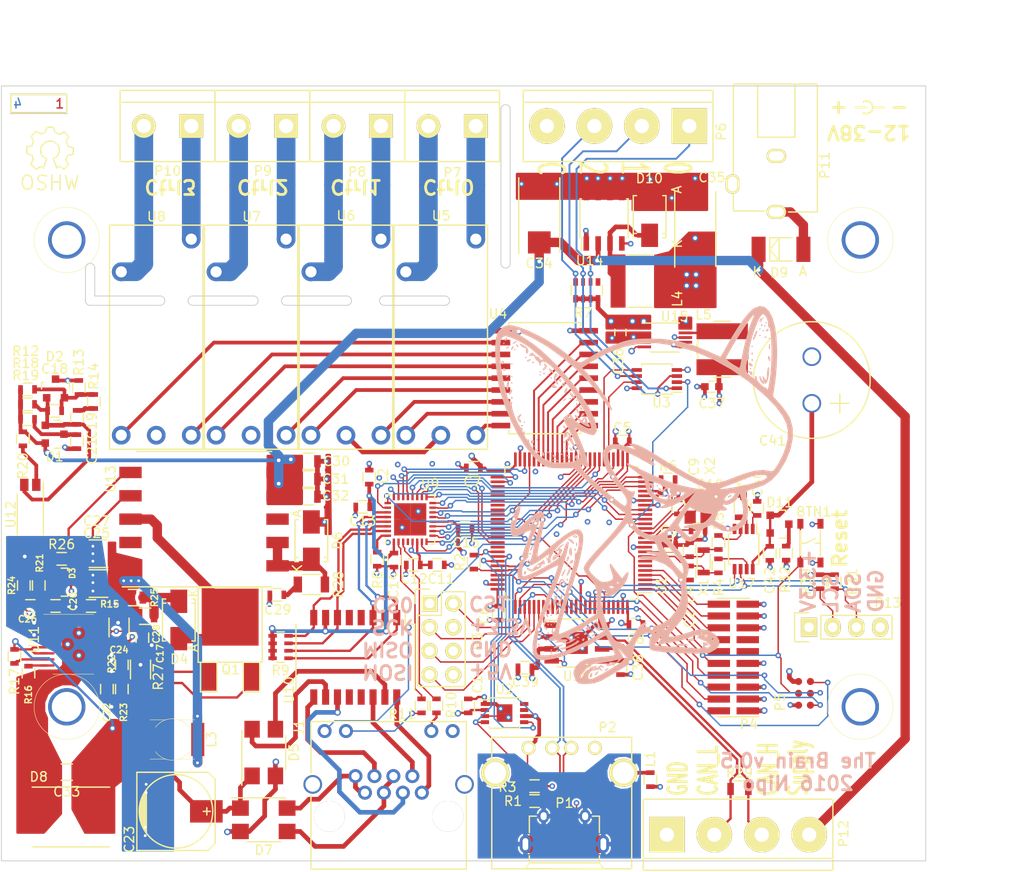
<source format=kicad_pcb>
(kicad_pcb (version 4) (host pcbnew 4.0.4-stable)

  (general
    (links 413)
    (no_connects 0)
    (area 42.97619 42.8 159.85 136.675001)
    (thickness 1.6)
    (drawings 50)
    (tracks 1854)
    (zones 0)
    (modules 133)
    (nets 164)
  )

  (page A4)
  (layers
    (0 F.Cu signal)
    (1 In1.Cu power)
    (2 In2.Cu power)
    (31 B.Cu signal)
    (32 B.Adhes user hide)
    (33 F.Adhes user hide)
    (34 B.Paste user hide)
    (35 F.Paste user hide)
    (36 B.SilkS user)
    (37 F.SilkS user)
    (38 B.Mask user hide)
    (39 F.Mask user)
    (40 Dwgs.User user)
    (41 Cmts.User user)
    (42 Eco1.User user)
    (43 Eco2.User user)
    (44 Edge.Cuts user)
    (45 Margin user)
    (46 B.CrtYd user)
    (47 F.CrtYd user)
    (48 B.Fab user hide)
    (49 F.Fab user hide)
  )

  (setup
    (last_trace_width 0.1524)
    (user_trace_width 0.1524)
    (user_trace_width 0.2)
    (user_trace_width 0.25)
    (user_trace_width 0.4)
    (user_trace_width 0.5)
    (user_trace_width 1)
    (user_trace_width 2)
    (trace_clearance 0.1524)
    (zone_clearance 0.2)
    (zone_45_only yes)
    (trace_min 0.1524)
    (segment_width 0.2)
    (edge_width 0.1)
    (via_size 0.6048)
    (via_drill 0.3)
    (via_min_size 0.6048)
    (via_min_drill 0.3)
    (user_via 0.6048 0.3)
    (user_via 0.8 0.4)
    (user_via 1 0.5)
    (user_via 1.5 1)
    (uvia_size 0.3)
    (uvia_drill 0.1)
    (uvias_allowed no)
    (uvia_min_size 0.2)
    (uvia_min_drill 0.1)
    (pcb_text_width 0.3)
    (pcb_text_size 1.5 1.5)
    (mod_edge_width 0.15)
    (mod_text_size 1 1)
    (mod_text_width 0.15)
    (pad_size 4 4)
    (pad_drill 3.2)
    (pad_to_mask_clearance 0)
    (aux_axis_origin 0 0)
    (visible_elements FFFFEF7F)
    (pcbplotparams
      (layerselection 0x00030_ffffffff)
      (usegerberextensions false)
      (excludeedgelayer true)
      (linewidth 0.100000)
      (plotframeref false)
      (viasonmask false)
      (mode 1)
      (useauxorigin false)
      (hpglpennumber 1)
      (hpglpenspeed 20)
      (hpglpendiameter 15)
      (hpglpenoverlay 2)
      (psnegative false)
      (psa4output false)
      (plotreference true)
      (plotvalue true)
      (plotinvisibletext false)
      (padsonsilk false)
      (subtractmaskfromsilk false)
      (outputformat 1)
      (mirror false)
      (drillshape 1)
      (scaleselection 1)
      (outputdirectory ""))
  )

  (net 0 "")
  (net 1 +3V3)
  (net 2 /mcu/TMS)
  (net 3 GND)
  (net 4 /mcu/TCK)
  (net 5 /mcu/TDO)
  (net 6 /mcu/TDI)
  (net 7 /mcu/nRESET)
  (net 8 /mcu/TraceCLK)
  (net 9 /mcu/TraceData0)
  (net 10 /mcu/TraceData1)
  (net 11 /mcu/TraceData2)
  (net 12 /mcu/TraceData3)
  (net 13 "Net-(C9-Pad1)")
  (net 14 "Net-(C10-Pad1)")
  (net 15 "Net-(C18-Pad1)")
  (net 16 +5V)
  (net 17 "Net-(L1-Pad1)")
  (net 18 "Net-(J1-Pad10)")
  (net 19 "Net-(J1-Pad11)")
  (net 20 "Net-(P6-Pad2)")
  (net 21 "Net-(P6-Pad1)")
  (net 22 "Net-(P7-Pad2)")
  (net 23 "Net-(P7-Pad1)")
  (net 24 "Net-(U1-Pad82)")
  (net 25 "Net-(U1-Pad81)")
  (net 26 "/I2C / RTC / Extension/IRQ")
  (net 27 "/I2C / RTC / Extension/OSC_OUT")
  (net 28 "Net-(U1-Pad39)")
  (net 29 "Net-(U1-Pad40)")
  (net 30 "Net-(U1-Pad41)")
  (net 31 "Net-(U1-Pad42)")
  (net 32 "Net-(U1-Pad43)")
  (net 33 "Net-(U1-Pad44)")
  (net 34 "Net-(U1-Pad45)")
  (net 35 "Net-(U1-Pad46)")
  (net 36 /ethernet/POE_VC1-)
  (net 37 /ethernet/POE_VC1+)
  (net 38 /ethernet/POE_VC2-)
  (net 39 /ethernet/POE_VC2+)
  (net 40 "Net-(U1-Pad6)")
  (net 41 "Net-(U1-Pad38)")
  (net 42 "Net-(U1-Pad73)")
  (net 43 "Net-(U1-Pad91)")
  (net 44 "Net-(U1-Pad97)")
  (net 45 "Net-(U1-Pad98)")
  (net 46 "Net-(U9-Pad4)")
  (net 47 /ethernet/CLK_25M)
  (net 48 /mcu/ETH_PHY_nIRQ)
  (net 49 /mcu/ETH_PHY_nRESET)
  (net 50 /ethernet/MDC)
  (net 51 /ethernet/TX_D2)
  (net 52 /ethernet/TX_CLK)
  (net 53 /ethernet/RX_CLK)
  (net 54 /ethernet/MDIO)
  (net 55 /ethernet/RX_DV)
  (net 56 /ethernet/RX_D0)
  (net 57 /ethernet/RX_D1)
  (net 58 /ethernet/RX_D2)
  (net 59 /ethernet/RX_D3)
  (net 60 /ethernet/RX_ER)
  (net 61 /ethernet/TX_EN)
  (net 62 /ethernet/TX_D0)
  (net 63 /ethernet/TX_D1)
  (net 64 /ethernet/TX_D3)
  (net 65 /ethernet/CRS)
  (net 66 /ethernet/COL)
  (net 67 /ethernet/LAN_VDD)
  (net 68 /ethernet/TD-)
  (net 69 /ethernet/TD+)
  (net 70 /ethernet/RD-)
  (net 71 /ethernet/RD+)
  (net 72 /ethernet/ETH_RX-)
  (net 73 /ethernet/ETH_RX+)
  (net 74 /ethernet/ETH_TX-)
  (net 75 /ethernet/ETH_TX+)
  (net 76 "/I2C / RTC / Extension/SCL")
  (net 77 "/I2C / RTC / Extension/SDA")
  (net 78 GNDREF)
  (net 79 /mcu/USB_D+)
  (net 80 /mcu/USB_D-)
  (net 81 /can/CAN-)
  (net 82 /can/CAN+)
  (net 83 "Net-(U2-Pad7)")
  (net 84 "Net-(U2-Pad8)")
  (net 85 "Net-(U1-Pad7)")
  (net 86 "Net-(U1-Pad53)")
  (net 87 "Net-(U1-Pad54)")
  (net 88 "Net-(U1-Pad60)")
  (net 89 "Net-(U1-Pad61)")
  (net 90 "Net-(U1-Pad62)")
  (net 91 "Net-(U1-Pad66)")
  (net 92 "Net-(U1-Pad96)")
  (net 93 "Net-(D6-Pad1)")
  (net 94 "Net-(L5-Pad2)")
  (net 95 /power/VCan)
  (net 96 "Net-(P11-Pad3)")
  (net 97 /mcu/Input_0)
  (net 98 /mcu/Input_1)
  (net 99 /mcu/Input_2)
  (net 100 /mcu/CS0)
  (net 101 /mcu/CS1)
  (net 102 /mcu/SCK)
  (net 103 /mcu/MOSI)
  (net 104 /mcu/MISO)
  (net 105 /poe/VPoe)
  (net 106 /poe/GPoe)
  (net 107 "Net-(C22-Pad1)")
  (net 108 "Net-(C29-Pad1)")
  (net 109 "Net-(D9-Pad2)")
  (net 110 "Net-(R15-Pad1)")
  (net 111 /poe/Feedback)
  (net 112 /poe/VPoe2)
  (net 113 "Net-(Q1-Pad3)")
  (net 114 "Net-(Q1-Pad1)")
  (net 115 /poe/VBias)
  (net 116 /mcu/USB_VBus)
  (net 117 "Net-(R2-Pad1)")
  (net 118 "Net-(C2-Pad1)")
  (net 119 "Net-(C4-Pad1)")
  (net 120 "Net-(C11-Pad1)")
  (net 121 "Net-(C18-Pad2)")
  (net 122 "Net-(C19-Pad2)")
  (net 123 "Net-(C20-Pad1)")
  (net 124 "Net-(C21-Pad1)")
  (net 125 "Net-(C24-Pad1)")
  (net 126 "Net-(C26-Pad2)")
  (net 127 "Net-(C28-Pad2)")
  (net 128 "Net-(C40-Pad1)")
  (net 129 "Net-(C41-Pad1)")
  (net 130 "Net-(D3-Pad1)")
  (net 131 "Net-(D3-Pad2)")
  (net 132 "Net-(D4-Pad2)")
  (net 133 "Net-(D10-Pad1)")
  (net 134 "Net-(D11-Pad3)")
  (net 135 "Net-(P1-Pad1)")
  (net 136 "Net-(P1-Pad4)")
  (net 137 "Net-(P4-Pad11)")
  (net 138 "Net-(P4-Pad13)")
  (net 139 "Net-(P6-Pad3)")
  (net 140 "Net-(P8-Pad1)")
  (net 141 "Net-(P8-Pad2)")
  (net 142 "Net-(P9-Pad1)")
  (net 143 "Net-(P9-Pad2)")
  (net 144 "Net-(P10-Pad1)")
  (net 145 "Net-(P10-Pad2)")
  (net 146 "Net-(R7-Pad5)")
  (net 147 "Net-(R8-Pad1)")
  (net 148 "Net-(R10-Pad1)")
  (net 149 "Net-(R11-Pad1)")
  (net 150 "Net-(R16-Pad1)")
  (net 151 "Net-(R17-Pad2)")
  (net 152 "Net-(R20-Pad2)")
  (net 153 "Net-(R22-Pad2)")
  (net 154 "Net-(R26-Pad1)")
  (net 155 "Net-(U4-Pad11)")
  (net 156 "Net-(U4-Pad12)")
  (net 157 "Net-(U4-Pad13)")
  (net 158 "Net-(U4-Pad14)")
  (net 159 "Net-(U4-Pad15)")
  (net 160 "Net-(U4-Pad16)")
  (net 161 "Net-(U4-Pad17)")
  (net 162 "Net-(U4-Pad18)")
  (net 163 "Net-(U17-Pad2)")

  (net_class Default "This is the default net class."
    (clearance 0.1524)
    (trace_width 0.1524)
    (via_dia 0.6048)
    (via_drill 0.3)
    (uvia_dia 0.3)
    (uvia_drill 0.1)
    (add_net "/I2C / RTC / Extension/IRQ")
    (add_net "/I2C / RTC / Extension/OSC_OUT")
    (add_net "/I2C / RTC / Extension/SCL")
    (add_net "/I2C / RTC / Extension/SDA")
    (add_net /can/CAN+)
    (add_net /can/CAN-)
    (add_net /ethernet/CLK_25M)
    (add_net /ethernet/COL)
    (add_net /ethernet/CRS)
    (add_net /ethernet/MDC)
    (add_net /ethernet/MDIO)
    (add_net /ethernet/RX_CLK)
    (add_net /ethernet/RX_D0)
    (add_net /ethernet/RX_D1)
    (add_net /ethernet/RX_D2)
    (add_net /ethernet/RX_D3)
    (add_net /ethernet/RX_DV)
    (add_net /ethernet/RX_ER)
    (add_net /ethernet/TX_CLK)
    (add_net /ethernet/TX_D0)
    (add_net /ethernet/TX_D1)
    (add_net /ethernet/TX_D2)
    (add_net /ethernet/TX_D3)
    (add_net /ethernet/TX_EN)
    (add_net /mcu/CS0)
    (add_net /mcu/CS1)
    (add_net /mcu/ETH_PHY_nIRQ)
    (add_net /mcu/ETH_PHY_nRESET)
    (add_net /mcu/Input_0)
    (add_net /mcu/Input_1)
    (add_net /mcu/Input_2)
    (add_net /mcu/MISO)
    (add_net /mcu/MOSI)
    (add_net /mcu/SCK)
    (add_net /mcu/TCK)
    (add_net /mcu/TDI)
    (add_net /mcu/TDO)
    (add_net /mcu/TMS)
    (add_net /mcu/TraceCLK)
    (add_net /mcu/TraceData0)
    (add_net /mcu/TraceData1)
    (add_net /mcu/TraceData2)
    (add_net /mcu/TraceData3)
    (add_net /mcu/USB_D+)
    (add_net /mcu/USB_D-)
    (add_net /mcu/USB_VBus)
    (add_net /mcu/nRESET)
    (add_net /poe/Feedback)
    (add_net /poe/VBias)
    (add_net /poe/VPoe2)
    (add_net GND)
    (add_net "Net-(C10-Pad1)")
    (add_net "Net-(C11-Pad1)")
    (add_net "Net-(C18-Pad1)")
    (add_net "Net-(C18-Pad2)")
    (add_net "Net-(C19-Pad2)")
    (add_net "Net-(C2-Pad1)")
    (add_net "Net-(C20-Pad1)")
    (add_net "Net-(C21-Pad1)")
    (add_net "Net-(C22-Pad1)")
    (add_net "Net-(C24-Pad1)")
    (add_net "Net-(C26-Pad2)")
    (add_net "Net-(C28-Pad2)")
    (add_net "Net-(C29-Pad1)")
    (add_net "Net-(C4-Pad1)")
    (add_net "Net-(C40-Pad1)")
    (add_net "Net-(C41-Pad1)")
    (add_net "Net-(C9-Pad1)")
    (add_net "Net-(D10-Pad1)")
    (add_net "Net-(D11-Pad3)")
    (add_net "Net-(D3-Pad1)")
    (add_net "Net-(D3-Pad2)")
    (add_net "Net-(D4-Pad2)")
    (add_net "Net-(D6-Pad1)")
    (add_net "Net-(D9-Pad2)")
    (add_net "Net-(J1-Pad10)")
    (add_net "Net-(J1-Pad11)")
    (add_net "Net-(L1-Pad1)")
    (add_net "Net-(L5-Pad2)")
    (add_net "Net-(P1-Pad1)")
    (add_net "Net-(P1-Pad4)")
    (add_net "Net-(P10-Pad1)")
    (add_net "Net-(P10-Pad2)")
    (add_net "Net-(P11-Pad3)")
    (add_net "Net-(P4-Pad11)")
    (add_net "Net-(P4-Pad13)")
    (add_net "Net-(P6-Pad1)")
    (add_net "Net-(P6-Pad2)")
    (add_net "Net-(P6-Pad3)")
    (add_net "Net-(P7-Pad1)")
    (add_net "Net-(P7-Pad2)")
    (add_net "Net-(P8-Pad1)")
    (add_net "Net-(P8-Pad2)")
    (add_net "Net-(P9-Pad1)")
    (add_net "Net-(P9-Pad2)")
    (add_net "Net-(Q1-Pad1)")
    (add_net "Net-(Q1-Pad3)")
    (add_net "Net-(R10-Pad1)")
    (add_net "Net-(R11-Pad1)")
    (add_net "Net-(R15-Pad1)")
    (add_net "Net-(R16-Pad1)")
    (add_net "Net-(R17-Pad2)")
    (add_net "Net-(R2-Pad1)")
    (add_net "Net-(R20-Pad2)")
    (add_net "Net-(R22-Pad2)")
    (add_net "Net-(R26-Pad1)")
    (add_net "Net-(R7-Pad5)")
    (add_net "Net-(R8-Pad1)")
    (add_net "Net-(U1-Pad38)")
    (add_net "Net-(U1-Pad39)")
    (add_net "Net-(U1-Pad40)")
    (add_net "Net-(U1-Pad41)")
    (add_net "Net-(U1-Pad42)")
    (add_net "Net-(U1-Pad43)")
    (add_net "Net-(U1-Pad44)")
    (add_net "Net-(U1-Pad45)")
    (add_net "Net-(U1-Pad46)")
    (add_net "Net-(U1-Pad53)")
    (add_net "Net-(U1-Pad54)")
    (add_net "Net-(U1-Pad6)")
    (add_net "Net-(U1-Pad60)")
    (add_net "Net-(U1-Pad61)")
    (add_net "Net-(U1-Pad62)")
    (add_net "Net-(U1-Pad66)")
    (add_net "Net-(U1-Pad7)")
    (add_net "Net-(U1-Pad73)")
    (add_net "Net-(U1-Pad81)")
    (add_net "Net-(U1-Pad82)")
    (add_net "Net-(U1-Pad91)")
    (add_net "Net-(U1-Pad96)")
    (add_net "Net-(U1-Pad97)")
    (add_net "Net-(U1-Pad98)")
    (add_net "Net-(U17-Pad2)")
    (add_net "Net-(U2-Pad7)")
    (add_net "Net-(U2-Pad8)")
    (add_net "Net-(U4-Pad11)")
    (add_net "Net-(U4-Pad12)")
    (add_net "Net-(U4-Pad13)")
    (add_net "Net-(U4-Pad14)")
    (add_net "Net-(U4-Pad15)")
    (add_net "Net-(U4-Pad16)")
    (add_net "Net-(U4-Pad17)")
    (add_net "Net-(U4-Pad18)")
    (add_net "Net-(U9-Pad4)")
  )

  (net_class More ""
    (clearance 0.2)
    (trace_width 0.25)
    (via_dia 0.6048)
    (via_drill 0.3)
    (uvia_dia 0.3)
    (uvia_drill 0.1)
    (add_net /ethernet/RD+)
    (add_net /ethernet/RD-)
    (add_net /ethernet/TD+)
    (add_net /ethernet/TD-)
  )

  (net_class Power ""
    (clearance 0.1524)
    (trace_width 0.5)
    (via_dia 0.7)
    (via_drill 0.4)
    (uvia_dia 0.3)
    (uvia_drill 0.1)
    (add_net +3V3)
    (add_net +5V)
    (add_net /ethernet/ETH_RX+)
    (add_net /ethernet/ETH_RX-)
    (add_net /ethernet/ETH_TX+)
    (add_net /ethernet/ETH_TX-)
    (add_net /ethernet/LAN_VDD)
    (add_net /ethernet/POE_VC1+)
    (add_net /ethernet/POE_VC1-)
    (add_net /ethernet/POE_VC2+)
    (add_net /ethernet/POE_VC2-)
    (add_net /poe/GPoe)
    (add_net /poe/VPoe)
    (add_net /power/VCan)
    (add_net GNDREF)
  )

  (net_class Power2 ""
    (clearance 1)
    (trace_width 0.5)
    (via_dia 1)
    (via_drill 0.5)
    (uvia_dia 0.3)
    (uvia_drill 0.1)
  )

  (module Connect:USB_A (layer F.Cu) (tedit 5543E289) (tstamp 57C37A26)
    (at 102.95914 122.40212)
    (descr "USB A connector")
    (tags "USB USB_A")
    (path /57A213D7/57BD5361)
    (fp_text reference P2 (at 8.44086 -2.20212 180) (layer F.SilkS)
      (effects (font (size 1 1) (thickness 0.15)))
    )
    (fp_text value USBA (at 3.74086 2.49788) (layer F.Fab)
      (effects (font (size 1 1) (thickness 0.15)))
    )
    (fp_line (start -5.3 13.2) (end -5.3 -1.4) (layer F.CrtYd) (width 0.05))
    (fp_line (start 11.95 -1.4) (end 11.95 13.2) (layer F.CrtYd) (width 0.05))
    (fp_line (start -5.3 13.2) (end 11.95 13.2) (layer F.CrtYd) (width 0.05))
    (fp_line (start -5.3 -1.4) (end 11.95 -1.4) (layer F.CrtYd) (width 0.05))
    (fp_line (start 11.04986 -1.14512) (end 11.04986 12.95188) (layer F.SilkS) (width 0.15))
    (fp_line (start -3.93614 12.95188) (end -3.93614 -1.14512) (layer F.SilkS) (width 0.15))
    (fp_line (start 11.04986 -1.14512) (end -3.93614 -1.14512) (layer F.SilkS) (width 0.15))
    (fp_line (start 11.04986 12.95188) (end -3.93614 12.95188) (layer F.SilkS) (width 0.15))
    (pad 4 thru_hole circle (at 7.11286 -0.00212 270) (size 1.50114 1.50114) (drill 1.00076) (layers *.Cu *.Mask F.SilkS)
      (net 3 GND))
    (pad 3 thru_hole circle (at 4.57286 -0.00212 270) (size 1.50114 1.50114) (drill 1.00076) (layers *.Cu *.Mask F.SilkS)
      (net 79 /mcu/USB_D+))
    (pad 2 thru_hole circle (at 2.54086 -0.00212 270) (size 1.50114 1.50114) (drill 1.00076) (layers *.Cu *.Mask F.SilkS)
      (net 80 /mcu/USB_D-))
    (pad 1 thru_hole circle (at 0.00086 -0.00212 270) (size 1.50114 1.50114) (drill 1.00076) (layers *.Cu *.Mask F.SilkS)
      (net 116 /mcu/USB_VBus))
    (pad 5 thru_hole circle (at 10.16086 2.66488 270) (size 2.99974 2.99974) (drill 2.30124) (layers *.Cu *.Mask F.SilkS)
      (net 17 "Net-(L1-Pad1)"))
    (pad 5 thru_hole circle (at -3.55514 2.66488 270) (size 2.99974 2.99974) (drill 2.30124) (layers *.Cu *.Mask F.SilkS)
      (net 17 "Net-(L1-Pad1)"))
    (model Connect.3dshapes/USB_A.wrl
      (at (xyz 0.14 0 0))
      (scale (xyz 1 1 1))
      (rotate (xyz 0 0 90))
    )
  )

  (module Pin_Headers:Pin_Header_Straight_2x04 (layer F.Cu) (tedit 57C9A701) (tstamp 57CA0578)
    (at 92.36 106.94)
    (descr "Through hole pin header")
    (tags "pin header")
    (path /57A213D7/57C9C680)
    (fp_text reference P3 (at 5.14 4.06 90) (layer F.SilkS)
      (effects (font (size 1 1) (thickness 0.15)))
    )
    (fp_text value SPI (at 1.34 3.7 90) (layer F.Fab)
      (effects (font (size 1 1) (thickness 0.15)))
    )
    (fp_line (start -1.75 -1.75) (end -1.75 9.4) (layer F.CrtYd) (width 0.05))
    (fp_line (start 4.3 -1.75) (end 4.3 9.4) (layer F.CrtYd) (width 0.05))
    (fp_line (start -1.75 -1.75) (end 4.3 -1.75) (layer F.CrtYd) (width 0.05))
    (fp_line (start -1.75 9.4) (end 4.3 9.4) (layer F.CrtYd) (width 0.05))
    (fp_line (start -1.27 1.27) (end -1.27 8.89) (layer F.SilkS) (width 0.15))
    (fp_line (start -1.27 8.89) (end 3.81 8.89) (layer F.SilkS) (width 0.15))
    (fp_line (start 3.81 8.89) (end 3.81 -1.27) (layer F.SilkS) (width 0.15))
    (fp_line (start 3.81 -1.27) (end 1.27 -1.27) (layer F.SilkS) (width 0.15))
    (fp_line (start 0 -1.55) (end -1.55 -1.55) (layer F.SilkS) (width 0.15))
    (fp_line (start 1.27 -1.27) (end 1.27 1.27) (layer F.SilkS) (width 0.15))
    (fp_line (start 1.27 1.27) (end -1.27 1.27) (layer F.SilkS) (width 0.15))
    (fp_line (start -1.55 -1.55) (end -1.55 0) (layer F.SilkS) (width 0.15))
    (pad 1 thru_hole rect (at 0 0) (size 1.7272 1.7272) (drill 1.016) (layers *.Cu *.Mask F.SilkS)
      (net 100 /mcu/CS0))
    (pad 2 thru_hole oval (at 2.54 0) (size 1.7272 1.7272) (drill 1.016) (layers *.Cu *.Mask F.SilkS)
      (net 101 /mcu/CS1))
    (pad 3 thru_hole oval (at 0 2.54) (size 1.7272 1.7272) (drill 1.016) (layers *.Cu *.Mask F.SilkS)
      (net 102 /mcu/SCK))
    (pad 4 thru_hole oval (at 2.54 2.54) (size 1.7272 1.7272) (drill 1.016) (layers *.Cu *.Mask F.SilkS)
      (net 1 +3V3) (zone_connect 2))
    (pad 5 thru_hole oval (at 0 5.08) (size 1.7272 1.7272) (drill 1.016) (layers *.Cu *.Mask F.SilkS)
      (net 104 /mcu/MISO))
    (pad 6 thru_hole oval (at 2.54 5.08) (size 1.7272 1.7272) (drill 1.016) (layers *.Cu *.Mask F.SilkS)
      (net 3 GND))
    (pad 7 thru_hole oval (at 0 7.62) (size 1.7272 1.7272) (drill 1.016) (layers *.Cu *.Mask F.SilkS)
      (net 103 /mcu/MOSI))
    (pad 8 thru_hole oval (at 2.54 7.62) (size 1.7272 1.7272) (drill 1.016) (layers *.Cu *.Mask F.SilkS)
      (net 16 +5V) (zone_connect 2))
    (model Pin_Headers.3dshapes/Pin_Header_Straight_2x04.wrl
      (at (xyz 0.05 -0.15 0))
      (scale (xyz 1 1 1))
      (rotate (xyz 0 0 90))
    )
  )

  (module Housings_QFP:LQFP-100_14x14mm_Pitch0.5mm (layer F.Cu) (tedit 54130A77) (tstamp 57C377BF)
    (at 107.55 99.4 180)
    (descr "LQFP100: plastic low profile quad flat package; 100 leads; body 14 x 14 x 1.4 mm (see NXP sot407-1_po.pdf and sot407-1_fr.pdf)")
    (tags "QFP 0.5")
    (path /57A213D7/57BCD0F0)
    (attr smd)
    (fp_text reference U1 (at -9.65 -5.6 450) (layer F.SilkS)
      (effects (font (size 1 1) (thickness 0.15)))
    )
    (fp_text value STM32F107VCT (at 0.25 1.3 180) (layer F.Fab)
      (effects (font (size 1 1) (thickness 0.15)))
    )
    (fp_line (start -8.9 -8.9) (end -8.9 8.9) (layer F.CrtYd) (width 0.05))
    (fp_line (start 8.9 -8.9) (end 8.9 8.9) (layer F.CrtYd) (width 0.05))
    (fp_line (start -8.9 -8.9) (end 8.9 -8.9) (layer F.CrtYd) (width 0.05))
    (fp_line (start -8.9 8.9) (end 8.9 8.9) (layer F.CrtYd) (width 0.05))
    (fp_line (start -7.125 -7.125) (end -7.125 -6.365) (layer F.SilkS) (width 0.15))
    (fp_line (start 7.125 -7.125) (end 7.125 -6.365) (layer F.SilkS) (width 0.15))
    (fp_line (start 7.125 7.125) (end 7.125 6.365) (layer F.SilkS) (width 0.15))
    (fp_line (start -7.125 7.125) (end -7.125 6.365) (layer F.SilkS) (width 0.15))
    (fp_line (start -7.125 -7.125) (end -6.365 -7.125) (layer F.SilkS) (width 0.15))
    (fp_line (start -7.125 7.125) (end -6.365 7.125) (layer F.SilkS) (width 0.15))
    (fp_line (start 7.125 7.125) (end 6.365 7.125) (layer F.SilkS) (width 0.15))
    (fp_line (start 7.125 -7.125) (end 6.365 -7.125) (layer F.SilkS) (width 0.15))
    (fp_line (start -7.125 -6.365) (end -8.65 -6.365) (layer F.SilkS) (width 0.15))
    (pad 1 smd rect (at -7.9 -6 180) (size 1.5 0.28) (layers F.Cu F.Paste F.Mask)
      (net 8 /mcu/TraceCLK))
    (pad 2 smd rect (at -7.9 -5.5 180) (size 1.5 0.28) (layers F.Cu F.Paste F.Mask)
      (net 9 /mcu/TraceData0))
    (pad 3 smd rect (at -7.9 -5 180) (size 1.5 0.28) (layers F.Cu F.Paste F.Mask)
      (net 10 /mcu/TraceData1))
    (pad 4 smd rect (at -7.9 -4.5 180) (size 1.5 0.28) (layers F.Cu F.Paste F.Mask)
      (net 11 /mcu/TraceData2))
    (pad 5 smd rect (at -7.9 -4 180) (size 1.5 0.28) (layers F.Cu F.Paste F.Mask)
      (net 12 /mcu/TraceData3))
    (pad 6 smd rect (at -7.9 -3.5 180) (size 1.5 0.28) (layers F.Cu F.Paste F.Mask)
      (net 40 "Net-(U1-Pad6)"))
    (pad 7 smd rect (at -7.9 -3 180) (size 1.5 0.28) (layers F.Cu F.Paste F.Mask)
      (net 85 "Net-(U1-Pad7)"))
    (pad 8 smd rect (at -7.9 -2.5 180) (size 1.5 0.28) (layers F.Cu F.Paste F.Mask)
      (net 118 "Net-(C2-Pad1)"))
    (pad 9 smd rect (at -7.9 -2 180) (size 1.5 0.28) (layers F.Cu F.Paste F.Mask)
      (net 119 "Net-(C4-Pad1)"))
    (pad 10 smd rect (at -7.9 -1.5 180) (size 1.5 0.28) (layers F.Cu F.Paste F.Mask)
      (net 3 GND))
    (pad 11 smd rect (at -7.9 -1 180) (size 1.5 0.28) (layers F.Cu F.Paste F.Mask)
      (net 1 +3V3))
    (pad 12 smd rect (at -7.9 -0.5 180) (size 1.5 0.28) (layers F.Cu F.Paste F.Mask)
      (net 14 "Net-(C10-Pad1)"))
    (pad 13 smd rect (at -7.9 0 180) (size 1.5 0.28) (layers F.Cu F.Paste F.Mask)
      (net 13 "Net-(C9-Pad1)"))
    (pad 14 smd rect (at -7.9 0.5 180) (size 1.5 0.28) (layers F.Cu F.Paste F.Mask)
      (net 7 /mcu/nRESET))
    (pad 15 smd rect (at -7.9 1 180) (size 1.5 0.28) (layers F.Cu F.Paste F.Mask)
      (net 99 /mcu/Input_2))
    (pad 16 smd rect (at -7.9 1.5 180) (size 1.5 0.28) (layers F.Cu F.Paste F.Mask)
      (net 50 /ethernet/MDC))
    (pad 17 smd rect (at -7.9 2 180) (size 1.5 0.28) (layers F.Cu F.Paste F.Mask)
      (net 51 /ethernet/TX_D2))
    (pad 18 smd rect (at -7.9 2.5 180) (size 1.5 0.28) (layers F.Cu F.Paste F.Mask)
      (net 52 /ethernet/TX_CLK))
    (pad 19 smd rect (at -7.9 3 180) (size 1.5 0.28) (layers F.Cu F.Paste F.Mask)
      (net 3 GND))
    (pad 20 smd rect (at -7.9 3.5 180) (size 1.5 0.28) (layers F.Cu F.Paste F.Mask)
      (net 3 GND))
    (pad 21 smd rect (at -7.9 4 180) (size 1.5 0.28) (layers F.Cu F.Paste F.Mask)
      (net 1 +3V3))
    (pad 22 smd rect (at -7.9 4.5 180) (size 1.5 0.28) (layers F.Cu F.Paste F.Mask)
      (net 1 +3V3))
    (pad 23 smd rect (at -7.9 5 180) (size 1.5 0.28) (layers F.Cu F.Paste F.Mask)
      (net 65 /ethernet/CRS))
    (pad 24 smd rect (at -7.9 5.5 180) (size 1.5 0.28) (layers F.Cu F.Paste F.Mask)
      (net 53 /ethernet/RX_CLK))
    (pad 25 smd rect (at -7.9 6 180) (size 1.5 0.28) (layers F.Cu F.Paste F.Mask)
      (net 54 /ethernet/MDIO))
    (pad 26 smd rect (at -6 7.9 270) (size 1.5 0.28) (layers F.Cu F.Paste F.Mask)
      (net 66 /ethernet/COL))
    (pad 27 smd rect (at -5.5 7.9 270) (size 1.5 0.28) (layers F.Cu F.Paste F.Mask)
      (net 3 GND))
    (pad 28 smd rect (at -5 7.9 270) (size 1.5 0.28) (layers F.Cu F.Paste F.Mask)
      (net 1 +3V3))
    (pad 29 smd rect (at -4.5 7.9 270) (size 1.5 0.28) (layers F.Cu F.Paste F.Mask)
      (net 100 /mcu/CS0))
    (pad 30 smd rect (at -4 7.9 270) (size 1.5 0.28) (layers F.Cu F.Paste F.Mask)
      (net 97 /mcu/Input_0))
    (pad 31 smd rect (at -3.5 7.9 270) (size 1.5 0.28) (layers F.Cu F.Paste F.Mask)
      (net 98 /mcu/Input_1))
    (pad 32 smd rect (at -3 7.9 270) (size 1.5 0.28) (layers F.Cu F.Paste F.Mask)
      (net 55 /ethernet/RX_DV))
    (pad 33 smd rect (at -2.5 7.9 270) (size 1.5 0.28) (layers F.Cu F.Paste F.Mask)
      (net 56 /ethernet/RX_D0))
    (pad 34 smd rect (at -2 7.9 270) (size 1.5 0.28) (layers F.Cu F.Paste F.Mask)
      (net 57 /ethernet/RX_D1))
    (pad 35 smd rect (at -1.5 7.9 270) (size 1.5 0.28) (layers F.Cu F.Paste F.Mask)
      (net 58 /ethernet/RX_D2))
    (pad 36 smd rect (at -1 7.9 270) (size 1.5 0.28) (layers F.Cu F.Paste F.Mask)
      (net 59 /ethernet/RX_D3))
    (pad 37 smd rect (at -0.5 7.9 270) (size 1.5 0.28) (layers F.Cu F.Paste F.Mask)
      (net 3 GND))
    (pad 38 smd rect (at 0 7.9 270) (size 1.5 0.28) (layers F.Cu F.Paste F.Mask)
      (net 41 "Net-(U1-Pad38)"))
    (pad 39 smd rect (at 0.5 7.9 270) (size 1.5 0.28) (layers F.Cu F.Paste F.Mask)
      (net 28 "Net-(U1-Pad39)"))
    (pad 40 smd rect (at 1 7.9 270) (size 1.5 0.28) (layers F.Cu F.Paste F.Mask)
      (net 29 "Net-(U1-Pad40)"))
    (pad 41 smd rect (at 1.5 7.9 270) (size 1.5 0.28) (layers F.Cu F.Paste F.Mask)
      (net 30 "Net-(U1-Pad41)"))
    (pad 42 smd rect (at 2 7.9 270) (size 1.5 0.28) (layers F.Cu F.Paste F.Mask)
      (net 31 "Net-(U1-Pad42)"))
    (pad 43 smd rect (at 2.5 7.9 270) (size 1.5 0.28) (layers F.Cu F.Paste F.Mask)
      (net 32 "Net-(U1-Pad43)"))
    (pad 44 smd rect (at 3 7.9 270) (size 1.5 0.28) (layers F.Cu F.Paste F.Mask)
      (net 33 "Net-(U1-Pad44)"))
    (pad 45 smd rect (at 3.5 7.9 270) (size 1.5 0.28) (layers F.Cu F.Paste F.Mask)
      (net 34 "Net-(U1-Pad45)"))
    (pad 46 smd rect (at 4 7.9 270) (size 1.5 0.28) (layers F.Cu F.Paste F.Mask)
      (net 35 "Net-(U1-Pad46)"))
    (pad 47 smd rect (at 4.5 7.9 270) (size 1.5 0.28) (layers F.Cu F.Paste F.Mask)
      (net 60 /ethernet/RX_ER))
    (pad 48 smd rect (at 5 7.9 270) (size 1.5 0.28) (layers F.Cu F.Paste F.Mask)
      (net 61 /ethernet/TX_EN))
    (pad 49 smd rect (at 5.5 7.9 270) (size 1.5 0.28) (layers F.Cu F.Paste F.Mask)
      (net 3 GND))
    (pad 50 smd rect (at 6 7.9 270) (size 1.5 0.28) (layers F.Cu F.Paste F.Mask)
      (net 1 +3V3))
    (pad 51 smd rect (at 7.9 6 180) (size 1.5 0.28) (layers F.Cu F.Paste F.Mask)
      (net 62 /ethernet/TX_D0))
    (pad 52 smd rect (at 7.9 5.5 180) (size 1.5 0.28) (layers F.Cu F.Paste F.Mask)
      (net 63 /ethernet/TX_D1))
    (pad 53 smd rect (at 7.9 5 180) (size 1.5 0.28) (layers F.Cu F.Paste F.Mask)
      (net 86 "Net-(U1-Pad53)"))
    (pad 54 smd rect (at 7.9 4.5 180) (size 1.5 0.28) (layers F.Cu F.Paste F.Mask)
      (net 87 "Net-(U1-Pad54)"))
    (pad 55 smd rect (at 7.9 4 180) (size 1.5 0.28) (layers F.Cu F.Paste F.Mask))
    (pad 56 smd rect (at 7.9 3.5 180) (size 1.5 0.28) (layers F.Cu F.Paste F.Mask))
    (pad 57 smd rect (at 7.9 3 180) (size 1.5 0.28) (layers F.Cu F.Paste F.Mask))
    (pad 58 smd rect (at 7.9 2.5 180) (size 1.5 0.28) (layers F.Cu F.Paste F.Mask))
    (pad 59 smd rect (at 7.9 2 180) (size 1.5 0.28) (layers F.Cu F.Paste F.Mask))
    (pad 60 smd rect (at 7.9 1.5 180) (size 1.5 0.28) (layers F.Cu F.Paste F.Mask)
      (net 88 "Net-(U1-Pad60)"))
    (pad 61 smd rect (at 7.9 1 180) (size 1.5 0.28) (layers F.Cu F.Paste F.Mask)
      (net 89 "Net-(U1-Pad61)"))
    (pad 62 smd rect (at 7.9 0.5 180) (size 1.5 0.28) (layers F.Cu F.Paste F.Mask)
      (net 90 "Net-(U1-Pad62)"))
    (pad 63 smd rect (at 7.9 0 180) (size 1.5 0.28) (layers F.Cu F.Paste F.Mask)
      (net 47 /ethernet/CLK_25M))
    (pad 64 smd rect (at 7.9 -0.5 180) (size 1.5 0.28) (layers F.Cu F.Paste F.Mask)
      (net 49 /mcu/ETH_PHY_nRESET))
    (pad 65 smd rect (at 7.9 -1 180) (size 1.5 0.28) (layers F.Cu F.Paste F.Mask)
      (net 48 /mcu/ETH_PHY_nIRQ))
    (pad 66 smd rect (at 7.9 -1.5 180) (size 1.5 0.28) (layers F.Cu F.Paste F.Mask)
      (net 91 "Net-(U1-Pad66)"))
    (pad 67 smd rect (at 7.9 -2 180) (size 1.5 0.28) (layers F.Cu F.Paste F.Mask)
      (net 117 "Net-(R2-Pad1)"))
    (pad 68 smd rect (at 7.9 -2.5 180) (size 1.5 0.28) (layers F.Cu F.Paste F.Mask)
      (net 116 /mcu/USB_VBus))
    (pad 69 smd rect (at 7.9 -3 180) (size 1.5 0.28) (layers F.Cu F.Paste F.Mask)
      (net 136 "Net-(P1-Pad4)"))
    (pad 70 smd rect (at 7.9 -3.5 180) (size 1.5 0.28) (layers F.Cu F.Paste F.Mask)
      (net 80 /mcu/USB_D-))
    (pad 71 smd rect (at 7.9 -4 180) (size 1.5 0.28) (layers F.Cu F.Paste F.Mask)
      (net 79 /mcu/USB_D+))
    (pad 72 smd rect (at 7.9 -4.5 180) (size 1.5 0.28) (layers F.Cu F.Paste F.Mask)
      (net 2 /mcu/TMS))
    (pad 73 smd rect (at 7.9 -5 180) (size 1.5 0.28) (layers F.Cu F.Paste F.Mask)
      (net 42 "Net-(U1-Pad73)"))
    (pad 74 smd rect (at 7.9 -5.5 180) (size 1.5 0.28) (layers F.Cu F.Paste F.Mask)
      (net 3 GND))
    (pad 75 smd rect (at 7.9 -6 180) (size 1.5 0.28) (layers F.Cu F.Paste F.Mask)
      (net 1 +3V3))
    (pad 76 smd rect (at 6 -7.9 270) (size 1.5 0.28) (layers F.Cu F.Paste F.Mask)
      (net 4 /mcu/TCK))
    (pad 77 smd rect (at 5.5 -7.9 270) (size 1.5 0.28) (layers F.Cu F.Paste F.Mask)
      (net 6 /mcu/TDI))
    (pad 78 smd rect (at 5 -7.9 270) (size 1.5 0.28) (layers F.Cu F.Paste F.Mask)
      (net 102 /mcu/SCK))
    (pad 79 smd rect (at 4.5 -7.9 270) (size 1.5 0.28) (layers F.Cu F.Paste F.Mask)
      (net 104 /mcu/MISO))
    (pad 80 smd rect (at 4 -7.9 270) (size 1.5 0.28) (layers F.Cu F.Paste F.Mask)
      (net 103 /mcu/MOSI))
    (pad 81 smd rect (at 3.5 -7.9 270) (size 1.5 0.28) (layers F.Cu F.Paste F.Mask)
      (net 25 "Net-(U1-Pad81)"))
    (pad 82 smd rect (at 3 -7.9 270) (size 1.5 0.28) (layers F.Cu F.Paste F.Mask)
      (net 24 "Net-(U1-Pad82)"))
    (pad 83 smd rect (at 2.5 -7.9 270) (size 1.5 0.28) (layers F.Cu F.Paste F.Mask)
      (net 101 /mcu/CS1))
    (pad 84 smd rect (at 2 -7.9 270) (size 1.5 0.28) (layers F.Cu F.Paste F.Mask))
    (pad 85 smd rect (at 1.5 -7.9 270) (size 1.5 0.28) (layers F.Cu F.Paste F.Mask))
    (pad 86 smd rect (at 1 -7.9 270) (size 1.5 0.28) (layers F.Cu F.Paste F.Mask))
    (pad 87 smd rect (at 0.5 -7.9 270) (size 1.5 0.28) (layers F.Cu F.Paste F.Mask))
    (pad 88 smd rect (at 0 -7.9 270) (size 1.5 0.28) (layers F.Cu F.Paste F.Mask))
    (pad 89 smd rect (at -0.5 -7.9 270) (size 1.5 0.28) (layers F.Cu F.Paste F.Mask)
      (net 5 /mcu/TDO))
    (pad 90 smd rect (at -1 -7.9 270) (size 1.5 0.28) (layers F.Cu F.Paste F.Mask)
      (net 3 GND))
    (pad 91 smd rect (at -1.5 -7.9 270) (size 1.5 0.28) (layers F.Cu F.Paste F.Mask)
      (net 43 "Net-(U1-Pad91)"))
    (pad 92 smd rect (at -2 -7.9 270) (size 1.5 0.28) (layers F.Cu F.Paste F.Mask)
      (net 76 "/I2C / RTC / Extension/SCL"))
    (pad 93 smd rect (at -2.5 -7.9 270) (size 1.5 0.28) (layers F.Cu F.Paste F.Mask)
      (net 77 "/I2C / RTC / Extension/SDA"))
    (pad 94 smd rect (at -3 -7.9 270) (size 1.5 0.28) (layers F.Cu F.Paste F.Mask)
      (net 3 GND))
    (pad 95 smd rect (at -3.5 -7.9 270) (size 1.5 0.28) (layers F.Cu F.Paste F.Mask)
      (net 64 /ethernet/TX_D3))
    (pad 96 smd rect (at -4 -7.9 270) (size 1.5 0.28) (layers F.Cu F.Paste F.Mask)
      (net 92 "Net-(U1-Pad96)"))
    (pad 97 smd rect (at -4.5 -7.9 270) (size 1.5 0.28) (layers F.Cu F.Paste F.Mask)
      (net 44 "Net-(U1-Pad97)"))
    (pad 98 smd rect (at -5 -7.9 270) (size 1.5 0.28) (layers F.Cu F.Paste F.Mask)
      (net 45 "Net-(U1-Pad98)"))
    (pad 99 smd rect (at -5.5 -7.9 270) (size 1.5 0.28) (layers F.Cu F.Paste F.Mask)
      (net 3 GND))
    (pad 100 smd rect (at -6 -7.9 270) (size 1.5 0.28) (layers F.Cu F.Paste F.Mask)
      (net 1 +3V3))
    (model Housings_QFP.3dshapes/LQFP-100_14x14mm_Pitch0.5mm.wrl
      (at (xyz 0 0 0))
      (scale (xyz 1 1 1))
      (rotate (xyz 0 0 0))
    )
  )

  (module Abracon:ABM8G (layer F.Cu) (tedit 56F3EB4E) (tstamp 57C37BAB)
    (at 121.12122 96.589165 90)
    (path /57A213D7/57BCDC66)
    (fp_text reference X2 (at 4.389165 1.27878 90) (layer F.SilkS)
      (effects (font (size 1 1) (thickness 0.15)))
    )
    (fp_text value 25MHz (at 1.089165 -0.02122 90) (layer F.Fab)
      (effects (font (size 1 1) (thickness 0.15)))
    )
    (fp_line (start -1.7 0.15) (end -1.7 -0.15) (layer F.SilkS) (width 0.15))
    (fp_line (start 0.3 1.35) (end -0.3 1.35) (layer F.SilkS) (width 0.15))
    (fp_line (start 1.7 -0.15) (end 1.7 0.15) (layer F.SilkS) (width 0.15))
    (fp_line (start -0.3 -1.35) (end 0.3 -1.35) (layer F.SilkS) (width 0.15))
    (fp_line (start -1.6 1.25) (end -1.6 -1.25) (layer F.CrtYd) (width 0.05))
    (fp_line (start 1.6 1.25) (end -1.6 1.25) (layer F.CrtYd) (width 0.05))
    (fp_line (start 1.6 -1.25) (end 1.6 1.25) (layer F.CrtYd) (width 0.05))
    (fp_line (start -1.6 -1.25) (end 1.6 -1.25) (layer F.CrtYd) (width 0.05))
    (pad 3 smd rect (at -1.1 -0.85 90) (size 1.4 1.2) (layers F.Cu F.Paste F.Mask)
      (net 3 GND))
    (pad 2 smd rect (at 1.1 -0.85 90) (size 1.4 1.2) (layers F.Cu F.Paste F.Mask)
      (net 13 "Net-(C9-Pad1)"))
    (pad 3 smd rect (at 1.1 0.85 90) (size 1.4 1.2) (layers F.Cu F.Paste F.Mask)
      (net 3 GND))
    (pad 1 smd rect (at -1.1 0.85 90) (size 1.4 1.2) (layers F.Cu F.Paste F.Mask)
      (net 14 "Net-(C10-Pad1)"))
    (model /Users/nipo/projects/hardware/kicad-library/Abracon.3dshapes/ABM8G.wrl
      (at (xyz 0 0 0))
      (scale (xyz 0.3937 0.3937 0.3937))
      (rotate (xyz -90 0 0))
    )
  )

  (module Abracon:ABS07 (layer F.Cu) (tedit 57C35276) (tstamp 57C37B85)
    (at 121.716 102.419 270)
    (descr http://www.abracon.com/Resonators/ABS07.pdf)
    (tags "ABS07 Crystal")
    (path /57A213D7/57BD5AA4)
    (fp_text reference X1 (at 2.781 0.016 270) (layer F.SilkS)
      (effects (font (size 1 1) (thickness 0.15)))
    )
    (fp_text value 32768Hz (at 0.881 0.016 270) (layer F.Fab)
      (effects (font (size 1 1) (thickness 0.15)))
    )
    (fp_line (start 0.75 0.7) (end -0.75 0.7) (layer F.SilkS) (width 0.15))
    (fp_line (start -0.75 -0.7) (end 0.75 -0.7) (layer F.SilkS) (width 0.15))
    (fp_line (start 1.6 -0.75) (end 1.6 0.75) (layer F.CrtYd) (width 0.05))
    (fp_line (start -1.6 -0.75) (end 1.6 -0.75) (layer F.CrtYd) (width 0.05))
    (fp_line (start 1.6 0.75) (end -1.6 0.75) (layer F.CrtYd) (width 0.05))
    (fp_line (start -1.6 0.75) (end -1.6 -0.75) (layer F.CrtYd) (width 0.05))
    (pad 1 smd rect (at -1.2 0 270) (size 0.6 1.3) (layers F.Cu F.Paste F.Mask)
      (net 119 "Net-(C4-Pad1)") (clearance 0.3))
    (pad 2 smd rect (at 1.2 0 270) (size 0.6 1.3) (layers F.Cu F.Paste F.Mask)
      (net 118 "Net-(C2-Pad1)") (clearance 0.3))
    (model /Users/nipo/projects/hardware/kicad-library/Abracon.3dshapes/ABS07.wrl
      (at (xyz 0 0 0))
      (scale (xyz 0.3937 0.3937 0.3937))
      (rotate (xyz -90 0 0))
    )
  )

  (module Abracon:ABS07 (layer F.Cu) (tedit 56F3EAF3) (tstamp 57C37B63)
    (at 125.7 96.5 270)
    (descr http://www.abracon.com/Resonators/ABS07.pdf)
    (tags "ABS07 Crystal")
    (path /57A213DD/57B577CF)
    (fp_text reference Y1 (at -2.7 0 270) (layer F.SilkS)
      (effects (font (size 1 1) (thickness 0.15)))
    )
    (fp_text value 32768Hz (at -2.1 -0.1 270) (layer F.Fab)
      (effects (font (size 1 1) (thickness 0.15)))
    )
    (fp_line (start 0.75 0.7) (end -0.75 0.7) (layer F.SilkS) (width 0.15))
    (fp_line (start -0.75 -0.7) (end 0.75 -0.7) (layer F.SilkS) (width 0.15))
    (fp_line (start 1.6 -0.75) (end 1.6 0.75) (layer F.CrtYd) (width 0.05))
    (fp_line (start -1.6 -0.75) (end 1.6 -0.75) (layer F.CrtYd) (width 0.05))
    (fp_line (start 1.6 0.75) (end -1.6 0.75) (layer F.CrtYd) (width 0.05))
    (fp_line (start -1.6 0.75) (end -1.6 -0.75) (layer F.CrtYd) (width 0.05))
    (pad 1 smd rect (at -1.2 0 270) (size 0.6 1.3) (layers F.Cu F.Paste F.Mask)
      (net 128 "Net-(C40-Pad1)") (clearance 0.3))
    (pad 2 smd rect (at 1.2 0 270) (size 0.6 1.3) (layers F.Cu F.Paste F.Mask)
      (net 163 "Net-(U17-Pad2)") (clearance 0.3))
    (model /Users/nipo/projects/hardware/kicad-library/Abracon.3dshapes/ABS07.wrl
      (at (xyz 0 0 0))
      (scale (xyz 0.3937 0.3937 0.3937))
      (rotate (xyz -90 0 0))
    )
  )

  (module Connect:RJHSE538X (layer F.Cu) (tedit 55225793) (tstamp 57C37A66)
    (at 91.532 127.2 180)
    (descr "mod. jack, ethernet, 8P8C, RJ45 connector, 2 leds, shielded")
    (tags "RJHSE538X 8P8C RJ45 ethernet jack")
    (path /57A213DB/57BDBDF2)
    (fp_text reference J1 (at 13.132 7 450) (layer F.SilkS)
      (effects (font (size 1 1) (thickness 0.15)))
    )
    (fp_text value RJHSE-5484 (at 3.732 4.4 180) (layer F.Fab)
      (effects (font (size 1 1) (thickness 0.15)))
    )
    (fp_line (start -5.8 -8.45) (end -5.8 7.9) (layer F.CrtYd) (width 0.05))
    (fp_line (start -5.8 7.9) (end 12.9 7.9) (layer F.CrtYd) (width 0.05))
    (fp_line (start 12.9 7.9) (end 12.9 -8.45) (layer F.CrtYd) (width 0.05))
    (fp_line (start 12.9 -8.45) (end -5.8 -8.45) (layer F.CrtYd) (width 0.05))
    (fp_line (start 11.8745 7.62) (end 11.8745 2.0955) (layer F.SilkS) (width 0.15))
    (fp_line (start -4.7625 7.62) (end -4.7625 2.0955) (layer F.SilkS) (width 0.15))
    (fp_line (start 11.8745 -8.1915) (end -4.7625 -8.1915) (layer F.SilkS) (width 0.15))
    (fp_line (start 11.8745 -8.1915) (end 11.8745 -0.3175) (layer F.SilkS) (width 0.15))
    (fp_line (start -4.7625 -8.1915) (end -4.7625 -0.3175) (layer F.SilkS) (width 0.15))
    (fp_line (start 11.8745 7.62) (end -4.7625 7.62) (layer F.SilkS) (width 0.15))
    (pad "" thru_hole circle (at 11.684 0.889 180) (size 2 2) (drill 1.57) (layers *.Cu *.Mask))
    (pad 9 thru_hole circle (at -3.302 6.604 180) (size 1.50114 1.50114) (drill 0.889) (layers *.Cu *.Mask)
      (net 3 GND))
    (pad 10 thru_hole circle (at -1.016 6.604 180) (size 1.50114 1.50114) (drill 0.889) (layers *.Cu *.Mask)
      (net 18 "Net-(J1-Pad10)"))
    (pad 11 thru_hole circle (at 8.128 6.604 180) (size 1.50114 1.50114) (drill 0.889) (layers *.Cu *.Mask)
      (net 19 "Net-(J1-Pad11)"))
    (pad 12 thru_hole circle (at 10.414 6.604 180) (size 1.50114 1.50114) (drill 0.889) (layers *.Cu *.Mask)
      (net 1 +3V3))
    (pad 8 thru_hole circle (at 7.112 1.778 180) (size 1.50114 1.50114) (drill 0.889) (layers *.Cu *.Mask)
      (net 38 /ethernet/POE_VC2-))
    (pad 6 thru_hole circle (at 5.08 1.778 180) (size 1.50114 1.50114) (drill 0.889) (layers *.Cu *.Mask)
      (net 72 /ethernet/ETH_RX-))
    (pad 4 thru_hole circle (at 3.048 1.778 180) (size 1.50114 1.50114) (drill 0.889) (layers *.Cu *.Mask)
      (net 39 /ethernet/POE_VC2+))
    (pad 2 thru_hole circle (at 1.016 1.778 180) (size 1.50114 1.50114) (drill 0.889) (layers *.Cu *.Mask)
      (net 74 /ethernet/ETH_TX-))
    (pad 5 thru_hole circle (at 4.064 0 180) (size 1.50114 1.50114) (drill 0.889) (layers *.Cu *.Mask)
      (net 39 /ethernet/POE_VC2+))
    (pad 3 thru_hole circle (at 2.032 0 180) (size 1.50114 1.50114) (drill 0.889) (layers *.Cu *.Mask)
      (net 73 /ethernet/ETH_RX+))
    (pad 7 thru_hole circle (at 6.096 0 180) (size 1.50114 1.50114) (drill 0.889) (layers *.Cu *.Mask)
      (net 38 /ethernet/POE_VC2-))
    (pad 1 thru_hole circle (at 0 0 180) (size 1.50114 1.50114) (drill 0.889) (layers *.Cu *.Mask)
      (net 75 /ethernet/ETH_TX+))
    (pad "" thru_hole circle (at -2.794 -2.54 180) (size 3.3 3.3) (drill 3.3) (layers *.Cu *.Mask F.SilkS))
    (pad "" thru_hole circle (at 9.906 -2.54 180) (size 3.3 3.3) (drill 3.3) (layers *.Cu *.Mask F.SilkS))
    (pad "" thru_hole circle (at -4.572 0.889 180) (size 2 2) (drill 1.57) (layers *.Cu *.Mask))
    (model Connect.3dshapes/RJHSE538X.wrl
      (at (xyz 0.138 0.06 0.125))
      (scale (xyz 0.4 0.4 0.4))
      (rotate (xyz -90 0 180))
    )
  )

  (module Connect:bornier2 (layer F.Cu) (tedit 0) (tstamp 57C37A00)
    (at 64.294 55.792 180)
    (descr "Bornier d'alimentation 2 pins")
    (tags DEV)
    (path /57A213DF/57A218EC)
    (fp_text reference P10 (at -0.006 -4.808 180) (layer F.SilkS)
      (effects (font (size 1 1) (thickness 0.15)))
    )
    (fp_text value Ctrl3 (at 0 5.08 180) (layer F.Fab)
      (effects (font (size 1 1) (thickness 0.15)))
    )
    (fp_line (start 5.08 2.54) (end -5.08 2.54) (layer F.SilkS) (width 0.15))
    (fp_line (start 5.08 3.81) (end 5.08 -3.81) (layer F.SilkS) (width 0.15))
    (fp_line (start 5.08 -3.81) (end -5.08 -3.81) (layer F.SilkS) (width 0.15))
    (fp_line (start -5.08 -3.81) (end -5.08 3.81) (layer F.SilkS) (width 0.15))
    (fp_line (start -5.08 3.81) (end 5.08 3.81) (layer F.SilkS) (width 0.15))
    (pad 1 thru_hole rect (at -2.54 0 180) (size 2.54 2.54) (drill 1.524) (layers *.Cu *.Mask F.SilkS)
      (net 144 "Net-(P10-Pad1)"))
    (pad 2 thru_hole circle (at 2.54 0 180) (size 2.54 2.54) (drill 1.524) (layers *.Cu *.Mask F.SilkS)
      (net 145 "Net-(P10-Pad2)"))
    (model Connect.3dshapes/bornier2.wrl
      (at (xyz 0 0 0))
      (scale (xyz 1 1 1))
      (rotate (xyz 0 0 0))
    )
  )

  (module Connect:bornier2 (layer F.Cu) (tedit 0) (tstamp 57C379E1)
    (at 74.454 55.792 180)
    (descr "Bornier d'alimentation 2 pins")
    (tags DEV)
    (path /57A213DF/57C1D2D4)
    (fp_text reference P9 (at -0.046 -4.808 180) (layer F.SilkS)
      (effects (font (size 1 1) (thickness 0.15)))
    )
    (fp_text value Ctrl2 (at 0 5.08 180) (layer F.Fab)
      (effects (font (size 1 1) (thickness 0.15)))
    )
    (fp_line (start 5.08 2.54) (end -5.08 2.54) (layer F.SilkS) (width 0.15))
    (fp_line (start 5.08 3.81) (end 5.08 -3.81) (layer F.SilkS) (width 0.15))
    (fp_line (start 5.08 -3.81) (end -5.08 -3.81) (layer F.SilkS) (width 0.15))
    (fp_line (start -5.08 -3.81) (end -5.08 3.81) (layer F.SilkS) (width 0.15))
    (fp_line (start -5.08 3.81) (end 5.08 3.81) (layer F.SilkS) (width 0.15))
    (pad 1 thru_hole rect (at -2.54 0 180) (size 2.54 2.54) (drill 1.524) (layers *.Cu *.Mask F.SilkS)
      (net 142 "Net-(P9-Pad1)"))
    (pad 2 thru_hole circle (at 2.54 0 180) (size 2.54 2.54) (drill 1.524) (layers *.Cu *.Mask F.SilkS)
      (net 143 "Net-(P9-Pad2)"))
    (model Connect.3dshapes/bornier2.wrl
      (at (xyz 0 0 0))
      (scale (xyz 1 1 1))
      (rotate (xyz 0 0 0))
    )
  )

  (module Connect:bornier2 (layer F.Cu) (tedit 0) (tstamp 57C379C2)
    (at 84.614 55.792 180)
    (descr "Bornier d'alimentation 2 pins")
    (tags DEV)
    (path /57A213DF/57C1D331)
    (fp_text reference P8 (at 0.014 -4.908 180) (layer F.SilkS)
      (effects (font (size 1 1) (thickness 0.15)))
    )
    (fp_text value Ctrl1 (at 0 5.08 180) (layer F.Fab)
      (effects (font (size 1 1) (thickness 0.15)))
    )
    (fp_line (start 5.08 2.54) (end -5.08 2.54) (layer F.SilkS) (width 0.15))
    (fp_line (start 5.08 3.81) (end 5.08 -3.81) (layer F.SilkS) (width 0.15))
    (fp_line (start 5.08 -3.81) (end -5.08 -3.81) (layer F.SilkS) (width 0.15))
    (fp_line (start -5.08 -3.81) (end -5.08 3.81) (layer F.SilkS) (width 0.15))
    (fp_line (start -5.08 3.81) (end 5.08 3.81) (layer F.SilkS) (width 0.15))
    (pad 1 thru_hole rect (at -2.54 0 180) (size 2.54 2.54) (drill 1.524) (layers *.Cu *.Mask F.SilkS)
      (net 140 "Net-(P8-Pad1)"))
    (pad 2 thru_hole circle (at 2.54 0 180) (size 2.54 2.54) (drill 1.524) (layers *.Cu *.Mask F.SilkS)
      (net 141 "Net-(P8-Pad2)"))
    (model Connect.3dshapes/bornier2.wrl
      (at (xyz 0 0 0))
      (scale (xyz 1 1 1))
      (rotate (xyz 0 0 0))
    )
  )

  (module Connect:bornier2 (layer F.Cu) (tedit 0) (tstamp 57C379A3)
    (at 94.774 55.792 180)
    (descr "Bornier d'alimentation 2 pins")
    (tags DEV)
    (path /57A213DF/57C1D33C)
    (fp_text reference P7 (at -0.026 -5.008 180) (layer F.SilkS)
      (effects (font (size 1 1) (thickness 0.15)))
    )
    (fp_text value Ctrl0 (at 0 5.08 180) (layer F.Fab)
      (effects (font (size 1 1) (thickness 0.15)))
    )
    (fp_line (start 5.08 2.54) (end -5.08 2.54) (layer F.SilkS) (width 0.15))
    (fp_line (start 5.08 3.81) (end 5.08 -3.81) (layer F.SilkS) (width 0.15))
    (fp_line (start 5.08 -3.81) (end -5.08 -3.81) (layer F.SilkS) (width 0.15))
    (fp_line (start -5.08 -3.81) (end -5.08 3.81) (layer F.SilkS) (width 0.15))
    (fp_line (start -5.08 3.81) (end 5.08 3.81) (layer F.SilkS) (width 0.15))
    (pad 1 thru_hole rect (at -2.54 0 180) (size 2.54 2.54) (drill 1.524) (layers *.Cu *.Mask F.SilkS)
      (net 23 "Net-(P7-Pad1)"))
    (pad 2 thru_hole circle (at 2.54 0 180) (size 2.54 2.54) (drill 1.524) (layers *.Cu *.Mask F.SilkS)
      (net 22 "Net-(P7-Pad2)"))
    (model Connect.3dshapes/bornier2.wrl
      (at (xyz 0 0 0))
      (scale (xyz 1 1 1))
      (rotate (xyz 0 0 0))
    )
  )

  (module Connect:bornier4 (layer F.Cu) (tedit 0) (tstamp 57C37980)
    (at 125.4 131.7)
    (descr "Bornier d'alimentation 4 pins")
    (tags DEV)
    (path /57A213DC/57A21746)
    (fp_text reference P12 (at 11.3 -0.1 90) (layer F.SilkS)
      (effects (font (size 1 1) (thickness 0.15)))
    )
    (fp_text value CAN (at -0.1 0.4) (layer F.Fab)
      (effects (font (size 1 1) (thickness 0.15)))
    )
    (fp_line (start -10.16 -3.81) (end -10.16 3.81) (layer F.SilkS) (width 0.15))
    (fp_line (start 10.16 3.81) (end 10.16 -3.81) (layer F.SilkS) (width 0.15))
    (fp_line (start 10.16 2.54) (end -10.16 2.54) (layer F.SilkS) (width 0.15))
    (fp_line (start -10.16 -3.81) (end 10.16 -3.81) (layer F.SilkS) (width 0.15))
    (fp_line (start -10.16 3.81) (end 10.16 3.81) (layer F.SilkS) (width 0.15))
    (pad 2 thru_hole circle (at -2.54 0) (size 3.81 3.81) (drill 1.524) (layers *.Cu *.Mask F.SilkS)
      (net 81 /can/CAN-))
    (pad 3 thru_hole circle (at 2.54 0) (size 3.81 3.81) (drill 1.524) (layers *.Cu *.Mask F.SilkS)
      (net 82 /can/CAN+))
    (pad 1 thru_hole rect (at -7.62 0) (size 3.81 3.81) (drill 1.524) (layers *.Cu *.Mask F.SilkS)
      (net 3 GND))
    (pad 4 thru_hole circle (at 7.62 0) (size 3.81 3.81) (drill 1.524) (layers *.Cu *.Mask F.SilkS)
      (net 95 /power/VCan))
    (model Connect.3dshapes/bornier4.wrl
      (at (xyz 0 0 0))
      (scale (xyz 1 1 1))
      (rotate (xyz 0 0 0))
    )
  )

  (module Diodes_SMD:DO-214AB (layer F.Cu) (tedit 55429DAE) (tstamp 57C3795D)
    (at 53.3 129.8 180)
    (descr "Jedec DO-214AB diode package. Designed according to Fairchild SS32 datasheet.")
    (tags "DO-214AB diode")
    (path /57A21431/57B8D21C)
    (attr smd)
    (fp_text reference D8 (at 2.8 4.3 360) (layer F.SilkS)
      (effects (font (size 1 1) (thickness 0.15)))
    )
    (fp_text value TransZorb (at 0 0.2 180) (layer F.Fab)
      (effects (font (size 1 1) (thickness 0.15)))
    )
    (fp_line (start -5.15 -3.45) (end 5.15 -3.45) (layer F.CrtYd) (width 0.05))
    (fp_line (start 5.15 -3.45) (end 5.15 3.45) (layer F.CrtYd) (width 0.05))
    (fp_line (start 5.15 3.45) (end -5.15 3.45) (layer F.CrtYd) (width 0.05))
    (fp_line (start -5.15 3.45) (end -5.15 -3.45) (layer F.CrtYd) (width 0.05))
    (fp_line (start 3.5 3.2) (end -4.8 3.2) (layer F.SilkS) (width 0.15))
    (fp_line (start -4.8 -3.2) (end 3.5 -3.2) (layer F.SilkS) (width 0.15))
    (pad 2 smd rect (at 3.6 0 180) (size 2.6 3.2) (layers F.Cu F.Paste F.Mask)
      (net 106 /poe/GPoe))
    (pad 1 smd rect (at -3.6 0 180) (size 2.6 3.2) (layers F.Cu F.Paste F.Mask)
      (net 105 /poe/VPoe))
    (model Diodes_SMD.3dshapes/DO-214AB.wrl
      (at (xyz 0 0 0))
      (scale (xyz 0.39 0.39 0.39))
      (rotate (xyz 0 0 180))
    )
  )

  (module Housings_DFN_QFN:QFN-32-1EP_5x5mm_Pitch0.5mm (layer F.Cu) (tedit 54130A77) (tstamp 57C378DA)
    (at 90.285027 97.924554 90)
    (descr "UH Package; 32-Lead Plastic QFN (5mm x 5mm); (see Linear Technology QFN_32_05-08-1693.pdf)")
    (tags "QFN 0.5")
    (path /57A213DB/57BDAE2D)
    (attr smd)
    (fp_text reference U9 (at 3.785 2.127 180) (layer F.SilkS)
      (effects (font (size 1 1) (thickness 0.15)))
    )
    (fp_text value LAN8710A (at 2.024554 0.014973 90) (layer F.Fab)
      (effects (font (size 1 1) (thickness 0.15)))
    )
    (fp_line (start -3 -3) (end -3 3) (layer F.CrtYd) (width 0.05))
    (fp_line (start 3 -3) (end 3 3) (layer F.CrtYd) (width 0.05))
    (fp_line (start -3 -3) (end 3 -3) (layer F.CrtYd) (width 0.05))
    (fp_line (start -3 3) (end 3 3) (layer F.CrtYd) (width 0.05))
    (fp_line (start 2.625 -2.625) (end 2.625 -2.1) (layer F.SilkS) (width 0.15))
    (fp_line (start -2.625 2.625) (end -2.625 2.1) (layer F.SilkS) (width 0.15))
    (fp_line (start 2.625 2.625) (end 2.625 2.1) (layer F.SilkS) (width 0.15))
    (fp_line (start -2.625 -2.625) (end -2.1 -2.625) (layer F.SilkS) (width 0.15))
    (fp_line (start -2.625 2.625) (end -2.1 2.625) (layer F.SilkS) (width 0.15))
    (fp_line (start 2.625 2.625) (end 2.1 2.625) (layer F.SilkS) (width 0.15))
    (fp_line (start 2.625 -2.625) (end 2.1 -2.625) (layer F.SilkS) (width 0.15))
    (pad 1 smd rect (at -2.4 -1.75 90) (size 0.7 0.25) (layers F.Cu F.Paste F.Mask)
      (net 67 /ethernet/LAN_VDD))
    (pad 2 smd rect (at -2.4 -1.25 90) (size 0.7 0.25) (layers F.Cu F.Paste F.Mask)
      (net 149 "Net-(R11-Pad1)"))
    (pad 3 smd rect (at -2.4 -0.75 90) (size 0.7 0.25) (layers F.Cu F.Paste F.Mask)
      (net 148 "Net-(R10-Pad1)"))
    (pad 4 smd rect (at -2.4 -0.25 90) (size 0.7 0.25) (layers F.Cu F.Paste F.Mask)
      (net 46 "Net-(U9-Pad4)"))
    (pad 5 smd rect (at -2.4 0.25 90) (size 0.7 0.25) (layers F.Cu F.Paste F.Mask)
      (net 47 /ethernet/CLK_25M))
    (pad 6 smd rect (at -2.4 0.75 90) (size 0.7 0.25) (layers F.Cu F.Paste F.Mask)
      (net 120 "Net-(C11-Pad1)"))
    (pad 7 smd rect (at -2.4 1.25 90) (size 0.7 0.25) (layers F.Cu F.Paste F.Mask)
      (net 53 /ethernet/RX_CLK))
    (pad 8 smd rect (at -2.4 1.75 90) (size 0.7 0.25) (layers F.Cu F.Paste F.Mask)
      (net 59 /ethernet/RX_D3))
    (pad 9 smd rect (at -1.75 2.4 180) (size 0.7 0.25) (layers F.Cu F.Paste F.Mask)
      (net 58 /ethernet/RX_D2))
    (pad 10 smd rect (at -1.25 2.4 180) (size 0.7 0.25) (layers F.Cu F.Paste F.Mask)
      (net 57 /ethernet/RX_D1))
    (pad 11 smd rect (at -0.75 2.4 180) (size 0.7 0.25) (layers F.Cu F.Paste F.Mask)
      (net 56 /ethernet/RX_D0))
    (pad 12 smd rect (at -0.25 2.4 180) (size 0.7 0.25) (layers F.Cu F.Paste F.Mask)
      (net 1 +3V3))
    (pad 13 smd rect (at 0.25 2.4 180) (size 0.7 0.25) (layers F.Cu F.Paste F.Mask)
      (net 60 /ethernet/RX_ER))
    (pad 14 smd rect (at 0.75 2.4 180) (size 0.7 0.25) (layers F.Cu F.Paste F.Mask)
      (net 65 /ethernet/CRS))
    (pad 15 smd rect (at 1.25 2.4 180) (size 0.7 0.25) (layers F.Cu F.Paste F.Mask)
      (net 66 /ethernet/COL))
    (pad 16 smd rect (at 1.75 2.4 180) (size 0.7 0.25) (layers F.Cu F.Paste F.Mask)
      (net 54 /ethernet/MDIO))
    (pad 17 smd rect (at 2.4 1.75 90) (size 0.7 0.25) (layers F.Cu F.Paste F.Mask)
      (net 50 /ethernet/MDC))
    (pad 18 smd rect (at 2.4 1.25 90) (size 0.7 0.25) (layers F.Cu F.Paste F.Mask)
      (net 48 /mcu/ETH_PHY_nIRQ))
    (pad 19 smd rect (at 2.4 0.75 90) (size 0.7 0.25) (layers F.Cu F.Paste F.Mask)
      (net 49 /mcu/ETH_PHY_nRESET))
    (pad 20 smd rect (at 2.4 0.25 90) (size 0.7 0.25) (layers F.Cu F.Paste F.Mask)
      (net 52 /ethernet/TX_CLK))
    (pad 21 smd rect (at 2.4 -0.25 90) (size 0.7 0.25) (layers F.Cu F.Paste F.Mask)
      (net 61 /ethernet/TX_EN))
    (pad 22 smd rect (at 2.4 -0.75 90) (size 0.7 0.25) (layers F.Cu F.Paste F.Mask)
      (net 62 /ethernet/TX_D0))
    (pad 23 smd rect (at 2.4 -1.25 90) (size 0.7 0.25) (layers F.Cu F.Paste F.Mask)
      (net 63 /ethernet/TX_D1))
    (pad 24 smd rect (at 2.4 -1.75 90) (size 0.7 0.25) (layers F.Cu F.Paste F.Mask)
      (net 51 /ethernet/TX_D2))
    (pad 25 smd rect (at 1.75 -2.4 180) (size 0.7 0.25) (layers F.Cu F.Paste F.Mask)
      (net 64 /ethernet/TX_D3))
    (pad 26 smd rect (at 1.25 -2.4 180) (size 0.7 0.25) (layers F.Cu F.Paste F.Mask)
      (net 55 /ethernet/RX_DV))
    (pad 27 smd rect (at 0.75 -2.4 180) (size 0.7 0.25) (layers F.Cu F.Paste F.Mask)
      (net 67 /ethernet/LAN_VDD))
    (pad 28 smd rect (at 0.25 -2.4 180) (size 0.7 0.25) (layers F.Cu F.Paste F.Mask)
      (net 68 /ethernet/TD-))
    (pad 29 smd rect (at -0.25 -2.4 180) (size 0.7 0.25) (layers F.Cu F.Paste F.Mask)
      (net 69 /ethernet/TD+))
    (pad 30 smd rect (at -0.75 -2.4 180) (size 0.7 0.25) (layers F.Cu F.Paste F.Mask)
      (net 70 /ethernet/RD-))
    (pad 31 smd rect (at -1.25 -2.4 180) (size 0.7 0.25) (layers F.Cu F.Paste F.Mask)
      (net 71 /ethernet/RD+))
    (pad 32 smd rect (at -1.75 -2.4 180) (size 0.7 0.25) (layers F.Cu F.Paste F.Mask)
      (net 147 "Net-(R8-Pad1)"))
    (pad 33 smd rect (at 0.8625 0.8625 90) (size 1.725 1.725) (layers F.Cu F.Paste F.Mask)
      (net 3 GND) (solder_paste_margin_ratio -0.2))
    (pad 33 smd rect (at 0.8625 -0.8625 90) (size 1.725 1.725) (layers F.Cu F.Paste F.Mask)
      (net 3 GND) (solder_paste_margin_ratio -0.2))
    (pad 33 smd rect (at -0.8625 0.8625 90) (size 1.725 1.725) (layers F.Cu F.Paste F.Mask)
      (net 3 GND) (solder_paste_margin_ratio -0.2))
    (pad 33 smd rect (at -0.8625 -0.8625 90) (size 1.725 1.725) (layers F.Cu F.Paste F.Mask)
      (net 3 GND) (solder_paste_margin_ratio -0.2))
    (model Housings_DFN_QFN.3dshapes/QFN-32-1EP_5x5mm_Pitch0.5mm.wrl
      (at (xyz 0 0 0))
      (scale (xyz 1 1 1))
      (rotate (xyz 0 0 0))
    )
  )

  (module Housings_SOIC:SOIC-18_7.5x11.6mm_Pitch1.27mm (layer F.Cu) (tedit 54130A77) (tstamp 57C3764D)
    (at 104.7 82.8 180)
    (descr "18-Lead Plastic Small Outline (SO) - Wide, 7.50 mm Body [SOIC] (see Microchip Packaging Specification 00000049BS.pdf)")
    (tags "SOIC 1.27")
    (path /57A213DF/57C1C979)
    (attr smd)
    (fp_text reference U4 (at 5.01 6.89 180) (layer F.SilkS)
      (effects (font (size 1 1) (thickness 0.15)))
    )
    (fp_text value ULN2803 (at -0.1 0.3 180) (layer F.Fab)
      (effects (font (size 1 1) (thickness 0.15)))
    )
    (fp_line (start -5.95 -6.15) (end -5.95 6.15) (layer F.CrtYd) (width 0.05))
    (fp_line (start 5.95 -6.15) (end 5.95 6.15) (layer F.CrtYd) (width 0.05))
    (fp_line (start -5.95 -6.15) (end 5.95 -6.15) (layer F.CrtYd) (width 0.05))
    (fp_line (start -5.95 6.15) (end 5.95 6.15) (layer F.CrtYd) (width 0.05))
    (fp_line (start -3.875 -5.95) (end -3.875 -5.605) (layer F.SilkS) (width 0.15))
    (fp_line (start 3.875 -5.95) (end 3.875 -5.605) (layer F.SilkS) (width 0.15))
    (fp_line (start 3.875 5.95) (end 3.875 5.605) (layer F.SilkS) (width 0.15))
    (fp_line (start -3.875 5.95) (end -3.875 5.605) (layer F.SilkS) (width 0.15))
    (fp_line (start -3.875 -5.95) (end 3.875 -5.95) (layer F.SilkS) (width 0.15))
    (fp_line (start -3.875 5.95) (end 3.875 5.95) (layer F.SilkS) (width 0.15))
    (fp_line (start -3.875 -5.605) (end -5.7 -5.605) (layer F.SilkS) (width 0.15))
    (pad 1 smd rect (at -4.7 -5.08 180) (size 2 0.6) (layers F.Cu F.Paste F.Mask)
      (net 28 "Net-(U1-Pad39)"))
    (pad 2 smd rect (at -4.7 -3.81 180) (size 2 0.6) (layers F.Cu F.Paste F.Mask)
      (net 29 "Net-(U1-Pad40)"))
    (pad 3 smd rect (at -4.7 -2.54 180) (size 2 0.6) (layers F.Cu F.Paste F.Mask)
      (net 30 "Net-(U1-Pad41)"))
    (pad 4 smd rect (at -4.7 -1.27 180) (size 2 0.6) (layers F.Cu F.Paste F.Mask)
      (net 31 "Net-(U1-Pad42)"))
    (pad 5 smd rect (at -4.7 0 180) (size 2 0.6) (layers F.Cu F.Paste F.Mask)
      (net 32 "Net-(U1-Pad43)"))
    (pad 6 smd rect (at -4.7 1.27 180) (size 2 0.6) (layers F.Cu F.Paste F.Mask)
      (net 33 "Net-(U1-Pad44)"))
    (pad 7 smd rect (at -4.7 2.54 180) (size 2 0.6) (layers F.Cu F.Paste F.Mask)
      (net 34 "Net-(U1-Pad45)"))
    (pad 8 smd rect (at -4.7 3.81 180) (size 2 0.6) (layers F.Cu F.Paste F.Mask)
      (net 35 "Net-(U1-Pad46)"))
    (pad 9 smd rect (at -4.7 5.08 180) (size 2 0.6) (layers F.Cu F.Paste F.Mask)
      (net 3 GND))
    (pad 10 smd rect (at 4.7 5.08 180) (size 2 0.6) (layers F.Cu F.Paste F.Mask)
      (net 16 +5V))
    (pad 11 smd rect (at 4.7 3.81 180) (size 2 0.6) (layers F.Cu F.Paste F.Mask)
      (net 155 "Net-(U4-Pad11)"))
    (pad 12 smd rect (at 4.7 2.54 180) (size 2 0.6) (layers F.Cu F.Paste F.Mask)
      (net 156 "Net-(U4-Pad12)"))
    (pad 13 smd rect (at 4.7 1.27 180) (size 2 0.6) (layers F.Cu F.Paste F.Mask)
      (net 157 "Net-(U4-Pad13)"))
    (pad 14 smd rect (at 4.7 0 180) (size 2 0.6) (layers F.Cu F.Paste F.Mask)
      (net 158 "Net-(U4-Pad14)"))
    (pad 15 smd rect (at 4.7 -1.27 180) (size 2 0.6) (layers F.Cu F.Paste F.Mask)
      (net 159 "Net-(U4-Pad15)"))
    (pad 16 smd rect (at 4.7 -2.54 180) (size 2 0.6) (layers F.Cu F.Paste F.Mask)
      (net 160 "Net-(U4-Pad16)"))
    (pad 17 smd rect (at 4.7 -3.81 180) (size 2 0.6) (layers F.Cu F.Paste F.Mask)
      (net 161 "Net-(U4-Pad17)"))
    (pad 18 smd rect (at 4.7 -5.08 180) (size 2 0.6) (layers F.Cu F.Paste F.Mask)
      (net 162 "Net-(U4-Pad18)"))
    (model Housings_SOIC.3dshapes/SOIC-18_7.5x11.6mm_Pitch1.27mm.wrl
      (at (xyz 0 0 0))
      (scale (xyz 1 1 1))
      (rotate (xyz 0 0 0))
    )
  )

  (module Housings_SOT-23_SOT-143_TSOT-6:SOT-23 (layer F.Cu) (tedit 553634F8) (tstamp 57C37545)
    (at 129.8405 98.434 270)
    (descr "SOT-23, Standard")
    (tags SOT-23)
    (path /57A213DD/57B58B53)
    (attr smd)
    (fp_text reference D11 (at -2.314 -0.0195 360) (layer F.SilkS)
      (effects (font (size 1 1) (thickness 0.15)))
    )
    (fp_text value Diode (at -1.034 0.0405 270) (layer F.Fab)
      (effects (font (size 1 1) (thickness 0.15)))
    )
    (fp_line (start -1.65 -1.6) (end 1.65 -1.6) (layer F.CrtYd) (width 0.05))
    (fp_line (start 1.65 -1.6) (end 1.65 1.6) (layer F.CrtYd) (width 0.05))
    (fp_line (start 1.65 1.6) (end -1.65 1.6) (layer F.CrtYd) (width 0.05))
    (fp_line (start -1.65 1.6) (end -1.65 -1.6) (layer F.CrtYd) (width 0.05))
    (fp_line (start 1.29916 -0.65024) (end 1.2509 -0.65024) (layer F.SilkS) (width 0.15))
    (fp_line (start -1.49982 0.0508) (end -1.49982 -0.65024) (layer F.SilkS) (width 0.15))
    (fp_line (start -1.49982 -0.65024) (end -1.2509 -0.65024) (layer F.SilkS) (width 0.15))
    (fp_line (start 1.29916 -0.65024) (end 1.49982 -0.65024) (layer F.SilkS) (width 0.15))
    (fp_line (start 1.49982 -0.65024) (end 1.49982 0.0508) (layer F.SilkS) (width 0.15))
    (pad 1 smd rect (at -0.95 1.00076 270) (size 0.8001 0.8001) (layers F.Cu F.Paste F.Mask)
      (net 129 "Net-(C41-Pad1)"))
    (pad 2 smd rect (at 0.95 1.00076 270) (size 0.8001 0.8001) (layers F.Cu F.Paste F.Mask)
      (net 129 "Net-(C41-Pad1)"))
    (pad 3 smd rect (at 0 -0.99822 270) (size 0.8001 0.8001) (layers F.Cu F.Paste F.Mask)
      (net 134 "Net-(D11-Pad3)"))
    (model Housings_SOT-23_SOT-143_TSOT-6.3dshapes/SOT-23.wrl
      (at (xyz 0 0 0))
      (scale (xyz 1 1 1))
      (rotate (xyz 0 0 0))
    )
  )

  (module Pin_Headers:Pin_Header_Straight_1x04 (layer F.Cu) (tedit 0) (tstamp 57C3744D)
    (at 133 109.48 90)
    (descr "Through hole pin header")
    (tags "pin header")
    (path /57A213DD/57BEEED1)
    (fp_text reference P13 (at 2.6 8.44 180) (layer F.SilkS)
      (effects (font (size 1 1) (thickness 0.15)))
    )
    (fp_text value I2C_EXT (at -0.1 3.94 180) (layer F.Fab)
      (effects (font (size 1 1) (thickness 0.15)))
    )
    (fp_line (start -1.75 -1.75) (end -1.75 9.4) (layer F.CrtYd) (width 0.05))
    (fp_line (start 1.75 -1.75) (end 1.75 9.4) (layer F.CrtYd) (width 0.05))
    (fp_line (start -1.75 -1.75) (end 1.75 -1.75) (layer F.CrtYd) (width 0.05))
    (fp_line (start -1.75 9.4) (end 1.75 9.4) (layer F.CrtYd) (width 0.05))
    (fp_line (start -1.27 1.27) (end -1.27 8.89) (layer F.SilkS) (width 0.15))
    (fp_line (start 1.27 1.27) (end 1.27 8.89) (layer F.SilkS) (width 0.15))
    (fp_line (start 1.55 -1.55) (end 1.55 0) (layer F.SilkS) (width 0.15))
    (fp_line (start -1.27 8.89) (end 1.27 8.89) (layer F.SilkS) (width 0.15))
    (fp_line (start 1.27 1.27) (end -1.27 1.27) (layer F.SilkS) (width 0.15))
    (fp_line (start -1.55 0) (end -1.55 -1.55) (layer F.SilkS) (width 0.15))
    (fp_line (start -1.55 -1.55) (end 1.55 -1.55) (layer F.SilkS) (width 0.15))
    (pad 1 thru_hole rect (at 0 0 90) (size 2.032 1.7272) (drill 1.016) (layers *.Cu *.Mask F.SilkS)
      (net 1 +3V3))
    (pad 2 thru_hole oval (at 0 2.54 90) (size 2.032 1.7272) (drill 1.016) (layers *.Cu *.Mask F.SilkS)
      (net 76 "/I2C / RTC / Extension/SCL"))
    (pad 3 thru_hole oval (at 0 5.08 90) (size 2.032 1.7272) (drill 1.016) (layers *.Cu *.Mask F.SilkS)
      (net 77 "/I2C / RTC / Extension/SDA"))
    (pad 4 thru_hole oval (at 0 7.62 90) (size 2.032 1.7272) (drill 1.016) (layers *.Cu *.Mask F.SilkS)
      (net 3 GND))
    (model Pin_Headers.3dshapes/Pin_Header_Straight_1x04.wrl
      (at (xyz 0 -0.15 0))
      (scale (xyz 1 1 1))
      (rotate (xyz 0 0 90))
    )
  )

  (module Resistors_SMD:R_0603 (layer F.Cu) (tedit 5415CC62) (tstamp 57C37424)
    (at 123.3 102.9 270)
    (descr "Resistor SMD 0603, reflow soldering, Vishay (see dcrcw.pdf)")
    (tags "resistor 0603")
    (path /57A213D7/57BF73FF)
    (attr smd)
    (fp_text reference R4 (at 2.3 -0.05 270) (layer F.SilkS)
      (effects (font (size 1 1) (thickness 0.15)))
    )
    (fp_text value 0R (at 0 0 270) (layer F.Fab)
      (effects (font (size 1 1) (thickness 0.15)))
    )
    (fp_line (start -1.3 -0.8) (end 1.3 -0.8) (layer F.CrtYd) (width 0.05))
    (fp_line (start -1.3 0.8) (end 1.3 0.8) (layer F.CrtYd) (width 0.05))
    (fp_line (start -1.3 -0.8) (end -1.3 0.8) (layer F.CrtYd) (width 0.05))
    (fp_line (start 1.3 -0.8) (end 1.3 0.8) (layer F.CrtYd) (width 0.05))
    (fp_line (start 0.5 0.675) (end -0.5 0.675) (layer F.SilkS) (width 0.15))
    (fp_line (start -0.5 -0.675) (end 0.5 -0.675) (layer F.SilkS) (width 0.15))
    (pad 1 smd rect (at -0.75 0 270) (size 0.5 0.9) (layers F.Cu F.Paste F.Mask)
      (net 27 "/I2C / RTC / Extension/OSC_OUT"))
    (pad 2 smd rect (at 0.75 0 270) (size 0.5 0.9) (layers F.Cu F.Paste F.Mask)
      (net 118 "Net-(C2-Pad1)"))
    (model Resistors_SMD.3dshapes/R_0603.wrl
      (at (xyz 0 0 0))
      (scale (xyz 1 1 1))
      (rotate (xyz 0 0 0))
    )
  )

  (module Resistors_SMD:R_0603 (layer F.Cu) (tedit 5415CC62) (tstamp 57C37402)
    (at 117.966 100.669)
    (descr "Resistor SMD 0603, reflow soldering, Vishay (see dcrcw.pdf)")
    (tags "resistor 0603")
    (path /57A213D7/57BD7879)
    (attr smd)
    (fp_text reference C3 (at 0.034 -1.569) (layer F.SilkS)
      (effects (font (size 1 1) (thickness 0.15)))
    )
    (fp_text value 100nF (at 0 1.9 90) (layer F.Fab)
      (effects (font (size 1 1) (thickness 0.15)))
    )
    (fp_line (start -1.3 -0.8) (end 1.3 -0.8) (layer F.CrtYd) (width 0.05))
    (fp_line (start -1.3 0.8) (end 1.3 0.8) (layer F.CrtYd) (width 0.05))
    (fp_line (start -1.3 -0.8) (end -1.3 0.8) (layer F.CrtYd) (width 0.05))
    (fp_line (start 1.3 -0.8) (end 1.3 0.8) (layer F.CrtYd) (width 0.05))
    (fp_line (start 0.5 0.675) (end -0.5 0.675) (layer F.SilkS) (width 0.15))
    (fp_line (start -0.5 -0.675) (end 0.5 -0.675) (layer F.SilkS) (width 0.15))
    (pad 1 smd rect (at -0.75 0) (size 0.5 0.9) (layers F.Cu F.Paste F.Mask)
      (net 1 +3V3))
    (pad 2 smd rect (at 0.75 0) (size 0.5 0.9) (layers F.Cu F.Paste F.Mask)
      (net 3 GND))
    (model Resistors_SMD.3dshapes/R_0603.wrl
      (at (xyz 0 0 0))
      (scale (xyz 1 1 1))
      (rotate (xyz 0 0 0))
    )
  )

  (module Resistors_SMD:R_0603 (layer F.Cu) (tedit 5415CC62) (tstamp 57C373E0)
    (at 91.5 117.9 270)
    (descr "Resistor SMD 0603, reflow soldering, Vishay (see dcrcw.pdf)")
    (tags "resistor 0603")
    (path /57A213DB/57BDECC5)
    (attr smd)
    (fp_text reference R11 (at 0.9 2.1 360) (layer F.SilkS)
      (effects (font (size 1 1) (thickness 0.15)))
    )
    (fp_text value 270R (at -0.7 0.15 270) (layer F.Fab)
      (effects (font (size 1 1) (thickness 0.15)))
    )
    (fp_line (start -1.3 -0.8) (end 1.3 -0.8) (layer F.CrtYd) (width 0.05))
    (fp_line (start -1.3 0.8) (end 1.3 0.8) (layer F.CrtYd) (width 0.05))
    (fp_line (start -1.3 -0.8) (end -1.3 0.8) (layer F.CrtYd) (width 0.05))
    (fp_line (start 1.3 -0.8) (end 1.3 0.8) (layer F.CrtYd) (width 0.05))
    (fp_line (start 0.5 0.675) (end -0.5 0.675) (layer F.SilkS) (width 0.15))
    (fp_line (start -0.5 -0.675) (end 0.5 -0.675) (layer F.SilkS) (width 0.15))
    (pad 1 smd rect (at -0.75 0 270) (size 0.5 0.9) (layers F.Cu F.Paste F.Mask)
      (net 149 "Net-(R11-Pad1)"))
    (pad 2 smd rect (at 0.75 0 270) (size 0.5 0.9) (layers F.Cu F.Paste F.Mask)
      (net 19 "Net-(J1-Pad11)"))
    (model Resistors_SMD.3dshapes/R_0603.wrl
      (at (xyz 0 0 0))
      (scale (xyz 1 1 1))
      (rotate (xyz 0 0 0))
    )
  )

  (module Resistors_SMD:R_0603 (layer F.Cu) (tedit 5415CC62) (tstamp 57C373BE)
    (at 93.1 117.9 270)
    (descr "Resistor SMD 0603, reflow soldering, Vishay (see dcrcw.pdf)")
    (tags "resistor 0603")
    (path /57A213DB/57BDED3C)
    (attr smd)
    (fp_text reference R10 (at -0.1 -1.6 450) (layer F.SilkS)
      (effects (font (size 1 1) (thickness 0.15)))
    )
    (fp_text value 270R (at -0.7 0 270) (layer F.Fab)
      (effects (font (size 1 1) (thickness 0.15)))
    )
    (fp_line (start -1.3 -0.8) (end 1.3 -0.8) (layer F.CrtYd) (width 0.05))
    (fp_line (start -1.3 0.8) (end 1.3 0.8) (layer F.CrtYd) (width 0.05))
    (fp_line (start -1.3 -0.8) (end -1.3 0.8) (layer F.CrtYd) (width 0.05))
    (fp_line (start 1.3 -0.8) (end 1.3 0.8) (layer F.CrtYd) (width 0.05))
    (fp_line (start 0.5 0.675) (end -0.5 0.675) (layer F.SilkS) (width 0.15))
    (fp_line (start -0.5 -0.675) (end 0.5 -0.675) (layer F.SilkS) (width 0.15))
    (pad 1 smd rect (at -0.75 0 270) (size 0.5 0.9) (layers F.Cu F.Paste F.Mask)
      (net 148 "Net-(R10-Pad1)"))
    (pad 2 smd rect (at 0.75 0 270) (size 0.5 0.9) (layers F.Cu F.Paste F.Mask)
      (net 18 "Net-(J1-Pad10)"))
    (model Resistors_SMD.3dshapes/R_0603.wrl
      (at (xyz 0 0 0))
      (scale (xyz 1 1 1))
      (rotate (xyz 0 0 0))
    )
  )

  (module Resistors_SMD:R_0603 (layer F.Cu) (tedit 5415CC62) (tstamp 57C3739C)
    (at 113 89.6)
    (descr "Resistor SMD 0603, reflow soldering, Vishay (see dcrcw.pdf)")
    (tags "resistor 0603")
    (path /57A213D7/57BD7D5E)
    (attr smd)
    (fp_text reference C5 (at 0 -1.5) (layer F.SilkS)
      (effects (font (size 1 1) (thickness 0.15)))
    )
    (fp_text value 100nF (at 0.6 0.1) (layer F.Fab)
      (effects (font (size 1 1) (thickness 0.15)))
    )
    (fp_line (start -1.3 -0.8) (end 1.3 -0.8) (layer F.CrtYd) (width 0.05))
    (fp_line (start -1.3 0.8) (end 1.3 0.8) (layer F.CrtYd) (width 0.05))
    (fp_line (start -1.3 -0.8) (end -1.3 0.8) (layer F.CrtYd) (width 0.05))
    (fp_line (start 1.3 -0.8) (end 1.3 0.8) (layer F.CrtYd) (width 0.05))
    (fp_line (start 0.5 0.675) (end -0.5 0.675) (layer F.SilkS) (width 0.15))
    (fp_line (start -0.5 -0.675) (end 0.5 -0.675) (layer F.SilkS) (width 0.15))
    (pad 1 smd rect (at -0.75 0) (size 0.5 0.9) (layers F.Cu F.Paste F.Mask)
      (net 1 +3V3))
    (pad 2 smd rect (at 0.75 0) (size 0.5 0.9) (layers F.Cu F.Paste F.Mask)
      (net 3 GND))
    (model Resistors_SMD.3dshapes/R_0603.wrl
      (at (xyz 0 0 0))
      (scale (xyz 1 1 1))
      (rotate (xyz 0 0 0))
    )
  )

  (module Resistors_SMD:R_0603 (layer F.Cu) (tedit 5415CC62) (tstamp 57C3737A)
    (at 85.9 93.4 90)
    (descr "Resistor SMD 0603, reflow soldering, Vishay (see dcrcw.pdf)")
    (tags "resistor 0603")
    (path /57A213DB/57BDC9B2)
    (attr smd)
    (fp_text reference L2 (at 0.1 1.5 90) (layer F.SilkS)
      (effects (font (size 1 1) (thickness 0.15)))
    )
    (fp_text value FB/120Z/2A/60mR (at 5.6 0.3 270) (layer F.Fab)
      (effects (font (size 1 1) (thickness 0.15)))
    )
    (fp_line (start -1.3 -0.8) (end 1.3 -0.8) (layer F.CrtYd) (width 0.05))
    (fp_line (start -1.3 0.8) (end 1.3 0.8) (layer F.CrtYd) (width 0.05))
    (fp_line (start -1.3 -0.8) (end -1.3 0.8) (layer F.CrtYd) (width 0.05))
    (fp_line (start 1.3 -0.8) (end 1.3 0.8) (layer F.CrtYd) (width 0.05))
    (fp_line (start 0.5 0.675) (end -0.5 0.675) (layer F.SilkS) (width 0.15))
    (fp_line (start -0.5 -0.675) (end 0.5 -0.675) (layer F.SilkS) (width 0.15))
    (pad 1 smd rect (at -0.75 0 90) (size 0.5 0.9) (layers F.Cu F.Paste F.Mask)
      (net 67 /ethernet/LAN_VDD))
    (pad 2 smd rect (at 0.75 0 90) (size 0.5 0.9) (layers F.Cu F.Paste F.Mask)
      (net 1 +3V3))
    (model Resistors_SMD.3dshapes/R_0603.wrl
      (at (xyz 0 0 0))
      (scale (xyz 1 1 1))
      (rotate (xyz 0 0 0))
    )
  )

  (module Resistors_SMD:R_0603 (layer F.Cu) (tedit 5415CC62) (tstamp 57C37358)
    (at 116.008 125.803 270)
    (descr "Resistor SMD 0603, reflow soldering, Vishay (see dcrcw.pdf)")
    (tags "resistor 0603")
    (path /57A213D7/57BF0F40)
    (attr smd)
    (fp_text reference L1 (at -2.203 0.008 270) (layer F.SilkS)
      (effects (font (size 1 1) (thickness 0.15)))
    )
    (fp_text value FB/600Z/200mA/0R6 (at -5.403 -0.092 270) (layer F.Fab)
      (effects (font (size 1 1) (thickness 0.15)))
    )
    (fp_line (start -1.3 -0.8) (end 1.3 -0.8) (layer F.CrtYd) (width 0.05))
    (fp_line (start -1.3 0.8) (end 1.3 0.8) (layer F.CrtYd) (width 0.05))
    (fp_line (start -1.3 -0.8) (end -1.3 0.8) (layer F.CrtYd) (width 0.05))
    (fp_line (start 1.3 -0.8) (end 1.3 0.8) (layer F.CrtYd) (width 0.05))
    (fp_line (start 0.5 0.675) (end -0.5 0.675) (layer F.SilkS) (width 0.15))
    (fp_line (start -0.5 -0.675) (end 0.5 -0.675) (layer F.SilkS) (width 0.15))
    (pad 1 smd rect (at -0.75 0 270) (size 0.5 0.9) (layers F.Cu F.Paste F.Mask)
      (net 17 "Net-(L1-Pad1)"))
    (pad 2 smd rect (at 0.75 0 270) (size 0.5 0.9) (layers F.Cu F.Paste F.Mask)
      (net 3 GND))
    (model Resistors_SMD.3dshapes/R_0603.wrl
      (at (xyz 0 0 0))
      (scale (xyz 1 1 1))
      (rotate (xyz 0 0 0))
    )
  )

  (module Resistors_SMD:R_0603 (layer F.Cu) (tedit 5415CC62) (tstamp 57C37336)
    (at 96.5 117.9 90)
    (descr "Resistor SMD 0603, reflow soldering, Vishay (see dcrcw.pdf)")
    (tags "resistor 0603")
    (path /57A213D7/57BF190A)
    (attr smd)
    (fp_text reference C1 (at 2.3 1 90) (layer F.SilkS)
      (effects (font (size 1 1) (thickness 0.15)))
    )
    (fp_text value 100nF (at 0.83 0.16 90) (layer F.Fab)
      (effects (font (size 1 1) (thickness 0.15)))
    )
    (fp_line (start -1.3 -0.8) (end 1.3 -0.8) (layer F.CrtYd) (width 0.05))
    (fp_line (start -1.3 0.8) (end 1.3 0.8) (layer F.CrtYd) (width 0.05))
    (fp_line (start -1.3 -0.8) (end -1.3 0.8) (layer F.CrtYd) (width 0.05))
    (fp_line (start 1.3 -0.8) (end 1.3 0.8) (layer F.CrtYd) (width 0.05))
    (fp_line (start 0.5 0.675) (end -0.5 0.675) (layer F.SilkS) (width 0.15))
    (fp_line (start -0.5 -0.675) (end 0.5 -0.675) (layer F.SilkS) (width 0.15))
    (pad 1 smd rect (at -0.75 0 90) (size 0.5 0.9) (layers F.Cu F.Paste F.Mask)
      (net 16 +5V))
    (pad 2 smd rect (at 0.75 0 90) (size 0.5 0.9) (layers F.Cu F.Paste F.Mask)
      (net 3 GND))
    (model Resistors_SMD.3dshapes/R_0603.wrl
      (at (xyz 0 0 0))
      (scale (xyz 1 1 1))
      (rotate (xyz 0 0 0))
    )
  )

  (module Resistors_SMD:R_0603 (layer F.Cu) (tedit 5415CC62) (tstamp 57C37314)
    (at 86.75 102.189554 270)
    (descr "Resistor SMD 0603, reflow soldering, Vishay (see dcrcw.pdf)")
    (tags "resistor 0603")
    (path /57A213DB/57BDB876)
    (attr smd)
    (fp_text reference R8 (at 2.210446 -0.05 270) (layer F.SilkS)
      (effects (font (size 1 1) (thickness 0.15)))
    )
    (fp_text value 12K1 (at 0.310446 0.05 270) (layer F.Fab)
      (effects (font (size 1 1) (thickness 0.15)))
    )
    (fp_line (start -1.3 -0.8) (end 1.3 -0.8) (layer F.CrtYd) (width 0.05))
    (fp_line (start -1.3 0.8) (end 1.3 0.8) (layer F.CrtYd) (width 0.05))
    (fp_line (start -1.3 -0.8) (end -1.3 0.8) (layer F.CrtYd) (width 0.05))
    (fp_line (start 1.3 -0.8) (end 1.3 0.8) (layer F.CrtYd) (width 0.05))
    (fp_line (start 0.5 0.675) (end -0.5 0.675) (layer F.SilkS) (width 0.15))
    (fp_line (start -0.5 -0.675) (end 0.5 -0.675) (layer F.SilkS) (width 0.15))
    (pad 1 smd rect (at -0.75 0 270) (size 0.5 0.9) (layers F.Cu F.Paste F.Mask)
      (net 147 "Net-(R8-Pad1)"))
    (pad 2 smd rect (at 0.75 0 270) (size 0.5 0.9) (layers F.Cu F.Paste F.Mask)
      (net 3 GND))
    (model Resistors_SMD.3dshapes/R_0603.wrl
      (at (xyz 0 0 0))
      (scale (xyz 1 1 1))
      (rotate (xyz 0 0 0))
    )
  )

  (module Resistors_SMD:R_0603 (layer F.Cu) (tedit 5415CC62) (tstamp 57C372F2)
    (at 130.55 101.54 270)
    (descr "Resistor SMD 0603, reflow soldering, Vishay (see dcrcw.pdf)")
    (tags "resistor 0603")
    (path /57A213DD/57B586D2)
    (attr smd)
    (fp_text reference R32 (at 2.84 0.1 270) (layer F.SilkS)
      (effects (font (size 1 1) (thickness 0.15)))
    )
    (fp_text value 100R (at 0.56 -0.15 270) (layer F.Fab)
      (effects (font (size 1 1) (thickness 0.15)))
    )
    (fp_line (start -1.3 -0.8) (end 1.3 -0.8) (layer F.CrtYd) (width 0.05))
    (fp_line (start -1.3 0.8) (end 1.3 0.8) (layer F.CrtYd) (width 0.05))
    (fp_line (start -1.3 -0.8) (end -1.3 0.8) (layer F.CrtYd) (width 0.05))
    (fp_line (start 1.3 -0.8) (end 1.3 0.8) (layer F.CrtYd) (width 0.05))
    (fp_line (start 0.5 0.675) (end -0.5 0.675) (layer F.SilkS) (width 0.15))
    (fp_line (start -0.5 -0.675) (end 0.5 -0.675) (layer F.SilkS) (width 0.15))
    (pad 1 smd rect (at -0.75 0 270) (size 0.5 0.9) (layers F.Cu F.Paste F.Mask)
      (net 134 "Net-(D11-Pad3)"))
    (pad 2 smd rect (at 0.75 0 270) (size 0.5 0.9) (layers F.Cu F.Paste F.Mask)
      (net 1 +3V3))
    (model Resistors_SMD.3dshapes/R_0603.wrl
      (at (xyz 0 0 0))
      (scale (xyz 1 1 1))
      (rotate (xyz 0 0 0))
    )
  )

  (module Resistors_SMD:R_0603 (layer F.Cu) (tedit 5415CC62) (tstamp 57C372D0)
    (at 99.766 107.969 270)
    (descr "Resistor SMD 0603, reflow soldering, Vishay (see dcrcw.pdf)")
    (tags "resistor 0603")
    (path /57A213D7/57BD7DA3)
    (attr smd)
    (fp_text reference C6 (at 0.231 1.566 270) (layer F.SilkS)
      (effects (font (size 1 1) (thickness 0.15)))
    )
    (fp_text value 100nF (at 0.531 -0.034 270) (layer F.Fab)
      (effects (font (size 1 1) (thickness 0.15)))
    )
    (fp_line (start -1.3 -0.8) (end 1.3 -0.8) (layer F.CrtYd) (width 0.05))
    (fp_line (start -1.3 0.8) (end 1.3 0.8) (layer F.CrtYd) (width 0.05))
    (fp_line (start -1.3 -0.8) (end -1.3 0.8) (layer F.CrtYd) (width 0.05))
    (fp_line (start 1.3 -0.8) (end 1.3 0.8) (layer F.CrtYd) (width 0.05))
    (fp_line (start 0.5 0.675) (end -0.5 0.675) (layer F.SilkS) (width 0.15))
    (fp_line (start -0.5 -0.675) (end 0.5 -0.675) (layer F.SilkS) (width 0.15))
    (pad 1 smd rect (at -0.75 0 270) (size 0.5 0.9) (layers F.Cu F.Paste F.Mask)
      (net 1 +3V3))
    (pad 2 smd rect (at 0.75 0 270) (size 0.5 0.9) (layers F.Cu F.Paste F.Mask)
      (net 3 GND))
    (model Resistors_SMD.3dshapes/R_0603.wrl
      (at (xyz 0 0 0))
      (scale (xyz 1 1 1))
      (rotate (xyz 0 0 0))
    )
  )

  (module Resistors_SMD:R_0603 (layer F.Cu) (tedit 5415CC62) (tstamp 57C372AE)
    (at 123.3 100.4 270)
    (descr "Resistor SMD 0603, reflow soldering, Vishay (see dcrcw.pdf)")
    (tags "resistor 0603")
    (path /57A213D7/57C01516)
    (attr smd)
    (fp_text reference R5 (at -2.3 -0.05 270) (layer F.SilkS)
      (effects (font (size 1 1) (thickness 0.15)))
    )
    (fp_text value 0R (at 0 0 270) (layer F.Fab)
      (effects (font (size 1 1) (thickness 0.15)))
    )
    (fp_line (start -1.3 -0.8) (end 1.3 -0.8) (layer F.CrtYd) (width 0.05))
    (fp_line (start -1.3 0.8) (end 1.3 0.8) (layer F.CrtYd) (width 0.05))
    (fp_line (start -1.3 -0.8) (end -1.3 0.8) (layer F.CrtYd) (width 0.05))
    (fp_line (start 1.3 -0.8) (end 1.3 0.8) (layer F.CrtYd) (width 0.05))
    (fp_line (start 0.5 0.675) (end -0.5 0.675) (layer F.SilkS) (width 0.15))
    (fp_line (start -0.5 -0.675) (end 0.5 -0.675) (layer F.SilkS) (width 0.15))
    (pad 1 smd rect (at -0.75 0 270) (size 0.5 0.9) (layers F.Cu F.Paste F.Mask)
      (net 26 "/I2C / RTC / Extension/IRQ"))
    (pad 2 smd rect (at 0.75 0 270) (size 0.5 0.9) (layers F.Cu F.Paste F.Mask)
      (net 119 "Net-(C4-Pad1)"))
    (model Resistors_SMD.3dshapes/R_0603.wrl
      (at (xyz 0 0 0))
      (scale (xyz 1 1 1))
      (rotate (xyz 0 0 0))
    )
  )

  (module Resistors_SMD:R_0603 (layer F.Cu) (tedit 5415CC62) (tstamp 57C3726A)
    (at 117.91 93.65 180)
    (descr "Resistor SMD 0603, reflow soldering, Vishay (see dcrcw.pdf)")
    (tags "resistor 0603")
    (path /57A213D7/57BF9FFE)
    (attr smd)
    (fp_text reference R6 (at 0.01 1.45 360) (layer F.SilkS)
      (effects (font (size 1 1) (thickness 0.15)))
    )
    (fp_text value 10k (at 0 1.9 180) (layer F.Fab)
      (effects (font (size 1 1) (thickness 0.15)))
    )
    (fp_line (start -1.3 -0.8) (end 1.3 -0.8) (layer F.CrtYd) (width 0.05))
    (fp_line (start -1.3 0.8) (end 1.3 0.8) (layer F.CrtYd) (width 0.05))
    (fp_line (start -1.3 -0.8) (end -1.3 0.8) (layer F.CrtYd) (width 0.05))
    (fp_line (start 1.3 -0.8) (end 1.3 0.8) (layer F.CrtYd) (width 0.05))
    (fp_line (start 0.5 0.675) (end -0.5 0.675) (layer F.SilkS) (width 0.15))
    (fp_line (start -0.5 -0.675) (end 0.5 -0.675) (layer F.SilkS) (width 0.15))
    (pad 1 smd rect (at -0.75 0 180) (size 0.5 0.9) (layers F.Cu F.Paste F.Mask)
      (net 7 /mcu/nRESET))
    (pad 2 smd rect (at 0.75 0 180) (size 0.5 0.9) (layers F.Cu F.Paste F.Mask)
      (net 1 +3V3))
    (model Resistors_SMD.3dshapes/R_0603.wrl
      (at (xyz 0 0 0))
      (scale (xyz 1 1 1))
      (rotate (xyz 0 0 0))
    )
  )

  (module Resistors_SMD:R_0603 (layer F.Cu) (tedit 5415CC62) (tstamp 57C37226)
    (at 128.8 101.56 270)
    (descr "Resistor SMD 0603, reflow soldering, Vishay (see dcrcw.pdf)")
    (tags "resistor 0603")
    (path /57A213DD/57B581B3)
    (attr smd)
    (fp_text reference C42 (at 2.92 0 270) (layer F.SilkS)
      (effects (font (size 1 1) (thickness 0.15)))
    )
    (fp_text value 10nF (at 0.54 0.1 270) (layer F.Fab)
      (effects (font (size 1 1) (thickness 0.15)))
    )
    (fp_line (start -1.3 -0.8) (end 1.3 -0.8) (layer F.CrtYd) (width 0.05))
    (fp_line (start -1.3 0.8) (end 1.3 0.8) (layer F.CrtYd) (width 0.05))
    (fp_line (start -1.3 -0.8) (end -1.3 0.8) (layer F.CrtYd) (width 0.05))
    (fp_line (start 1.3 -0.8) (end 1.3 0.8) (layer F.CrtYd) (width 0.05))
    (fp_line (start 0.5 0.675) (end -0.5 0.675) (layer F.SilkS) (width 0.15))
    (fp_line (start -0.5 -0.675) (end 0.5 -0.675) (layer F.SilkS) (width 0.15))
    (pad 1 smd rect (at -0.75 0 270) (size 0.5 0.9) (layers F.Cu F.Paste F.Mask)
      (net 129 "Net-(C41-Pad1)"))
    (pad 2 smd rect (at 0.75 0 270) (size 0.5 0.9) (layers F.Cu F.Paste F.Mask)
      (net 3 GND))
    (model Resistors_SMD.3dshapes/R_0603.wrl
      (at (xyz 0 0 0))
      (scale (xyz 1 1 1))
      (rotate (xyz 0 0 0))
    )
  )

  (module Resistors_SMD:R_0603 (layer F.Cu) (tedit 5415CC62) (tstamp 57C37204)
    (at 127.45 96.75 90)
    (descr "Resistor SMD 0603, reflow soldering, Vishay (see dcrcw.pdf)")
    (tags "resistor 0603")
    (path /57A213DD/57B57860)
    (attr smd)
    (fp_text reference C40 (at 2.65 0.05 90) (layer F.SilkS)
      (effects (font (size 1 1) (thickness 0.15)))
    )
    (fp_text value 12pF (at 0.95 -0.05 90) (layer F.Fab)
      (effects (font (size 1 1) (thickness 0.15)))
    )
    (fp_line (start -1.3 -0.8) (end 1.3 -0.8) (layer F.CrtYd) (width 0.05))
    (fp_line (start -1.3 0.8) (end 1.3 0.8) (layer F.CrtYd) (width 0.05))
    (fp_line (start -1.3 -0.8) (end -1.3 0.8) (layer F.CrtYd) (width 0.05))
    (fp_line (start 1.3 -0.8) (end 1.3 0.8) (layer F.CrtYd) (width 0.05))
    (fp_line (start 0.5 0.675) (end -0.5 0.675) (layer F.SilkS) (width 0.15))
    (fp_line (start -0.5 -0.675) (end 0.5 -0.675) (layer F.SilkS) (width 0.15))
    (pad 1 smd rect (at -0.75 0 90) (size 0.5 0.9) (layers F.Cu F.Paste F.Mask)
      (net 128 "Net-(C40-Pad1)"))
    (pad 2 smd rect (at 0.75 0 90) (size 0.5 0.9) (layers F.Cu F.Paste F.Mask)
      (net 3 GND))
    (model Resistors_SMD.3dshapes/R_0603.wrl
      (at (xyz 0 0 0))
      (scale (xyz 1 1 1))
      (rotate (xyz 0 0 0))
    )
  )

  (module Resistors_SMD:R_0603 (layer F.Cu) (tedit 5415CC62) (tstamp 57C371E2)
    (at 93.184554 102.794973)
    (descr "Resistor SMD 0603, reflow soldering, Vishay (see dcrcw.pdf)")
    (tags "resistor 0603")
    (path /57A213DB/57BDC19A)
    (attr smd)
    (fp_text reference C11 (at 0.415446 1.505027) (layer F.SilkS)
      (effects (font (size 1 1) (thickness 0.15)))
    )
    (fp_text value 1uF (at 0.015446 0.005027) (layer F.Fab)
      (effects (font (size 1 1) (thickness 0.15)))
    )
    (fp_line (start -1.3 -0.8) (end 1.3 -0.8) (layer F.CrtYd) (width 0.05))
    (fp_line (start -1.3 0.8) (end 1.3 0.8) (layer F.CrtYd) (width 0.05))
    (fp_line (start -1.3 -0.8) (end -1.3 0.8) (layer F.CrtYd) (width 0.05))
    (fp_line (start 1.3 -0.8) (end 1.3 0.8) (layer F.CrtYd) (width 0.05))
    (fp_line (start 0.5 0.675) (end -0.5 0.675) (layer F.SilkS) (width 0.15))
    (fp_line (start -0.5 -0.675) (end 0.5 -0.675) (layer F.SilkS) (width 0.15))
    (pad 1 smd rect (at -0.75 0) (size 0.5 0.9) (layers F.Cu F.Paste F.Mask)
      (net 120 "Net-(C11-Pad1)"))
    (pad 2 smd rect (at 0.75 0) (size 0.5 0.9) (layers F.Cu F.Paste F.Mask)
      (net 3 GND))
    (model Resistors_SMD.3dshapes/R_0603.wrl
      (at (xyz 0 0 0))
      (scale (xyz 1 1 1))
      (rotate (xyz 0 0 0))
    )
  )

  (module Resistors_SMD:R_0603 (layer F.Cu) (tedit 5415CC62) (tstamp 57C371C0)
    (at 90.615446 102.805027 180)
    (descr "Resistor SMD 0603, reflow soldering, Vishay (see dcrcw.pdf)")
    (tags "resistor 0603")
    (path /57A213DB/57BDC202)
    (attr smd)
    (fp_text reference C12 (at -0.084554 -1.494973 180) (layer F.SilkS)
      (effects (font (size 1 1) (thickness 0.15)))
    )
    (fp_text value 470pF (at 0.115446 0.105027 180) (layer F.Fab)
      (effects (font (size 1 1) (thickness 0.15)))
    )
    (fp_line (start -1.3 -0.8) (end 1.3 -0.8) (layer F.CrtYd) (width 0.05))
    (fp_line (start -1.3 0.8) (end 1.3 0.8) (layer F.CrtYd) (width 0.05))
    (fp_line (start -1.3 -0.8) (end -1.3 0.8) (layer F.CrtYd) (width 0.05))
    (fp_line (start 1.3 -0.8) (end 1.3 0.8) (layer F.CrtYd) (width 0.05))
    (fp_line (start 0.5 0.675) (end -0.5 0.675) (layer F.SilkS) (width 0.15))
    (fp_line (start -0.5 -0.675) (end 0.5 -0.675) (layer F.SilkS) (width 0.15))
    (pad 1 smd rect (at -0.75 0 180) (size 0.5 0.9) (layers F.Cu F.Paste F.Mask)
      (net 120 "Net-(C11-Pad1)"))
    (pad 2 smd rect (at 0.75 0 180) (size 0.5 0.9) (layers F.Cu F.Paste F.Mask)
      (net 3 GND))
    (model Resistors_SMD.3dshapes/R_0603.wrl
      (at (xyz 0 0 0))
      (scale (xyz 1 1 1))
      (rotate (xyz 0 0 0))
    )
  )

  (module Resistors_SMD:R_0603 (layer F.Cu) (tedit 5415CC62) (tstamp 57C3719E)
    (at 85.205026 96.584554 180)
    (descr "Resistor SMD 0603, reflow soldering, Vishay (see dcrcw.pdf)")
    (tags "resistor 0603")
    (path /57A213DB/57BDBF09)
    (attr smd)
    (fp_text reference C13 (at 0.005026 -1.515446 180) (layer F.SilkS)
      (effects (font (size 1 1) (thickness 0.15)))
    )
    (fp_text value 100nF (at -0.194974 0.184554 180) (layer F.Fab)
      (effects (font (size 1 1) (thickness 0.15)))
    )
    (fp_line (start -1.3 -0.8) (end 1.3 -0.8) (layer F.CrtYd) (width 0.05))
    (fp_line (start -1.3 0.8) (end 1.3 0.8) (layer F.CrtYd) (width 0.05))
    (fp_line (start -1.3 -0.8) (end -1.3 0.8) (layer F.CrtYd) (width 0.05))
    (fp_line (start 1.3 -0.8) (end 1.3 0.8) (layer F.CrtYd) (width 0.05))
    (fp_line (start 0.5 0.675) (end -0.5 0.675) (layer F.SilkS) (width 0.15))
    (fp_line (start -0.5 -0.675) (end 0.5 -0.675) (layer F.SilkS) (width 0.15))
    (pad 1 smd rect (at -0.75 0 180) (size 0.5 0.9) (layers F.Cu F.Paste F.Mask)
      (net 67 /ethernet/LAN_VDD))
    (pad 2 smd rect (at 0.75 0 180) (size 0.5 0.9) (layers F.Cu F.Paste F.Mask)
      (net 3 GND))
    (model Resistors_SMD.3dshapes/R_0603.wrl
      (at (xyz 0 0 0))
      (scale (xyz 1 1 1))
      (rotate (xyz 0 0 0))
    )
  )

  (module Resistors_SMD:R_0603 (layer F.Cu) (tedit 5415CC62) (tstamp 57C3717C)
    (at 88.555027 102.284555 270)
    (descr "Resistor SMD 0603, reflow soldering, Vishay (see dcrcw.pdf)")
    (tags "resistor 0603")
    (path /57A213DB/57BDC00D)
    (attr smd)
    (fp_text reference C14 (at 2.715445 0.055027 450) (layer F.SilkS)
      (effects (font (size 1 1) (thickness 0.15)))
    )
    (fp_text value 100nF (at 0.215445 0.155027 270) (layer F.Fab)
      (effects (font (size 1 1) (thickness 0.15)))
    )
    (fp_line (start -1.3 -0.8) (end 1.3 -0.8) (layer F.CrtYd) (width 0.05))
    (fp_line (start -1.3 0.8) (end 1.3 0.8) (layer F.CrtYd) (width 0.05))
    (fp_line (start -1.3 -0.8) (end -1.3 0.8) (layer F.CrtYd) (width 0.05))
    (fp_line (start 1.3 -0.8) (end 1.3 0.8) (layer F.CrtYd) (width 0.05))
    (fp_line (start 0.5 0.675) (end -0.5 0.675) (layer F.SilkS) (width 0.15))
    (fp_line (start -0.5 -0.675) (end 0.5 -0.675) (layer F.SilkS) (width 0.15))
    (pad 1 smd rect (at -0.75 0 270) (size 0.5 0.9) (layers F.Cu F.Paste F.Mask)
      (net 67 /ethernet/LAN_VDD))
    (pad 2 smd rect (at 0.75 0 270) (size 0.5 0.9) (layers F.Cu F.Paste F.Mask)
      (net 3 GND))
    (model Resistors_SMD.3dshapes/R_0603.wrl
      (at (xyz 0 0 0))
      (scale (xyz 1 1 1))
      (rotate (xyz 0 0 0))
    )
  )

  (module Resistors_SMD:R_0603 (layer F.Cu) (tedit 5415CC62) (tstamp 57C3715A)
    (at 96.161421 98.861855)
    (descr "Resistor SMD 0603, reflow soldering, Vishay (see dcrcw.pdf)")
    (tags "resistor 0603")
    (path /57A213DB/57BDBF5C)
    (attr smd)
    (fp_text reference C15 (at 0.107 1.555) (layer F.SilkS)
      (effects (font (size 1 1) (thickness 0.15)))
    )
    (fp_text value 100nF (at 0.038579 -0.061855) (layer F.Fab)
      (effects (font (size 1 1) (thickness 0.15)))
    )
    (fp_line (start -1.3 -0.8) (end 1.3 -0.8) (layer F.CrtYd) (width 0.05))
    (fp_line (start -1.3 0.8) (end 1.3 0.8) (layer F.CrtYd) (width 0.05))
    (fp_line (start -1.3 -0.8) (end -1.3 0.8) (layer F.CrtYd) (width 0.05))
    (fp_line (start 1.3 -0.8) (end 1.3 0.8) (layer F.CrtYd) (width 0.05))
    (fp_line (start 0.5 0.675) (end -0.5 0.675) (layer F.SilkS) (width 0.15))
    (fp_line (start -0.5 -0.675) (end 0.5 -0.675) (layer F.SilkS) (width 0.15))
    (pad 1 smd rect (at -0.75 0) (size 0.5 0.9) (layers F.Cu F.Paste F.Mask)
      (net 1 +3V3))
    (pad 2 smd rect (at 0.75 0) (size 0.5 0.9) (layers F.Cu F.Paste F.Mask)
      (net 3 GND))
    (model Resistors_SMD.3dshapes/R_0603.wrl
      (at (xyz 0 0 0))
      (scale (xyz 1 1 1))
      (rotate (xyz 0 0 0))
    )
  )

  (module Resistors_SMD:R_0603 (layer F.Cu) (tedit 5415CC62) (tstamp 57C37116)
    (at 120.216 103.669 270)
    (descr "Resistor SMD 0603, reflow soldering, Vishay (see dcrcw.pdf)")
    (tags "resistor 0603")
    (path /57A213D7/57BD5AB7)
    (attr smd)
    (fp_text reference C2 (at 4.931 0.016 270) (layer F.SilkS)
      (effects (font (size 1 1) (thickness 0.15)))
    )
    (fp_text value 12pF (at 1.331 0.016 270) (layer F.Fab)
      (effects (font (size 1 1) (thickness 0.15)))
    )
    (fp_line (start -1.3 -0.8) (end 1.3 -0.8) (layer F.CrtYd) (width 0.05))
    (fp_line (start -1.3 0.8) (end 1.3 0.8) (layer F.CrtYd) (width 0.05))
    (fp_line (start -1.3 -0.8) (end -1.3 0.8) (layer F.CrtYd) (width 0.05))
    (fp_line (start 1.3 -0.8) (end 1.3 0.8) (layer F.CrtYd) (width 0.05))
    (fp_line (start 0.5 0.675) (end -0.5 0.675) (layer F.SilkS) (width 0.15))
    (fp_line (start -0.5 -0.675) (end 0.5 -0.675) (layer F.SilkS) (width 0.15))
    (pad 1 smd rect (at -0.75 0 270) (size 0.5 0.9) (layers F.Cu F.Paste F.Mask)
      (net 118 "Net-(C2-Pad1)"))
    (pad 2 smd rect (at 0.75 0 270) (size 0.5 0.9) (layers F.Cu F.Paste F.Mask)
      (net 3 GND))
    (model Resistors_SMD.3dshapes/R_0603.wrl
      (at (xyz 0 0 0))
      (scale (xyz 1 1 1))
      (rotate (xyz 0 0 0))
    )
  )

  (module Resistors_SMD:R_0603 (layer F.Cu) (tedit 57CD3020) (tstamp 57C370F4)
    (at 121.12122 99.064039)
    (descr "Resistor SMD 0603, reflow soldering, Vishay (see dcrcw.pdf)")
    (tags "resistor 0603")
    (path /57A213D7/57BCDE5F)
    (attr smd)
    (fp_text reference C10 (at 1.27878 -4.864039) (layer F.SilkS)
      (effects (font (size 1 1) (thickness 0.15)))
    )
    (fp_text value 12pF (at 0 0) (layer F.Fab)
      (effects (font (size 1 1) (thickness 0.15)))
    )
    (fp_line (start -1.3 -0.8) (end 1.3 -0.8) (layer F.CrtYd) (width 0.05))
    (fp_line (start -1.3 0.8) (end 1.3 0.8) (layer F.CrtYd) (width 0.05))
    (fp_line (start -1.3 -0.8) (end -1.3 0.8) (layer F.CrtYd) (width 0.05))
    (fp_line (start 1.3 -0.8) (end 1.3 0.8) (layer F.CrtYd) (width 0.05))
    (fp_line (start 0.5 0.675) (end -0.5 0.675) (layer F.SilkS) (width 0.15))
    (fp_line (start -0.5 -0.675) (end 0.5 -0.675) (layer F.SilkS) (width 0.15))
    (pad 1 smd rect (at -0.75 0) (size 0.5 0.9) (layers F.Cu F.Paste F.Mask)
      (net 14 "Net-(C10-Pad1)"))
    (pad 2 smd rect (at 0.75 0) (size 0.5 0.9) (layers F.Cu F.Paste F.Mask)
      (net 3 GND))
    (model Resistors_SMD.3dshapes/R_0603.wrl
      (at (xyz 0 0 0))
      (scale (xyz 1 1 1))
      (rotate (xyz 0 0 0))
    )
  )

  (module Resistors_SMD:R_0603 (layer F.Cu) (tedit 5415CC62) (tstamp 57C370D2)
    (at 114.466 109.169)
    (descr "Resistor SMD 0603, reflow soldering, Vishay (see dcrcw.pdf)")
    (tags "resistor 0603")
    (path /57A213D7/57BD7E28)
    (attr smd)
    (fp_text reference C8 (at -0.036 1.561) (layer F.SilkS)
      (effects (font (size 1 1) (thickness 0.15)))
    )
    (fp_text value 100nF (at 0.534 0.031) (layer F.Fab)
      (effects (font (size 1 1) (thickness 0.15)))
    )
    (fp_line (start -1.3 -0.8) (end 1.3 -0.8) (layer F.CrtYd) (width 0.05))
    (fp_line (start -1.3 0.8) (end 1.3 0.8) (layer F.CrtYd) (width 0.05))
    (fp_line (start -1.3 -0.8) (end -1.3 0.8) (layer F.CrtYd) (width 0.05))
    (fp_line (start 1.3 -0.8) (end 1.3 0.8) (layer F.CrtYd) (width 0.05))
    (fp_line (start 0.5 0.675) (end -0.5 0.675) (layer F.SilkS) (width 0.15))
    (fp_line (start -0.5 -0.675) (end 0.5 -0.675) (layer F.SilkS) (width 0.15))
    (pad 1 smd rect (at -0.75 0) (size 0.5 0.9) (layers F.Cu F.Paste F.Mask)
      (net 1 +3V3))
    (pad 2 smd rect (at 0.75 0) (size 0.5 0.9) (layers F.Cu F.Paste F.Mask)
      (net 3 GND))
    (model Resistors_SMD.3dshapes/R_0603.wrl
      (at (xyz 0 0 0))
      (scale (xyz 1 1 1))
      (rotate (xyz 0 0 0))
    )
  )

  (module Resistors_SMD:R_0603 (layer F.Cu) (tedit 5415CC62) (tstamp 57C370B0)
    (at 120.216 101.169 90)
    (descr "Resistor SMD 0603, reflow soldering, Vishay (see dcrcw.pdf)")
    (tags "resistor 0603")
    (path /57A213D7/57BD5AB1)
    (attr smd)
    (fp_text reference C4 (at -4.831 -0.016 90) (layer F.SilkS)
      (effects (font (size 1 1) (thickness 0.15)))
    )
    (fp_text value 12pF (at -0.231 -0.116 270) (layer F.Fab)
      (effects (font (size 1 1) (thickness 0.15)))
    )
    (fp_line (start -1.3 -0.8) (end 1.3 -0.8) (layer F.CrtYd) (width 0.05))
    (fp_line (start -1.3 0.8) (end 1.3 0.8) (layer F.CrtYd) (width 0.05))
    (fp_line (start -1.3 -0.8) (end -1.3 0.8) (layer F.CrtYd) (width 0.05))
    (fp_line (start 1.3 -0.8) (end 1.3 0.8) (layer F.CrtYd) (width 0.05))
    (fp_line (start 0.5 0.675) (end -0.5 0.675) (layer F.SilkS) (width 0.15))
    (fp_line (start -0.5 -0.675) (end 0.5 -0.675) (layer F.SilkS) (width 0.15))
    (pad 1 smd rect (at -0.75 0 90) (size 0.5 0.9) (layers F.Cu F.Paste F.Mask)
      (net 119 "Net-(C4-Pad1)"))
    (pad 2 smd rect (at 0.75 0 90) (size 0.5 0.9) (layers F.Cu F.Paste F.Mask)
      (net 3 GND))
    (model Resistors_SMD.3dshapes/R_0603.wrl
      (at (xyz 0 0 0))
      (scale (xyz 1 1 1))
      (rotate (xyz 0 0 0))
    )
  )

  (module Resistors_SMD:R_0603 (layer F.Cu) (tedit 5415CC62) (tstamp 57C3708E)
    (at 118.999899 96.589165 90)
    (descr "Resistor SMD 0603, reflow soldering, Vishay (see dcrcw.pdf)")
    (tags "resistor 0603")
    (path /57A213D7/57BCDE27)
    (attr smd)
    (fp_text reference C9 (at 4.289165 1.700101 90) (layer F.SilkS)
      (effects (font (size 1 1) (thickness 0.15)))
    )
    (fp_text value 12pF (at 0.089165 -0.099899 90) (layer F.Fab)
      (effects (font (size 1 1) (thickness 0.15)))
    )
    (fp_line (start -1.3 -0.8) (end 1.3 -0.8) (layer F.CrtYd) (width 0.05))
    (fp_line (start -1.3 0.8) (end 1.3 0.8) (layer F.CrtYd) (width 0.05))
    (fp_line (start -1.3 -0.8) (end -1.3 0.8) (layer F.CrtYd) (width 0.05))
    (fp_line (start 1.3 -0.8) (end 1.3 0.8) (layer F.CrtYd) (width 0.05))
    (fp_line (start 0.5 0.675) (end -0.5 0.675) (layer F.SilkS) (width 0.15))
    (fp_line (start -0.5 -0.675) (end 0.5 -0.675) (layer F.SilkS) (width 0.15))
    (pad 1 smd rect (at -0.75 0 90) (size 0.5 0.9) (layers F.Cu F.Paste F.Mask)
      (net 13 "Net-(C9-Pad1)"))
    (pad 2 smd rect (at 0.75 0 90) (size 0.5 0.9) (layers F.Cu F.Paste F.Mask)
      (net 3 GND))
    (model Resistors_SMD.3dshapes/R_0603.wrl
      (at (xyz 0 0 0))
      (scale (xyz 1 1 1))
      (rotate (xyz 0 0 0))
    )
  )

  (module Resistors_SMD:R_0603 (layer F.Cu) (tedit 5415CC62) (tstamp 57C3706C)
    (at 97.05 92.4 180)
    (descr "Resistor SMD 0603, reflow soldering, Vishay (see dcrcw.pdf)")
    (tags "resistor 0603")
    (path /57A213D7/57BD7DE5)
    (attr smd)
    (fp_text reference C7 (at 0.1 -1.49 180) (layer F.SilkS)
      (effects (font (size 1 1) (thickness 0.15)))
    )
    (fp_text value 100nF (at 0.05 0 180) (layer F.Fab)
      (effects (font (size 1 1) (thickness 0.15)))
    )
    (fp_line (start -1.3 -0.8) (end 1.3 -0.8) (layer F.CrtYd) (width 0.05))
    (fp_line (start -1.3 0.8) (end 1.3 0.8) (layer F.CrtYd) (width 0.05))
    (fp_line (start -1.3 -0.8) (end -1.3 0.8) (layer F.CrtYd) (width 0.05))
    (fp_line (start 1.3 -0.8) (end 1.3 0.8) (layer F.CrtYd) (width 0.05))
    (fp_line (start 0.5 0.675) (end -0.5 0.675) (layer F.SilkS) (width 0.15))
    (fp_line (start -0.5 -0.675) (end 0.5 -0.675) (layer F.SilkS) (width 0.15))
    (pad 1 smd rect (at -0.75 0 180) (size 0.5 0.9) (layers F.Cu F.Paste F.Mask)
      (net 1 +3V3))
    (pad 2 smd rect (at 0.75 0 180) (size 0.5 0.9) (layers F.Cu F.Paste F.Mask)
      (net 3 GND))
    (model Resistors_SMD.3dshapes/R_0603.wrl
      (at (xyz 0 0 0))
      (scale (xyz 1 1 1))
      (rotate (xyz 0 0 0))
    )
  )

  (module Resistors_SMD:R_0805 (layer F.Cu) (tedit 5415CDEB) (tstamp 57C3704A)
    (at 125.55 126.8)
    (descr "Resistor SMD 0805, reflow soldering, Vishay (see dcrcw.pdf)")
    (tags "resistor 0805")
    (path /57A213DC/57A232E9)
    (attr smd)
    (fp_text reference R29 (at 0 -1.75 180) (layer F.SilkS)
      (effects (font (size 1 1) (thickness 0.15)))
    )
    (fp_text value 120R (at 0.05 -0.1) (layer F.Fab)
      (effects (font (size 1 1) (thickness 0.15)))
    )
    (fp_line (start -1.6 -1) (end 1.6 -1) (layer F.CrtYd) (width 0.05))
    (fp_line (start -1.6 1) (end 1.6 1) (layer F.CrtYd) (width 0.05))
    (fp_line (start -1.6 -1) (end -1.6 1) (layer F.CrtYd) (width 0.05))
    (fp_line (start 1.6 -1) (end 1.6 1) (layer F.CrtYd) (width 0.05))
    (fp_line (start 0.6 0.875) (end -0.6 0.875) (layer F.SilkS) (width 0.15))
    (fp_line (start -0.6 -0.875) (end 0.6 -0.875) (layer F.SilkS) (width 0.15))
    (pad 1 smd rect (at -0.95 0) (size 0.7 1.3) (layers F.Cu F.Paste F.Mask)
      (net 81 /can/CAN-))
    (pad 2 smd rect (at 0.95 0) (size 0.7 1.3) (layers F.Cu F.Paste F.Mask)
      (net 82 /can/CAN+))
    (model Resistors_SMD.3dshapes/R_0805.wrl
      (at (xyz 0 0 0))
      (scale (xyz 1 1 1))
      (rotate (xyz 0 0 0))
    )
  )

  (module Resistors_SMD:R_Array_Concave_4x0603 (layer F.Cu) (tedit 548A2EB7) (tstamp 57C36FFA)
    (at 76.4 111.6 180)
    (descr "Thick Film Chip Resistor Array, Wave soldering, Vishay CRA06P (see cra06p.pdf)")
    (tags "resistor array")
    (path /57A213DB/57BDD171)
    (attr smd)
    (fp_text reference R9 (at 0 -2.5 180) (layer F.SilkS)
      (effects (font (size 1 1) (thickness 0.15)))
    )
    (fp_text value 49R9 (at 0.5 -0.4 270) (layer F.Fab)
      (effects (font (size 1 1) (thickness 0.15)))
    )
    (fp_line (start -1.55 -1.75) (end 1.55 -1.75) (layer F.CrtYd) (width 0.05))
    (fp_line (start -1.55 1.75) (end 1.55 1.75) (layer F.CrtYd) (width 0.05))
    (fp_line (start -1.55 -1.75) (end -1.55 1.75) (layer F.CrtYd) (width 0.05))
    (fp_line (start 1.55 -1.75) (end 1.55 1.75) (layer F.CrtYd) (width 0.05))
    (fp_line (start 0.4 1.625) (end -0.4 1.625) (layer F.SilkS) (width 0.15))
    (fp_line (start 0.4 -1.625) (end -0.4 -1.625) (layer F.SilkS) (width 0.15))
    (pad 2 smd rect (at -0.85 -0.4 180) (size 0.9 0.4) (layers F.Cu F.Paste F.Mask)
      (net 68 /ethernet/TD-))
    (pad 3 smd rect (at -0.85 0.4 180) (size 0.9 0.4) (layers F.Cu F.Paste F.Mask)
      (net 71 /ethernet/RD+))
    (pad 1 smd rect (at -0.85 -1.2 180) (size 0.9 0.4) (layers F.Cu F.Paste F.Mask)
      (net 69 /ethernet/TD+))
    (pad 4 smd rect (at -0.85 1.2 180) (size 0.9 0.4) (layers F.Cu F.Paste F.Mask)
      (net 70 /ethernet/RD-))
    (pad 8 smd rect (at 0.85 -1.2 180) (size 0.9 0.4) (layers F.Cu F.Paste F.Mask)
      (net 67 /ethernet/LAN_VDD))
    (pad 7 smd rect (at 0.85 -0.4 180) (size 0.9 0.4) (layers F.Cu F.Paste F.Mask)
      (net 67 /ethernet/LAN_VDD))
    (pad 6 smd rect (at 0.85 0.4 180) (size 0.9 0.4) (layers F.Cu F.Paste F.Mask)
      (net 67 /ethernet/LAN_VDD))
    (pad 5 smd rect (at 0.85 1.2 180) (size 0.9 0.4) (layers F.Cu F.Paste F.Mask)
      (net 67 /ethernet/LAN_VDD))
    (model Resistors_SMD.3dshapes/R_Array_Concave_4x0603.wrl
      (at (xyz 0 0 0))
      (scale (xyz 1 1 1))
      (rotate (xyz 0 0 0))
    )
  )

  (module SMD_pin_header:SMD-pin-header_02x10_1.27mm (layer F.Cu) (tedit 56C2EFD2) (tstamp 57C36F74)
    (at 124.89 112.72 180)
    (descr "20-Pin SMD 1.27mm straight header")
    (tags Pin_Header_Straight_2X10)
    (path /57A213D7/57BD64F5)
    (attr smd)
    (fp_text reference P4 (at -1.67 -7.14 180) (layer F.SilkS)
      (effects (font (size 1 1) (thickness 0.15)))
    )
    (fp_text value "ARM 20PIN" (at -0.01 0.62 270) (layer F.Fab)
      (effects (font (size 1 1) (thickness 0.15)))
    )
    (fp_line (start -2.75 -6.35) (end 1.72 -6.35) (layer F.SilkS) (width 0.15))
    (fp_line (start -1.72 6.35) (end 1.72 6.35) (layer F.SilkS) (width 0.15))
    (fp_line (start -2.75 6.35) (end 2.75 6.35) (layer F.CrtYd) (width 0.05))
    (fp_line (start -2.75 -6.35) (end 2.75 -6.35) (layer F.CrtYd) (width 0.05))
    (fp_line (start -2.75 6.35) (end -2.75 -6.35) (layer F.CrtYd) (width 0.05))
    (fp_line (start 2.75 6.35) (end 2.75 -6.35) (layer F.CrtYd) (width 0.05))
    (pad 1 smd rect (at -1.55 -5.71 180) (size 2.4 0.76) (layers F.Cu F.Paste F.Mask)
      (net 1 +3V3))
    (pad 2 smd rect (at 1.55 -5.71 180) (size 2.4 0.76) (layers F.Cu F.Paste F.Mask)
      (net 2 /mcu/TMS))
    (pad 3 smd rect (at -1.55 -4.45 180) (size 2.4 0.76) (layers F.Cu F.Paste F.Mask)
      (net 3 GND))
    (pad 4 smd rect (at 1.55 -4.45 180) (size 2.4 0.76) (layers F.Cu F.Paste F.Mask)
      (net 4 /mcu/TCK))
    (pad 5 smd rect (at -1.55 -3.17 180) (size 2.4 0.76) (layers F.Cu F.Paste F.Mask)
      (net 3 GND))
    (pad 6 smd rect (at 1.55 -3.17 180) (size 2.4 0.76) (layers F.Cu F.Paste F.Mask)
      (net 5 /mcu/TDO))
    (pad 7 smd rect (at -1.55 -1.9 180) (size 2.4 0.76) (layers F.Cu F.Paste F.Mask)
      (net 4 /mcu/TCK))
    (pad 8 smd rect (at 1.55 -1.9 180) (size 2.4 0.76) (layers F.Cu F.Paste F.Mask)
      (net 6 /mcu/TDI))
    (pad 9 smd rect (at -1.55 -0.63 180) (size 2.4 0.76) (layers F.Cu F.Paste F.Mask)
      (net 3 GND))
    (pad 10 smd rect (at 1.55 -0.63 180) (size 2.4 0.76) (layers F.Cu F.Paste F.Mask)
      (net 7 /mcu/nRESET))
    (pad 11 smd rect (at -1.55 0.63 180) (size 2.4 0.76) (layers F.Cu F.Paste F.Mask)
      (net 137 "Net-(P4-Pad11)"))
    (pad 12 smd rect (at 1.55 0.63 180) (size 2.4 0.76) (layers F.Cu F.Paste F.Mask)
      (net 8 /mcu/TraceCLK))
    (pad 13 smd rect (at -1.55 1.91 180) (size 2.4 0.76) (layers F.Cu F.Paste F.Mask)
      (net 138 "Net-(P4-Pad13)"))
    (pad 14 smd rect (at 1.55 1.91 180) (size 2.4 0.76) (layers F.Cu F.Paste F.Mask)
      (net 9 /mcu/TraceData0))
    (pad 15 smd rect (at -1.55 3.18 180) (size 2.4 0.76) (layers F.Cu F.Paste F.Mask)
      (net 3 GND))
    (pad 16 smd rect (at 1.55 3.18 180) (size 2.4 0.76) (layers F.Cu F.Paste F.Mask)
      (net 10 /mcu/TraceData1))
    (pad 17 smd rect (at -1.55 4.45 180) (size 2.4 0.76) (layers F.Cu F.Paste F.Mask)
      (net 3 GND))
    (pad 18 smd rect (at 1.55 4.45 180) (size 2.4 0.76) (layers F.Cu F.Paste F.Mask)
      (net 11 /mcu/TraceData2))
    (pad 19 smd rect (at -1.55 5.71 180) (size 2.4 0.76) (layers F.Cu F.Paste F.Mask)
      (net 3 GND))
    (pad 20 smd rect (at 1.55 5.71 180) (size 2.4 0.76) (layers F.Cu F.Paste F.Mask)
      (net 12 /mcu/TraceData3))
  )

  (module Hole:Plated-Hole_3mm (layer F.Cu) (tedit 57CD6D3B) (tstamp 57C34CB7)
    (at 53.5 118)
    (path /57C359F2)
    (fp_text reference H1 (at 0 2.1) (layer F.SilkS) hide
      (effects (font (size 1 1) (thickness 0.15)))
    )
    (fp_text value Hole (at 0 -4.2) (layer F.Fab)
      (effects (font (size 1 1) (thickness 0.15)))
    )
    (fp_circle (center 0 0) (end 3.5 0) (layer F.SilkS) (width 0.05))
    (pad 1 thru_hole circle (at 0 0) (size 4 4) (drill 3.2) (layers *.Cu)
      (net 3 GND) (zone_connect 2))
  )

  (module Hole:Plated-Hole_3mm (layer F.Cu) (tedit 57099BB8) (tstamp 57C34CBD)
    (at 138.5 118)
    (path /57C359E5)
    (fp_text reference H2 (at 0 2.1) (layer F.SilkS) hide
      (effects (font (size 1 1) (thickness 0.15)))
    )
    (fp_text value Hole (at 0 -4.2) (layer F.Fab)
      (effects (font (size 1 1) (thickness 0.15)))
    )
    (fp_circle (center 0 0) (end 3.5 0) (layer F.SilkS) (width 0.05))
    (pad 1 thru_hole circle (at 0 0) (size 4 4) (drill 3.2) (layers *.Cu)
      (net 3 GND) (zone_connect 2))
  )

  (module Hole:Plated-Hole_3mm (layer F.Cu) (tedit 57099BB8) (tstamp 57C34CC3)
    (at 53.5 68)
    (path /57C35944)
    (fp_text reference H3 (at 0 2.1) (layer F.SilkS) hide
      (effects (font (size 1 1) (thickness 0.15)))
    )
    (fp_text value Hole (at 0 -4.2) (layer F.Fab)
      (effects (font (size 1 1) (thickness 0.15)))
    )
    (fp_circle (center 0 0) (end 3.5 0) (layer F.SilkS) (width 0.05))
    (pad 1 thru_hole circle (at 0 0) (size 4 4) (drill 3.2) (layers *.Cu)
      (net 3 GND) (zone_connect 2))
  )

  (module Housings_SOIC:SOIC-8-1EP_3.9x4.9mm_Pitch1.27mm (layer F.Cu) (tedit 54130A77) (tstamp 57C3D28C)
    (at 108.139199 111.162316)
    (descr "8-Lead Thermally Enhanced Plastic Small Outline (SE) - Narrow, 3.90 mm Body [SOIC] (see Microchip Packaging Specification 00000049BS.pdf)")
    (tags "SOIC 1.27")
    (path /57A213DC/57A26DD7)
    (attr smd)
    (fp_text reference U16 (at -0.039199 3.537684 180) (layer F.SilkS)
      (effects (font (size 1 1) (thickness 0.15)))
    )
    (fp_text value MCP2562 (at 0.160801 0.537684) (layer F.Fab)
      (effects (font (size 1 1) (thickness 0.15)))
    )
    (fp_line (start -3.75 -2.75) (end -3.75 2.75) (layer F.CrtYd) (width 0.05))
    (fp_line (start 3.75 -2.75) (end 3.75 2.75) (layer F.CrtYd) (width 0.05))
    (fp_line (start -3.75 -2.75) (end 3.75 -2.75) (layer F.CrtYd) (width 0.05))
    (fp_line (start -3.75 2.75) (end 3.75 2.75) (layer F.CrtYd) (width 0.05))
    (fp_line (start -2.075 -2.575) (end -2.075 -2.43) (layer F.SilkS) (width 0.15))
    (fp_line (start 2.075 -2.575) (end 2.075 -2.43) (layer F.SilkS) (width 0.15))
    (fp_line (start 2.075 2.575) (end 2.075 2.43) (layer F.SilkS) (width 0.15))
    (fp_line (start -2.075 2.575) (end -2.075 2.43) (layer F.SilkS) (width 0.15))
    (fp_line (start -2.075 -2.575) (end 2.075 -2.575) (layer F.SilkS) (width 0.15))
    (fp_line (start -2.075 2.575) (end 2.075 2.575) (layer F.SilkS) (width 0.15))
    (fp_line (start -2.075 -2.43) (end -3.475 -2.43) (layer F.SilkS) (width 0.15))
    (pad 1 smd rect (at -2.7 -1.905) (size 1.55 0.6) (layers F.Cu F.Paste F.Mask)
      (net 24 "Net-(U1-Pad82)"))
    (pad 2 smd rect (at -2.7 -0.635) (size 1.55 0.6) (layers F.Cu F.Paste F.Mask)
      (net 3 GND))
    (pad 3 smd rect (at -2.7 0.635) (size 1.55 0.6) (layers F.Cu F.Paste F.Mask)
      (net 16 +5V))
    (pad 4 smd rect (at -2.7 1.905) (size 1.55 0.6) (layers F.Cu F.Paste F.Mask)
      (net 25 "Net-(U1-Pad81)"))
    (pad 5 smd rect (at 2.7 1.905) (size 1.55 0.6) (layers F.Cu F.Paste F.Mask)
      (net 1 +3V3))
    (pad 6 smd rect (at 2.7 0.635) (size 1.55 0.6) (layers F.Cu F.Paste F.Mask)
      (net 81 /can/CAN-))
    (pad 7 smd rect (at 2.7 -0.635) (size 1.55 0.6) (layers F.Cu F.Paste F.Mask)
      (net 82 /can/CAN+))
    (pad 8 smd rect (at 2.7 -1.905) (size 1.55 0.6) (layers F.Cu F.Paste F.Mask)
      (net 3 GND))
    (pad 9 smd rect (at 0.5875 0.5875) (size 1.175 1.175) (layers F.Cu F.Paste F.Mask)
      (net 3 GND) (solder_paste_margin_ratio -0.2))
    (pad 9 smd rect (at 0.5875 -0.5875) (size 1.175 1.175) (layers F.Cu F.Paste F.Mask)
      (net 3 GND) (solder_paste_margin_ratio -0.2))
    (pad 9 smd rect (at -0.5875 0.5875) (size 1.175 1.175) (layers F.Cu F.Paste F.Mask)
      (net 3 GND) (solder_paste_margin_ratio -0.2))
    (pad 9 smd rect (at -0.5875 -0.5875) (size 1.175 1.175) (layers F.Cu F.Paste F.Mask)
      (net 3 GND) (solder_paste_margin_ratio -0.2))
    (model Housings_SOIC.3dshapes/SOIC-8-1EP_3.9x4.9mm_Pitch1.27mm.wrl
      (at (xyz 0 0 0))
      (scale (xyz 1 1 1))
      (rotate (xyz 0 0 0))
    )
  )

  (module ALPS_Tact:SKRP (layer F.Cu) (tedit 57247113) (tstamp 57C6336F)
    (at 133.15 100.47 90)
    (path /57A213D7/57BF8FC9)
    (fp_text reference BTN1 (at 3.37 0.35 180) (layer F.SilkS)
      (effects (font (size 1 1) (thickness 0.15)))
    )
    (fp_text value Reset (at 0.27 -0.05 90) (layer F.Fab)
      (effects (font (size 1 1) (thickness 0.15)))
    )
    (fp_line (start -2.3 1.6) (end -2.3 -1.6) (layer F.CrtYd) (width 0.05))
    (fp_line (start 2.3 1.6) (end -2.3 1.6) (layer F.CrtYd) (width 0.05))
    (fp_line (start 2.3 -1.6) (end 2.3 1.6) (layer F.CrtYd) (width 0.05))
    (fp_line (start -2.3 -1.6) (end 2.3 -1.6) (layer F.CrtYd) (width 0.05))
    (fp_line (start 0 0.5) (end 0 1.075) (layer F.SilkS) (width 0.15))
    (fp_line (start 0 -0.5) (end 0.5 0.5) (layer F.SilkS) (width 0.15))
    (fp_line (start 0 -1.075) (end 0 -0.5) (layer F.SilkS) (width 0.15))
    (fp_line (start -1.325 -1.075) (end 1.325 -1.075) (layer F.SilkS) (width 0.15))
    (fp_line (start -1.325 1.075) (end 1.325 1.075) (layer F.SilkS) (width 0.15))
    (pad 1 smd rect (at -2.075 -1.075 90) (size 1.05 0.65) (layers F.Cu F.Paste F.Mask)
      (net 7 /mcu/nRESET))
    (pad 2 smd rect (at 2.075 -1.075 90) (size 1.05 0.65) (layers F.Cu F.Paste F.Mask)
      (net 7 /mcu/nRESET))
    (pad 3 smd rect (at -2.075 1.075 90) (size 1.05 0.65) (layers F.Cu F.Paste F.Mask)
      (net 3 GND))
    (pad 4 smd rect (at 2.075 1.075 90) (size 1.05 0.65) (layers F.Cu F.Paste F.Mask)
      (net 3 GND))
    (model /Users/nipo/projects/hardware/kicad-library/ALPS_Tact.3dshapes/SKRP.wrl
      (at (xyz 0 0 0))
      (scale (xyz 0.39 0.39 0.39))
      (rotate (xyz -90 0 0))
    )
  )

  (module Hole:Plated-Hole_3mm (layer F.Cu) (tedit 57099BB8) (tstamp 57C63454)
    (at 138.5 68)
    (path /57C61441)
    (fp_text reference H4 (at 0 2.1) (layer F.SilkS) hide
      (effects (font (size 1 1) (thickness 0.15)))
    )
    (fp_text value Hole (at 0 -4.2) (layer F.Fab)
      (effects (font (size 1 1) (thickness 0.15)))
    )
    (fp_circle (center 0 0) (end 3.5 0) (layer F.SilkS) (width 0.05))
    (pad 1 thru_hole circle (at 0 0) (size 4 4) (drill 3.2) (layers *.Cu)
      (net 3 GND) (zone_connect 2))
  )

  (module Housings_SSOP:MSOP-8-1EP_3x3mm_Pitch0.65mm (layer F.Cu) (tedit 54130A77) (tstamp 57C74D19)
    (at 100.39 118.67)
    (descr "MS8E Package; 8-Lead Plastic MSOP, Exposed Die Pad (see Linear Technology 05081662_K_MS8E.pdf)")
    (tags "SSOP 0.65")
    (path /57A213D7/57C74554)
    (attr smd)
    (fp_text reference U2 (at 0 -2.55) (layer F.SilkS)
      (effects (font (size 1 1) (thickness 0.15)))
    )
    (fp_text value AP2142A (at 0.81 -0.47) (layer F.Fab)
      (effects (font (size 1 1) (thickness 0.15)))
    )
    (fp_line (start -2.8 -1.8) (end -2.8 1.8) (layer F.CrtYd) (width 0.05))
    (fp_line (start 2.8 -1.8) (end 2.8 1.8) (layer F.CrtYd) (width 0.05))
    (fp_line (start -2.8 -1.8) (end 2.8 -1.8) (layer F.CrtYd) (width 0.05))
    (fp_line (start -2.8 1.8) (end 2.8 1.8) (layer F.CrtYd) (width 0.05))
    (fp_line (start -1.625 -1.625) (end -1.625 -1.41) (layer F.SilkS) (width 0.15))
    (fp_line (start 1.625 -1.625) (end 1.625 -1.41) (layer F.SilkS) (width 0.15))
    (fp_line (start 1.625 1.625) (end 1.625 1.41) (layer F.SilkS) (width 0.15))
    (fp_line (start -1.625 1.625) (end -1.625 1.41) (layer F.SilkS) (width 0.15))
    (fp_line (start -1.625 -1.625) (end 1.625 -1.625) (layer F.SilkS) (width 0.15))
    (fp_line (start -1.625 1.625) (end 1.625 1.625) (layer F.SilkS) (width 0.15))
    (fp_line (start -1.625 -1.41) (end -2.55 -1.41) (layer F.SilkS) (width 0.15))
    (pad 1 smd rect (at -2.105 -0.975) (size 0.89 0.42) (layers F.Cu F.Paste F.Mask)
      (net 3 GND))
    (pad 2 smd rect (at -2.105 -0.325) (size 0.89 0.42) (layers F.Cu F.Paste F.Mask)
      (net 16 +5V))
    (pad 3 smd rect (at -2.105 0.325) (size 0.89 0.42) (layers F.Cu F.Paste F.Mask)
      (net 3 GND))
    (pad 4 smd rect (at -2.105 0.975) (size 0.89 0.42) (layers F.Cu F.Paste F.Mask)
      (net 136 "Net-(P1-Pad4)"))
    (pad 5 smd rect (at 2.105 0.975) (size 0.89 0.42) (layers F.Cu F.Paste F.Mask)
      (net 117 "Net-(R2-Pad1)"))
    (pad 6 smd rect (at 2.105 0.325) (size 0.89 0.42) (layers F.Cu F.Paste F.Mask)
      (net 116 /mcu/USB_VBus))
    (pad 7 smd rect (at 2.105 -0.325) (size 0.89 0.42) (layers F.Cu F.Paste F.Mask)
      (net 83 "Net-(U2-Pad7)"))
    (pad 8 smd rect (at 2.105 -0.975) (size 0.89 0.42) (layers F.Cu F.Paste F.Mask)
      (net 84 "Net-(U2-Pad8)"))
    (pad 9 smd rect (at 0.42 0.47) (size 0.84 0.94) (layers F.Cu F.Paste F.Mask)
      (net 3 GND) (solder_paste_margin_ratio -0.2))
    (pad 9 smd rect (at 0.42 -0.47) (size 0.84 0.94) (layers F.Cu F.Paste F.Mask)
      (net 3 GND) (solder_paste_margin_ratio -0.2))
    (pad 9 smd rect (at -0.42 0.47) (size 0.84 0.94) (layers F.Cu F.Paste F.Mask)
      (net 3 GND) (solder_paste_margin_ratio -0.2))
    (pad 9 smd rect (at -0.42 -0.47) (size 0.84 0.94) (layers F.Cu F.Paste F.Mask)
      (net 3 GND) (solder_paste_margin_ratio -0.2))
    (model Housings_SSOP.3dshapes/MSOP-8-1EP_3x3mm_Pitch0.65mm.wrl
      (at (xyz 0 0 0))
      (scale (xyz 1 1 1))
      (rotate (xyz 0 0 0))
    )
  )

  (module Resistors_SMD:R_0603 (layer F.Cu) (tedit 5415CC62) (tstamp 57C75006)
    (at 112.8 113.8 270)
    (descr "Resistor SMD 0603, reflow soldering, Vishay (see dcrcw.pdf)")
    (tags "resistor 0603")
    (path /57A213DC/57C770F6)
    (attr smd)
    (fp_text reference C38 (at 0 -1.9 270) (layer F.SilkS)
      (effects (font (size 1 1) (thickness 0.15)))
    )
    (fp_text value 100nF (at 0.19 0.2 270) (layer F.Fab)
      (effects (font (size 1 1) (thickness 0.15)))
    )
    (fp_line (start -1.3 -0.8) (end 1.3 -0.8) (layer F.CrtYd) (width 0.05))
    (fp_line (start -1.3 0.8) (end 1.3 0.8) (layer F.CrtYd) (width 0.05))
    (fp_line (start -1.3 -0.8) (end -1.3 0.8) (layer F.CrtYd) (width 0.05))
    (fp_line (start 1.3 -0.8) (end 1.3 0.8) (layer F.CrtYd) (width 0.05))
    (fp_line (start 0.5 0.675) (end -0.5 0.675) (layer F.SilkS) (width 0.15))
    (fp_line (start -0.5 -0.675) (end 0.5 -0.675) (layer F.SilkS) (width 0.15))
    (pad 1 smd rect (at -0.75 0 270) (size 0.5 0.9) (layers F.Cu F.Paste F.Mask)
      (net 1 +3V3))
    (pad 2 smd rect (at 0.75 0 270) (size 0.5 0.9) (layers F.Cu F.Paste F.Mask)
      (net 3 GND))
    (model Resistors_SMD.3dshapes/R_0603.wrl
      (at (xyz 0 0 0))
      (scale (xyz 1 1 1))
      (rotate (xyz 0 0 0))
    )
  )

  (module Resistors_SMD:R_0603 (layer F.Cu) (tedit 5415CC62) (tstamp 57C7525E)
    (at 102.58 113.81 180)
    (descr "Resistor SMD 0603, reflow soldering, Vishay (see dcrcw.pdf)")
    (tags "resistor 0603")
    (path /57A213DC/57C779F7)
    (attr smd)
    (fp_text reference C39 (at -0.04 -1.52 360) (layer F.SilkS)
      (effects (font (size 1 1) (thickness 0.15)))
    )
    (fp_text value 100nF (at 0.88 0.01 180) (layer F.Fab)
      (effects (font (size 1 1) (thickness 0.15)))
    )
    (fp_line (start -1.3 -0.8) (end 1.3 -0.8) (layer F.CrtYd) (width 0.05))
    (fp_line (start -1.3 0.8) (end 1.3 0.8) (layer F.CrtYd) (width 0.05))
    (fp_line (start -1.3 -0.8) (end -1.3 0.8) (layer F.CrtYd) (width 0.05))
    (fp_line (start 1.3 -0.8) (end 1.3 0.8) (layer F.CrtYd) (width 0.05))
    (fp_line (start 0.5 0.675) (end -0.5 0.675) (layer F.SilkS) (width 0.15))
    (fp_line (start -0.5 -0.675) (end 0.5 -0.675) (layer F.SilkS) (width 0.15))
    (pad 1 smd rect (at -0.75 0 180) (size 0.5 0.9) (layers F.Cu F.Paste F.Mask)
      (net 16 +5V))
    (pad 2 smd rect (at 0.75 0 180) (size 0.5 0.9) (layers F.Cu F.Paste F.Mask)
      (net 3 GND))
    (model Resistors_SMD.3dshapes/R_0603.wrl
      (at (xyz 0 0 0))
      (scale (xyz 1 1 1))
      (rotate (xyz 0 0 0))
    )
  )

  (module TAG-Connect:TC2030-NL (layer F.Cu) (tedit 56C70E60) (tstamp 57C76197)
    (at 132.516 116.56 270)
    (path /57A213D7/57C783F2)
    (fp_text reference P5 (at 0.94 2.616 270) (layer F.SilkS)
      (effects (font (size 1 1) (thickness 0.15)))
    )
    (fp_text value TC2030-CTX (at 0 2.413 270) (layer F.Fab)
      (effects (font (size 1 1) (thickness 0.15)))
    )
    (fp_arc (start -4.445 2.54) (end -4.445 3.048) (angle 90) (layer F.CrtYd) (width 0.05))
    (fp_arc (start 4.445 2.54) (end 4.953 2.54) (angle 90) (layer F.CrtYd) (width 0.05))
    (fp_arc (start 4.445 -2.54) (end 4.445 -3.048) (angle 90) (layer F.CrtYd) (width 0.05))
    (fp_arc (start -4.445 -2.54) (end -4.953 -2.54) (angle 90) (layer F.CrtYd) (width 0.05))
    (fp_arc (start 2.794 -1.397) (end 2.794 -1.905) (angle 90) (layer F.CrtYd) (width 0.05))
    (fp_arc (start 2.794 1.397) (end 3.302 1.397) (angle 90) (layer F.CrtYd) (width 0.05))
    (fp_arc (start -2.54 0) (end -3.048 0.762) (angle 112.6198649) (layer F.CrtYd) (width 0.05))
    (fp_line (start 3.302 1.397) (end 3.302 -1.397) (layer F.CrtYd) (width 0.05))
    (fp_line (start -1.143 1.905) (end 2.794 1.905) (layer F.CrtYd) (width 0.05))
    (fp_line (start -3.048 0.762) (end -1.143 1.905) (layer F.CrtYd) (width 0.05))
    (fp_line (start -1.143 -1.905) (end -3.048 -0.762) (layer F.CrtYd) (width 0.05))
    (fp_line (start 2.794 -1.905) (end -1.143 -1.905) (layer F.CrtYd) (width 0.05))
    (fp_line (start 4.953 2.54) (end 4.953 -2.54) (layer F.CrtYd) (width 0.05))
    (fp_line (start -4.445 3.048) (end 4.445 3.048) (layer F.CrtYd) (width 0.05))
    (fp_line (start -4.953 -2.54) (end -4.953 2.54) (layer F.CrtYd) (width 0.05))
    (fp_line (start 4.445 -3.048) (end -4.445 -3.048) (layer F.CrtYd) (width 0.05))
    (pad 1 smd circle (at -1.27 0.635 270) (size 0.762 0.762) (layers F.Cu F.Mask)
      (net 1 +3V3) (solder_mask_margin 0.1))
    (pad 2 smd circle (at -1.27 -0.635 270) (size 0.762 0.762) (layers F.Cu F.Mask)
      (net 2 /mcu/TMS) (solder_mask_margin 0.1))
    (pad 3 smd circle (at 0 0.635 270) (size 0.762 0.762) (layers F.Cu F.Mask)
      (net 7 /mcu/nRESET) (solder_mask_margin 0.1))
    (pad 4 smd circle (at 0 -0.635 270) (size 0.762 0.762) (layers F.Cu F.Mask)
      (net 4 /mcu/TCK) (solder_mask_margin 0.1))
    (pad 5 smd circle (at 1.27 0.635 270) (size 0.762 0.762) (layers F.Cu F.Mask)
      (net 3 GND) (solder_mask_margin 0.1))
    (pad "" np_thru_hole circle (at -2.54 0 270) (size 0.9 0.9) (drill 0.9) (layers *.Cu))
    (pad "" np_thru_hole circle (at 2.54 1.016 270) (size 0.9 0.9) (drill 0.9) (layers *.Cu))
    (pad "" np_thru_hole circle (at 2.54 -1.016 270) (size 0.9 0.9) (drill 0.9) (layers *.Cu))
    (pad 6 smd circle (at 1.27 -0.635 270) (size 0.762 0.762) (layers F.Cu F.Mask)
      (net 5 /mcu/TDO) (solder_mask_margin 0.1))
  )

  (module Capacitors_Tantalum_SMD:TantalC_SizeD_EIA-7343_Reflow (layer F.Cu) (tedit 555EF99E) (tstamp 57C958D9)
    (at 104.11 65.14 90)
    (descr "Tantal Cap. , Size D, EIA-7343, Reflow")
    (tags "Tantal Capacitor Size-D EIA-7343 Reflow")
    (path /57A213DE/57C963CF)
    (attr smd)
    (fp_text reference C34 (at -5.36 -0.01 180) (layer F.SilkS)
      (effects (font (size 1 1) (thickness 0.15)))
    )
    (fp_text value 15uF (at 0.34 0.09 90) (layer F.Fab)
      (effects (font (size 1 1) (thickness 0.15)))
    )
    (fp_line (start 4.6 -2.6) (end -4.6 -2.6) (layer F.CrtYd) (width 0.05))
    (fp_line (start -4.6 -2.6) (end -4.6 2.6) (layer F.CrtYd) (width 0.05))
    (fp_line (start -4.6 2.6) (end 4.6 2.6) (layer F.CrtYd) (width 0.05))
    (fp_line (start 4.6 2.6) (end 4.6 -2.6) (layer F.CrtYd) (width 0.05))
    (fp_line (start -4.2 2.2) (end 3.8 2.2) (layer F.SilkS) (width 0.15))
    (fp_line (start 3.8 -2.2) (end -4.3 -2.2) (layer F.SilkS) (width 0.15))
    (pad 2 smd rect (at 3.12 0 90) (size 2.37 2.43) (layers F.Cu F.Paste F.Mask)
      (net 3 GND))
    (pad 1 smd rect (at -3.12 0 90) (size 2.37 2.43) (layers F.Cu F.Paste F.Mask)
      (net 95 /power/VCan))
    (model Capacitors_Tantalum_SMD.3dshapes/TantalC_SizeD_EIA-7343_Reflow.wrl
      (at (xyz 0 0 0))
      (scale (xyz 1 1 1))
      (rotate (xyz 0 0 180))
    )
  )

  (module Capacitors_Tantalum_SMD:TantalC_SizeD_EIA-7343_Reflow (layer F.Cu) (tedit 555EF99E) (tstamp 57C958E5)
    (at 120.82 66.61 90)
    (descr "Tantal Cap. , Size D, EIA-7343, Reflow")
    (tags "Tantal Capacitor Size-D EIA-7343 Reflow")
    (path /57A213DE/57C963D2)
    (attr smd)
    (fp_text reference C35 (at 5.31 1.78 360) (layer F.SilkS)
      (effects (font (size 1 1) (thickness 0.15)))
    )
    (fp_text value 220uF (at -0.19 -0.12 90) (layer F.Fab)
      (effects (font (size 1 1) (thickness 0.15)))
    )
    (fp_line (start 4.6 -2.6) (end -4.6 -2.6) (layer F.CrtYd) (width 0.05))
    (fp_line (start -4.6 -2.6) (end -4.6 2.6) (layer F.CrtYd) (width 0.05))
    (fp_line (start -4.6 2.6) (end 4.6 2.6) (layer F.CrtYd) (width 0.05))
    (fp_line (start 4.6 2.6) (end 4.6 -2.6) (layer F.CrtYd) (width 0.05))
    (fp_line (start -4.2 2.2) (end 3.8 2.2) (layer F.SilkS) (width 0.15))
    (fp_line (start 3.8 -2.2) (end -4.3 -2.2) (layer F.SilkS) (width 0.15))
    (pad 2 smd rect (at 3.12 0 90) (size 2.37 2.43) (layers F.Cu F.Paste F.Mask)
      (net 3 GND))
    (pad 1 smd rect (at -3.12 0 90) (size 2.37 2.43) (layers F.Cu F.Paste F.Mask)
      (net 16 +5V))
    (model Capacitors_Tantalum_SMD.3dshapes/TantalC_SizeD_EIA-7343_Reflow.wrl
      (at (xyz 0 0 0))
      (scale (xyz 1 1 1))
      (rotate (xyz 0 0 180))
    )
  )

  (module Capacitors_SMD:C_0603 (layer F.Cu) (tedit 5415D631) (tstamp 57C958F1)
    (at 112.8 77.9 270)
    (descr "Capacitor SMD 0603, reflow soldering, AVX (see smccp.pdf)")
    (tags "capacitor 0603")
    (path /57A213DE/57C963C6)
    (attr smd)
    (fp_text reference C36 (at 3.1 0.2 450) (layer F.SilkS)
      (effects (font (size 1 1) (thickness 0.15)))
    )
    (fp_text value 10uF (at 0 0.1 270) (layer F.Fab)
      (effects (font (size 1 1) (thickness 0.15)))
    )
    (fp_line (start -1.45 -0.75) (end 1.45 -0.75) (layer F.CrtYd) (width 0.05))
    (fp_line (start -1.45 0.75) (end 1.45 0.75) (layer F.CrtYd) (width 0.05))
    (fp_line (start -1.45 -0.75) (end -1.45 0.75) (layer F.CrtYd) (width 0.05))
    (fp_line (start 1.45 -0.75) (end 1.45 0.75) (layer F.CrtYd) (width 0.05))
    (fp_line (start -0.35 -0.6) (end 0.35 -0.6) (layer F.SilkS) (width 0.15))
    (fp_line (start 0.35 0.6) (end -0.35 0.6) (layer F.SilkS) (width 0.15))
    (pad 1 smd rect (at -0.75 0 270) (size 0.8 0.75) (layers F.Cu F.Paste F.Mask)
      (net 16 +5V))
    (pad 2 smd rect (at 0.75 0 270) (size 0.8 0.75) (layers F.Cu F.Paste F.Mask)
      (net 3 GND))
    (model Capacitors_SMD.3dshapes/C_0603.wrl
      (at (xyz 0 0 0))
      (scale (xyz 1 1 1))
      (rotate (xyz 0 0 0))
    )
  )

  (module Capacitors_SMD:C_0603 (layer F.Cu) (tedit 5415D631) (tstamp 57C958FD)
    (at 122.6 83.71 180)
    (descr "Capacitor SMD 0603, reflow soldering, AVX (see smccp.pdf)")
    (tags "capacitor 0603")
    (path /57A213DE/57C963C5)
    (attr smd)
    (fp_text reference C37 (at 0 -1.79 180) (layer F.SilkS)
      (effects (font (size 1 1) (thickness 0.15)))
    )
    (fp_text value 22uF (at -0.1 0.11 180) (layer F.Fab)
      (effects (font (size 1 1) (thickness 0.15)))
    )
    (fp_line (start -1.45 -0.75) (end 1.45 -0.75) (layer F.CrtYd) (width 0.05))
    (fp_line (start -1.45 0.75) (end 1.45 0.75) (layer F.CrtYd) (width 0.05))
    (fp_line (start -1.45 -0.75) (end -1.45 0.75) (layer F.CrtYd) (width 0.05))
    (fp_line (start 1.45 -0.75) (end 1.45 0.75) (layer F.CrtYd) (width 0.05))
    (fp_line (start -0.35 -0.6) (end 0.35 -0.6) (layer F.SilkS) (width 0.15))
    (fp_line (start 0.35 0.6) (end -0.35 0.6) (layer F.SilkS) (width 0.15))
    (pad 1 smd rect (at -0.75 0 180) (size 0.8 0.75) (layers F.Cu F.Paste F.Mask)
      (net 1 +3V3))
    (pad 2 smd rect (at 0.75 0 180) (size 0.8 0.75) (layers F.Cu F.Paste F.Mask)
      (net 3 GND))
    (model Capacitors_SMD.3dshapes/C_0603.wrl
      (at (xyz 0 0 0))
      (scale (xyz 1 1 1))
      (rotate (xyz 0 0 0))
    )
  )

  (module Diodes_SMD:SMA_Standard (layer F.Cu) (tedit 552FF239) (tstamp 57C95912)
    (at 115.93 65.5 90)
    (descr "Diode SMA")
    (tags "Diode SMA")
    (path /57A213DE/57C963D6)
    (attr smd)
    (fp_text reference D10 (at 4.1 -0.03 180) (layer F.SilkS)
      (effects (font (size 1 1) (thickness 0.15)))
    )
    (fp_text value Schottky (at 0.3 -0.13 90) (layer F.Fab)
      (effects (font (size 1 1) (thickness 0.15)))
    )
    (fp_line (start -3.5 -2) (end 3.5 -2) (layer F.CrtYd) (width 0.05))
    (fp_line (start 3.5 -2) (end 3.5 2) (layer F.CrtYd) (width 0.05))
    (fp_line (start 3.5 2) (end -3.5 2) (layer F.CrtYd) (width 0.05))
    (fp_line (start -3.5 2) (end -3.5 -2) (layer F.CrtYd) (width 0.05))
    (fp_text user K (at -2.9 2.95 90) (layer F.SilkS)
      (effects (font (size 1 1) (thickness 0.15)))
    )
    (fp_text user A (at 2.9 2.9 90) (layer F.SilkS)
      (effects (font (size 1 1) (thickness 0.15)))
    )
    (fp_circle (center 0 0) (end 0.20066 -0.0508) (layer F.Adhes) (width 0.381))
    (fp_line (start -1.79914 1.75006) (end -1.79914 1.39954) (layer F.SilkS) (width 0.15))
    (fp_line (start -1.79914 -1.75006) (end -1.79914 -1.39954) (layer F.SilkS) (width 0.15))
    (fp_line (start 2.25044 1.75006) (end 2.25044 1.39954) (layer F.SilkS) (width 0.15))
    (fp_line (start -2.25044 1.75006) (end -2.25044 1.39954) (layer F.SilkS) (width 0.15))
    (fp_line (start -2.25044 -1.75006) (end -2.25044 -1.39954) (layer F.SilkS) (width 0.15))
    (fp_line (start 2.25044 -1.75006) (end 2.25044 -1.39954) (layer F.SilkS) (width 0.15))
    (fp_line (start -2.25044 1.75006) (end 2.25044 1.75006) (layer F.SilkS) (width 0.15))
    (fp_line (start -2.25044 -1.75006) (end 2.25044 -1.75006) (layer F.SilkS) (width 0.15))
    (pad 1 smd rect (at -1.99898 0 90) (size 2.49936 1.80086) (layers F.Cu F.Paste F.Mask)
      (net 133 "Net-(D10-Pad1)"))
    (pad 2 smd rect (at 1.99898 0 90) (size 2.49936 1.80086) (layers F.Cu F.Paste F.Mask)
      (net 3 GND))
    (model Diodes_SMD.3dshapes/SMA_Standard.wrl
      (at (xyz 0 0 0))
      (scale (xyz 0.3937 0.3937 0.3937))
      (rotate (xyz 0 0 180))
    )
  )

  (module Wurth_Inductor:PD2 (layer F.Cu) (tedit 56DFC874) (tstamp 57C9592A)
    (at 123.7 79.7 90)
    (descr "WE-PD2 SMD Power Inductor")
    (tags Inductor)
    (path /57A213DE/57C963CB)
    (fp_text reference L5 (at 3.7 -2 180) (layer F.SilkS)
      (effects (font (size 1 1) (thickness 0.15)))
    )
    (fp_text value 10uH (at 0 0 90) (layer F.Fab)
      (effects (font (size 1 1) (thickness 0.15)))
    )
    (fp_arc (start 0 0) (end 0.9 2.6) (angle 38.1) (layer F.SilkS) (width 0.15))
    (fp_line (start -0.9 -2.6) (end 0.9 -2.6) (layer F.SilkS) (width 0.15))
    (fp_arc (start 0 0) (end -1.3 2.6) (angle 126.8698976) (layer F.CrtYd) (width 0.05))
    (fp_arc (start 0 0) (end 1.3 -2.6) (angle 126.8698976) (layer F.CrtYd) (width 0.05))
    (fp_line (start -1.3 -2.6) (end 1.3 -2.6) (layer F.CrtYd) (width 0.05))
    (fp_line (start -1.3 2.6) (end 1.3 2.6) (layer F.CrtYd) (width 0.05))
    (fp_line (start -0.9 2.6) (end 0.9 2.6) (layer F.SilkS) (width 0.15))
    (fp_line (start -3 0.9) (end -3 -0.9) (layer F.SilkS) (width 0.15))
    (fp_line (start 3 0.9) (end 3 -0.9) (layer F.SilkS) (width 0.15))
    (fp_arc (start 0.003948 0.001363) (end -0.896052 -2.598637) (angle 38.1) (layer F.SilkS) (width 0.15))
    (pad 1 smd rect (at -1.925 0 180) (size 5.5 1.7) (layers F.Cu F.Paste F.Mask)
      (net 1 +3V3))
    (pad 2 smd rect (at 1.925 0 180) (size 5.5 1.7) (layers F.Cu F.Paste F.Mask)
      (net 94 "Net-(L5-Pad2)"))
    (model Inductors.3dshapes/SELF-WE-TPC_M.wrl
      (at (xyz 0 0 0))
      (scale (xyz 0.4 0.4 0.1))
      (rotate (xyz 0 0 0))
    )
  )

  (module CUI:PJ-102A (layer F.Cu) (tedit 57C9859A) (tstamp 57C9593E)
    (at 129.5 65 180)
    (descr PJ-102A)
    (tags "CONN JACK")
    (path /57A213DE/57C95843)
    (fp_text reference P11 (at -5.2 5 450) (layer F.SilkS)
      (effects (font (size 1 1) (thickness 0.15)))
    )
    (fp_text value ~ (at 0 3.1 360) (layer F.Fab)
      (effects (font (size 1 1) (thickness 0.15)))
    )
    (fp_line (start 4.9 -0.3) (end 4.9 13.7) (layer F.CrtYd) (width 0.05))
    (fp_line (start -4.4 -0.3) (end 4.9 -0.3) (layer F.CrtYd) (width 0.05))
    (fp_line (start 2 8) (end 2 13.7) (layer F.SilkS) (width 0.15))
    (fp_line (start -2 8) (end 2 8) (layer F.SilkS) (width 0.15))
    (fp_line (start -2 13.7) (end -2 8) (layer F.SilkS) (width 0.15))
    (fp_line (start 4.6 4.2) (end 4.6 13.7) (layer F.SilkS) (width 0.15))
    (fp_line (start 4.6 0.1) (end 4.6 1.8) (layer F.SilkS) (width 0.15))
    (fp_line (start 1.2 0.1) (end 4.6 0.1) (layer F.SilkS) (width 0.15))
    (fp_line (start -4.4 0) (end -1.3 0) (layer F.SilkS) (width 0.15))
    (fp_line (start -4.4 13.7) (end -4.4 0) (layer F.SilkS) (width 0.15))
    (fp_line (start 4.6 13.7) (end -4.4 13.7) (layer F.SilkS) (width 0.15))
    (fp_line (start -4.4 13.7) (end 4.9 13.7) (layer F.CrtYd) (width 0.05))
    (fp_line (start -4.4 -0.3) (end -4.4 13.7) (layer F.CrtYd) (width 0.05))
    (pad 1 thru_hole oval (at 0 0 180) (size 2.1 1.5) (drill oval 1.6 1) (layers *.Cu *.Mask F.SilkS)
      (net 109 "Net-(D9-Pad2)"))
    (pad 2 thru_hole oval (at 0 6 180) (size 2.1 1.5) (drill oval 1.6 1) (layers *.Cu *.Mask F.SilkS)
      (net 3 GND) (zone_connect 2))
    (pad 3 thru_hole oval (at 4.7 3 270) (size 2.1 1.5) (drill oval 1.6 1) (layers *.Cu *.Mask F.SilkS)
      (net 96 "Net-(P11-Pad3)"))
    (model Connect.3dshapes/JACK_ALIM.wrl
      (at (xyz 0 -0.25 0))
      (scale (xyz 0.8 0.8 0.8))
      (rotate (xyz 0 0 270))
    )
  )

  (module Housings_SOIC:SOIC-8_3.9x4.9mm_Pitch1.27mm (layer F.Cu) (tedit 54130A77) (tstamp 57C95955)
    (at 111.05 65.67 90)
    (descr "8-Lead Plastic Small Outline (SN) - Narrow, 3.90 mm Body [SOIC] (see Microchip Packaging Specification 00000049BS.pdf)")
    (tags "SOIC 1.27")
    (path /57A213DE/57C963D8)
    (attr smd)
    (fp_text reference U14 (at -4.53 -1.55 180) (layer F.SilkS)
      (effects (font (size 1 1) (thickness 0.15)))
    )
    (fp_text value MIC4680-5.0 (at 2.07 0.05 90) (layer F.Fab)
      (effects (font (size 1 1) (thickness 0.15)))
    )
    (fp_line (start -3.75 -2.75) (end -3.75 2.75) (layer F.CrtYd) (width 0.05))
    (fp_line (start 3.75 -2.75) (end 3.75 2.75) (layer F.CrtYd) (width 0.05))
    (fp_line (start -3.75 -2.75) (end 3.75 -2.75) (layer F.CrtYd) (width 0.05))
    (fp_line (start -3.75 2.75) (end 3.75 2.75) (layer F.CrtYd) (width 0.05))
    (fp_line (start -2.075 -2.575) (end -2.075 -2.43) (layer F.SilkS) (width 0.15))
    (fp_line (start 2.075 -2.575) (end 2.075 -2.43) (layer F.SilkS) (width 0.15))
    (fp_line (start 2.075 2.575) (end 2.075 2.43) (layer F.SilkS) (width 0.15))
    (fp_line (start -2.075 2.575) (end -2.075 2.43) (layer F.SilkS) (width 0.15))
    (fp_line (start -2.075 -2.575) (end 2.075 -2.575) (layer F.SilkS) (width 0.15))
    (fp_line (start -2.075 2.575) (end 2.075 2.575) (layer F.SilkS) (width 0.15))
    (fp_line (start -2.075 -2.43) (end -3.475 -2.43) (layer F.SilkS) (width 0.15))
    (pad 1 smd rect (at -2.7 -1.905 90) (size 1.55 0.6) (layers F.Cu F.Paste F.Mask)
      (net 3 GND))
    (pad 2 smd rect (at -2.7 -0.635 90) (size 1.55 0.6) (layers F.Cu F.Paste F.Mask)
      (net 95 /power/VCan))
    (pad 3 smd rect (at -2.7 0.635 90) (size 1.55 0.6) (layers F.Cu F.Paste F.Mask)
      (net 133 "Net-(D10-Pad1)"))
    (pad 4 smd rect (at -2.7 1.905 90) (size 1.55 0.6) (layers F.Cu F.Paste F.Mask)
      (net 16 +5V))
    (pad 5 smd rect (at 2.7 1.905 90) (size 1.55 0.6) (layers F.Cu F.Paste F.Mask)
      (net 3 GND))
    (pad 6 smd rect (at 2.7 0.635 90) (size 1.55 0.6) (layers F.Cu F.Paste F.Mask)
      (net 3 GND))
    (pad 7 smd rect (at 2.7 -0.635 90) (size 1.55 0.6) (layers F.Cu F.Paste F.Mask)
      (net 3 GND))
    (pad 8 smd rect (at 2.7 -1.905 90) (size 1.55 0.6) (layers F.Cu F.Paste F.Mask)
      (net 3 GND))
    (model Housings_SOIC.3dshapes/SOIC-8_3.9x4.9mm_Pitch1.27mm.wrl
      (at (xyz 0 0 0))
      (scale (xyz 1 1 1))
      (rotate (xyz 0 0 0))
    )
  )

  (module VSSOP:VSSOP-10_3.1x3.1mm_Pitch0.5mm (layer F.Cu) (tedit 56C5753E) (tstamp 57C95969)
    (at 117.56 78.45)
    (descr "10-Lead Plastic Small Outline Package")
    (tags "VSSOP 0.5")
    (path /57A213DE/57C963C7)
    (attr smd)
    (fp_text reference U15 (at 1.04 -2.25) (layer F.SilkS)
      (effects (font (size 1 1) (thickness 0.15)))
    )
    (fp_text value TPS62056 (at -0.06 -0.15) (layer F.Fab)
      (effects (font (size 1 1) (thickness 0.15)))
    )
    (fp_line (start 1.55 1.55) (end -1.55 1.55) (layer F.SilkS) (width 0.15))
    (fp_line (start -2.45 -1.55) (end 1.55 -1.55) (layer F.SilkS) (width 0.15))
    (fp_line (start -2.45 -1.55) (end 2.45 -1.55) (layer F.CrtYd) (width 0.05))
    (fp_line (start -2.45 -1.55) (end -2.45 1.55) (layer F.CrtYd) (width 0.05))
    (fp_line (start 2.45 1.55) (end -2.45 1.55) (layer F.CrtYd) (width 0.05))
    (fp_line (start 2.45 -1.55) (end 2.45 1.55) (layer F.CrtYd) (width 0.05))
    (pad 1 smd rect (at -2.2 -1) (size 1.45 0.3) (layers F.Cu F.Paste F.Mask)
      (net 16 +5V))
    (pad 2 smd rect (at -2.2 -0.5) (size 1.45 0.3) (layers F.Cu F.Paste F.Mask)
      (net 3 GND))
    (pad 3 smd rect (at -2.2 0) (size 1.45 0.3) (layers F.Cu F.Paste F.Mask)
      (net 3 GND))
    (pad 4 smd rect (at -2.2 0.5) (size 1.45 0.3) (layers F.Cu F.Paste F.Mask)
      (net 3 GND))
    (pad 5 smd rect (at -2.2 1) (size 1.45 0.3) (layers F.Cu F.Paste F.Mask)
      (net 1 +3V3))
    (pad 7 smd rect (at 2.2 0.5) (size 1.45 0.3) (layers F.Cu F.Paste F.Mask)
      (net 3 GND))
    (pad 10 smd rect (at 2.2 -1) (size 1.45 0.3) (layers F.Cu F.Paste F.Mask)
      (net 3 GND))
    (pad 9 smd rect (at 2.2 -0.5) (size 1.45 0.3) (layers F.Cu F.Paste F.Mask)
      (net 94 "Net-(L5-Pad2)"))
    (pad 8 smd rect (at 2.2 0) (size 1.45 0.3) (layers F.Cu F.Paste F.Mask)
      (net 16 +5V))
    (pad 6 smd rect (at 2.2 1) (size 1.45 0.3) (layers F.Cu F.Paste F.Mask)
      (net 3 GND))
    (model Housings_SSOP.3dshapes/MSOP-10-1EP_3x3mm_Pitch0.5mm.wrl
      (at (xyz 0 0 0))
      (scale (xyz 1 1 0.8))
      (rotate (xyz 0 0 0))
    )
  )

  (module BetaMachine:BetaMachine_Small (layer F.Cu) (tedit 0) (tstamp 57C99FF5)
    (at 141.5 90.9 90)
    (path /57C97E56)
    (fp_text reference F4 (at 0 0 90) (layer F.SilkS) hide
      (effects (font (thickness 0.3)))
    )
    (fp_text value BetaMachine (at 0.75 0 90) (layer F.SilkS) hide
      (effects (font (thickness 0.3)))
    )
    (fp_poly (pts (xy -9.172039 -3.599233) (xy -8.834968 -3.551598) (xy -8.527008 -3.474201) (xy -8.248529 -3.367202)
      (xy -7.999902 -3.230759) (xy -7.781498 -3.065031) (xy -7.670737 -2.95759) (xy -7.524428 -2.78277)
      (xy -7.409874 -2.599978) (xy -7.325499 -2.404129) (xy -7.26973 -2.190139) (xy -7.240992 -1.952924)
      (xy -7.237711 -1.687398) (xy -7.242935 -1.575992) (xy -7.267387 -1.33977) (xy -7.309593 -1.13026)
      (xy -7.36835 -0.952824) (xy -7.39706 -0.890362) (xy -7.448922 -0.807945) (xy -7.525008 -0.711549)
      (xy -7.615459 -0.611583) (xy -7.710416 -0.518457) (xy -7.800019 -0.442583) (xy -7.859115 -0.402491)
      (xy -7.961245 -0.344163) (xy -7.838247 -0.274773) (xy -7.685313 -0.168164) (xy -7.542641 -0.030163)
      (xy -7.420374 0.128289) (xy -7.348148 0.254) (xy -7.295462 0.365477) (xy -7.253953 0.465434)
      (xy -7.222319 0.561296) (xy -7.199264 0.660491) (xy -7.183489 0.770444) (xy -7.173695 0.898581)
      (xy -7.168584 1.052329) (xy -7.166857 1.239114) (xy -7.166802 1.291167) (xy -7.168497 1.514016)
      (xy -7.174214 1.702388) (xy -7.184924 1.864026) (xy -7.201597 2.006677) (xy -7.225205 2.138085)
      (xy -7.256719 2.265995) (xy -7.29711 2.398153) (xy -7.310665 2.438502) (xy -7.379501 2.617202)
      (xy -7.455992 2.766318) (xy -7.547771 2.898596) (xy -7.66247 3.026785) (xy -7.663498 3.027826)
      (xy -7.850512 3.187478) (xy -8.066143 3.318678) (xy -8.306381 3.419952) (xy -8.567219 3.489826)
      (xy -8.844647 3.526826) (xy -9.035647 3.532514) (xy -9.140655 3.529751) (xy -9.240504 3.524204)
      (xy -9.320932 3.516799) (xy -9.354213 3.511796) (xy -9.477472 3.481283) (xy -9.616286 3.437074)
      (xy -9.749637 3.38633) (xy -9.831916 3.349045) (xy -9.912863 3.305007) (xy -10.000536 3.251651)
      (xy -10.084271 3.196091) (xy -10.153403 3.145443) (xy -10.197267 3.106822) (xy -10.200486 3.103142)
      (xy -10.228162 3.076348) (xy -10.247052 3.076961) (xy -10.258638 3.108769) (xy -10.264401 3.175559)
      (xy -10.265833 3.27025) (xy -10.265833 3.471333) (xy -11.832166 3.471333) (xy -11.831728 1.195967)
      (xy -10.975069 1.195967) (xy -10.973737 1.351474) (xy -10.965379 1.498688) (xy -10.950016 1.625146)
      (xy -10.935463 1.693333) (xy -10.851415 1.926071) (xy -10.734468 2.13241) (xy -10.585377 2.311629)
      (xy -10.404894 2.463009) (xy -10.193777 2.585831) (xy -9.952778 2.679376) (xy -9.878778 2.700561)
      (xy -9.782323 2.724332) (xy -9.700686 2.738713) (xy -9.618202 2.745215) (xy -9.51921 2.745346)
      (xy -9.440333 2.742797) (xy -9.327302 2.735683) (xy -9.215226 2.724056) (xy -9.119403 2.709727)
      (xy -9.069916 2.698984) (xy -8.99443 2.674169) (xy -8.89715 2.635979) (xy -8.793742 2.59076)
      (xy -8.741833 2.566125) (xy -8.537823 2.443783) (xy -8.364103 2.292031) (xy -8.221375 2.111735)
      (xy -8.11034 1.903759) (xy -8.039716 1.699693) (xy -8.008282 1.537192) (xy -7.992799 1.350754)
      (xy -7.993082 1.155223) (xy -8.008946 0.96544) (xy -8.040205 0.796247) (xy -8.051513 0.755177)
      (xy -8.098244 0.614269) (xy -8.151162 0.488089) (xy -8.214964 0.369439) (xy -8.294344 0.251121)
      (xy -8.393997 0.125938) (xy -8.518619 -0.013307) (xy -8.626686 -0.126562) (xy -8.7393 -0.244284)
      (xy -8.824008 -0.338117) (xy -8.884019 -0.412876) (xy -8.922541 -0.473378) (xy -8.942782 -0.524437)
      (xy -8.947953 -0.57087) (xy -8.944312 -0.603255) (xy -8.927947 -0.647077) (xy -8.892699 -0.716534)
      (xy -8.843627 -0.802351) (xy -8.785789 -0.895251) (xy -8.781198 -0.902309) (xy -8.71842 -1.001302)
      (xy -8.65933 -1.099468) (xy -8.625852 -1.158524) (xy -8.377235 -1.158524) (xy -8.365101 -1.043722)
      (xy -8.361522 -1.031119) (xy -8.310931 -0.92792) (xy -8.233836 -0.852532) (xy -8.137801 -0.807639)
      (xy -8.030388 -0.795923) (xy -7.919163 -0.820065) (xy -7.855625 -0.851715) (xy -7.79182 -0.910876)
      (xy -7.739907 -0.994868) (xy -7.70939 -1.086258) (xy -7.705131 -1.127805) (xy -7.722651 -1.236414)
      (xy -7.772058 -1.326496) (xy -7.845861 -1.395054) (xy -7.936566 -1.439091) (xy -8.036679 -1.455612)
      (xy -8.138708 -1.441619) (xy -8.235158 -1.394117) (xy -8.278657 -1.357157) (xy -8.348562 -1.262446)
      (xy -8.377235 -1.158524) (xy -8.625852 -1.158524) (xy -8.610676 -1.185293) (xy -8.579775 -1.245995)
      (xy -8.507072 -1.453746) (xy -8.471748 -1.666822) (xy -8.472977 -1.87949) (xy -8.50993 -2.086016)
      (xy -8.581778 -2.280667) (xy -8.687694 -2.457709) (xy -8.768758 -2.554692) (xy -8.904207 -2.66833)
      (xy -9.063073 -2.752461) (xy -9.238391 -2.807053) (xy -9.423194 -2.832077) (xy -9.610516 -2.827504)
      (xy -9.793391 -2.793303) (xy -9.964853 -2.729445) (xy -10.117935 -2.635899) (xy -10.202637 -2.560855)
      (xy -10.288167 -2.454339) (xy -10.368071 -2.320847) (xy -10.434266 -2.175663) (xy -10.476674 -2.042583)
      (xy -10.493182 -1.937016) (xy -10.500432 -1.808055) (xy -10.498449 -1.673613) (xy -10.487255 -1.5516)
      (xy -10.475955 -1.491097) (xy -10.432901 -1.357237) (xy -10.366301 -1.205386) (xy -10.282095 -1.047933)
      (xy -10.203073 -0.921846) (xy -10.126343 -0.805957) (xy -10.070826 -0.711608) (xy -10.037647 -0.632154)
      (xy -10.027925 -0.56095) (xy -10.042784 -0.491352) (xy -10.083346 -0.416715) (xy -10.150733 -0.330393)
      (xy -10.246066 -0.225742) (xy -10.336584 -0.131225) (xy -10.430192 -0.032648) (xy -10.518357 0.063013)
      (xy -10.594844 0.148783) (xy -10.653421 0.217686) (xy -10.68567 0.259501) (xy -10.761975 0.385578)
      (xy -10.835964 0.534437) (xy -10.898857 0.687026) (xy -10.93674 0.804333) (xy -10.956588 0.909933)
      (xy -10.969359 1.044633) (xy -10.975069 1.195967) (xy -11.831728 1.195967) (xy -11.831686 0.978958)
      (xy -11.831499 0.565342) (xy -11.83107 0.191775) (xy -11.830428 -0.105607) (xy -11.043043 -0.105607)
      (xy -11.040078 -0.034239) (xy -11.014985 0.017977) (xy -10.965387 0.066727) (xy -10.90702 0.093931)
      (xy -10.86206 0.093926) (xy -10.823415 0.085237) (xy -10.81526 0.084667) (xy -10.779763 0.06676)
      (xy -10.74367 0.023182) (xy -10.717374 -0.030858) (xy -10.710333 -0.068883) (xy -10.724356 -0.151197)
      (xy -10.768715 -0.206033) (xy -10.816512 -0.229782) (xy -10.895698 -0.239418) (xy -10.96425 -0.216439)
      (xy -11.015566 -0.169088) (xy -11.043043 -0.105607) (xy -11.830428 -0.105607) (xy -11.830344 -0.144026)
      (xy -11.829268 -0.444346) (xy -11.827788 -0.711467) (xy -11.825849 -0.947674) (xy -11.823398 -1.15525)
      (xy -11.82038 -1.33648) (xy -11.816742 -1.493646) (xy -11.812429 -1.629032) (xy -11.807389 -1.744923)
      (xy -11.801565 -1.843602) (xy -11.794905 -1.927352) (xy -11.787355 -1.998457) (xy -11.778861 -2.059201)
      (xy -11.769368 -2.111868) (xy -11.758822 -2.158741) (xy -11.757351 -2.164608) (xy -11.669377 -2.433953)
      (xy -11.555484 -2.663105) (xy -10.559615 -2.663105) (xy -10.541622 -2.613349) (xy -10.536766 -2.607733)
      (xy -10.487465 -2.584745) (xy -10.427845 -2.589642) (xy -10.383762 -2.615595) (xy -10.356463 -2.659812)
      (xy -10.3505 -2.688167) (xy -10.368336 -2.741526) (xy -10.41235 -2.77878) (xy -10.468297 -2.79378)
      (xy -10.521933 -2.780375) (xy -10.536767 -2.7686) (xy -10.557996 -2.722757) (xy -10.559615 -2.663105)
      (xy -11.555484 -2.663105) (xy -11.549084 -2.675981) (xy -11.39658 -2.890588) (xy -11.211974 -3.07767)
      (xy -10.995374 -3.237124) (xy -10.746889 -3.368845) (xy -10.466628 -3.47273) (xy -10.359104 -3.503)
      (xy -10.052665 -3.566234) (xy -9.729143 -3.602958) (xy -9.405486 -3.611801) (xy -9.172039 -3.599233)) (layer F.Mask) (width 0.01))
    (fp_poly (pts (xy 1.054237 0.405872) (xy 1.195557 0.418065) (xy 1.288984 0.434709) (xy 1.490258 0.503001)
      (xy 1.670362 0.606448) (xy 1.8265 0.742069) (xy 1.955875 0.906881) (xy 2.055693 1.097902)
      (xy 2.123157 1.31215) (xy 2.126653 1.328208) (xy 2.141197 1.397) (xy 1.753224 1.39692)
      (xy 1.36525 1.396841) (xy 1.325796 1.300908) (xy 1.281293 1.223089) (xy 1.222185 1.15665)
      (xy 1.211027 1.147529) (xy 1.166398 1.117314) (xy 1.122205 1.099956) (xy 1.064374 1.092023)
      (xy 0.978827 1.090085) (xy 0.975314 1.090083) (xy 0.851767 1.099429) (xy 0.759099 1.130458)
      (xy 0.689508 1.187657) (xy 0.63519 1.27551) (xy 0.628932 1.289216) (xy 0.600841 1.379082)
      (xy 0.579328 1.501446) (xy 0.564337 1.648059) (xy 0.555814 1.810674) (xy 0.553705 1.981042)
      (xy 0.557954 2.150914) (xy 0.568507 2.312042) (xy 0.585309 2.456177) (xy 0.608304 2.575071)
      (xy 0.637439 2.660475) (xy 0.638048 2.661711) (xy 0.707698 2.757273) (xy 0.804769 2.822115)
      (xy 0.925425 2.854065) (xy 0.983443 2.857152) (xy 1.107905 2.839638) (xy 1.208341 2.787405)
      (xy 1.286163 2.699572) (xy 1.312334 2.652086) (xy 1.36525 2.541922) (xy 1.751542 2.540961)
      (xy 1.887408 2.541681) (xy 1.998526 2.544416) (xy 2.080156 2.548931) (xy 2.127557 2.55499)
      (xy 2.137834 2.560074) (xy 2.129042 2.611234) (xy 2.105635 2.688751) (xy 2.072066 2.781186)
      (xy 2.032786 2.877101) (xy 1.992247 2.965056) (xy 1.954903 3.033613) (xy 1.951328 3.039252)
      (xy 1.826638 3.194645) (xy 1.671385 3.32676) (xy 1.493296 3.430373) (xy 1.300098 3.500261)
      (xy 1.253083 3.51128) (xy 1.138424 3.526662) (xy 1.000183 3.532257) (xy 0.855891 3.528353)
      (xy 0.723083 3.515244) (xy 0.648421 3.501253) (xy 0.485336 3.444403) (xy 0.325027 3.356786)
      (xy 0.176624 3.24558) (xy 0.04926 3.117966) (xy -0.047933 2.981122) (xy -0.071946 2.934914)
      (xy -0.108327 2.851865) (xy -0.137181 2.770444) (xy -0.159331 2.684357) (xy -0.175601 2.587308)
      (xy -0.186813 2.473004) (xy -0.193792 2.33515) (xy -0.19736 2.167452) (xy -0.198341 1.9685)
      (xy -0.196311 1.735329) (xy -0.18928 1.538982) (xy -0.175837 1.374103) (xy -0.154571 1.235335)
      (xy -0.124071 1.11732) (xy -0.082926 1.014703) (xy -0.029724 0.922127) (xy 0.036946 0.834235)
      (xy 0.118494 0.74567) (xy 0.12571 0.738389) (xy 0.296089 0.595372) (xy 0.484655 0.490524)
      (xy 0.649884 0.433686) (xy 0.765258 0.413657) (xy 0.905423 0.404394) (xy 1.054237 0.405872)) (layer F.Mask) (width 0.01))
    (fp_poly (pts (xy -5.054079 -3.591518) (xy -4.857669 -3.540144) (xy -4.683146 -3.459423) (xy -4.53403 -3.350898)
      (xy -4.41384 -3.216114) (xy -4.342027 -3.092874) (xy -4.31632 -3.033559) (xy -4.300142 -2.979984)
      (xy -4.29153 -2.919554) (xy -4.288521 -2.839676) (xy -4.288848 -2.751667) (xy -4.298885 -2.57986)
      (xy -4.326417 -2.440902) (xy -4.374255 -2.327935) (xy -4.445215 -2.234102) (xy -4.53154 -2.160077)
      (xy -4.612517 -2.101417) (xy -4.534879 -2.050834) (xy -4.428237 -1.96269) (xy -4.347838 -1.852494)
      (xy -4.292211 -1.716545) (xy -4.259888 -1.551143) (xy -4.249396 -1.352589) (xy -4.249474 -1.332798)
      (xy -4.263612 -1.092938) (xy -4.302317 -0.887163) (xy -4.366254 -0.714612) (xy -4.456092 -0.574427)
      (xy -4.572499 -0.46575) (xy -4.716143 -0.387721) (xy -4.88769 -0.339481) (xy -5.034959 -0.32234)
      (xy -5.211082 -0.322792) (xy -5.359695 -0.347966) (xy -5.488852 -0.399625) (xy -5.545859 -0.434047)
      (xy -5.6515 -0.505137) (xy -5.6515 0.430042) (xy -5.310052 1.098729) (xy -5.230889 1.253641)
      (xy -5.157907 1.396233) (xy -5.093311 1.522208) (xy -5.03931 1.627271) (xy -4.998112 1.707127)
      (xy -4.971924 1.757479) (xy -4.962996 1.774042) (xy -4.95249 1.75741) (xy -4.925074 1.707154)
      (xy -4.882919 1.627443) (xy -4.828197 1.52244) (xy -4.76308 1.396312) (xy -4.689738 1.253225)
      (xy -4.612707 1.102) (xy -4.268026 0.423333) (xy -3.513666 0.423333) (xy -3.513666 3.513667)
      (xy -4.275118 3.513667) (xy -4.28625 2.042583) (xy -4.497916 2.418254) (xy -4.709583 2.793925)
      (xy -4.96096 2.788671) (xy -5.212338 2.783417) (xy -5.41229 2.434167) (xy -5.475976 2.323646)
      (xy -5.533385 2.225368) (xy -5.580891 2.145435) (xy -5.614866 2.089948) (xy -5.631681 2.065008)
      (xy -5.631871 2.064808) (xy -5.6372 2.079735) (xy -5.641794 2.134431) (xy -5.645583 2.226338)
      (xy -5.648497 2.352898) (xy -5.650466 2.511552) (xy -5.651419 2.699742) (xy -5.6515 2.779183)
      (xy -5.6515 3.513667) (xy -6.392333 3.513667) (xy -6.392333 0.319729) (xy -6.392324 -0.110046)
      (xy -6.392277 -0.499563) (xy -6.392168 -0.850897) (xy -6.391969 -1.166121) (xy -6.391653 -1.447312)
      (xy -6.391223 -1.681876) (xy -5.648615 -1.681876) (xy -5.64839 -1.533394) (xy -5.647546 -1.407156)
      (xy -5.646116 -1.308258) (xy -5.644135 -1.241794) (xy -5.641793 -1.213423) (xy -5.611418 -1.150565)
      (xy -5.556959 -1.083158) (xy -5.491901 -1.02616) (xy -5.451466 -1.002295) (xy -5.369524 -0.983512)
      (xy -5.270986 -0.987494) (xy -5.173993 -1.01281) (xy -5.143493 -1.026587) (xy -5.084701 -1.070133)
      (xy -5.043155 -1.134411) (xy -5.016315 -1.225782) (xy -5.00164 -1.350606) (xy -4.999618 -1.386854)
      (xy -4.998401 -1.519626) (xy -5.010708 -1.618478) (xy -5.039192 -1.690404) (xy -5.086504 -1.742398)
      (xy -5.147995 -1.778213) (xy -5.243982 -1.807815) (xy -5.366545 -1.81952) (xy -5.392823 -1.819869)
      (xy -5.546895 -1.820333) (xy -5.540989 -2.100792) (xy -5.535083 -2.38125) (xy -5.344583 -2.391833)
      (xy -5.220162 -2.402966) (xy -5.130792 -2.42357) (xy -5.069446 -2.458509) (xy -5.029095 -2.512642)
      (xy -5.002708 -2.590831) (xy -4.993632 -2.63454) (xy -4.992204 -2.742957) (xy -5.027161 -2.835632)
      (xy -5.094007 -2.907826) (xy -5.18825 -2.954797) (xy -5.305393 -2.971806) (xy -5.313388 -2.971766)
      (xy -5.434953 -2.957761) (xy -5.527728 -2.917624) (xy -5.59668 -2.850688) (xy -5.608271 -2.833563)
      (xy -5.61769 -2.813735) (xy -5.625206 -2.786813) (xy -5.631086 -2.748407) (xy -5.635599 -2.694126)
      (xy -5.639012 -2.619579) (xy -5.641594 -2.520376) (xy -5.643613 -2.392127) (xy -5.645336 -2.230441)
      (xy -5.647032 -2.030926) (xy -5.647078 -2.025188) (xy -5.648189 -1.847506) (xy -5.648615 -1.681876)
      (xy -6.391223 -1.681876) (xy -6.391196 -1.696544) (xy -6.390569 -1.915891) (xy -6.389746 -2.10743)
      (xy -6.388702 -2.273233) (xy -6.38741 -2.415378) (xy -6.385842 -2.535937) (xy -6.383974 -2.636986)
      (xy -6.381777 -2.720601) (xy -6.379227 -2.788855) (xy -6.376296 -2.843824) (xy -6.372958 -2.887583)
      (xy -6.369186 -2.922206) (xy -6.364955 -2.949768) (xy -6.360237 -2.972344) (xy -6.355006 -2.992009)
      (xy -6.349902 -3.008729) (xy -6.277538 -3.174203) (xy -6.173033 -3.313073) (xy -6.036023 -3.425593)
      (xy -5.866143 -3.512017) (xy -5.663027 -3.572596) (xy -5.498487 -3.600053) (xy -5.268859 -3.612002)
      (xy -5.054079 -3.591518)) (layer F.Mask) (width 0.01))
    (fp_poly (pts (xy -1.788583 0.423807) (xy -1.49225 0.424033) (xy -0.941916 1.939725) (xy -0.853898 2.182274)
      (xy -0.77005 2.413593) (xy -0.691502 2.63055) (xy -0.619382 2.830016) (xy -0.55482 3.008859)
      (xy -0.498944 3.163948) (xy -0.452884 3.292153) (xy -0.417768 3.390342) (xy -0.394727 3.455384)
      (xy -0.384888 3.484149) (xy -0.384648 3.485015) (xy -0.388246 3.495478) (xy -0.40807 3.502951)
      (xy -0.449192 3.507747) (xy -0.516681 3.510176) (xy -0.615609 3.510547) (xy -0.751045 3.509172)
      (xy -0.773894 3.508848) (xy -1.170075 3.503083) (xy -1.241878 3.275542) (xy -1.313682 3.048)
      (xy -2.262695 3.048) (xy -2.336264 3.275542) (xy -2.409832 3.503083) (xy -2.802999 3.508842)
      (xy -2.926732 3.50982) (xy -3.034488 3.509079) (xy -3.119694 3.506794) (xy -3.175779 3.503143)
      (xy -3.19617 3.498303) (xy -3.196171 3.498259) (xy -3.189113 3.476234) (xy -3.168674 3.417511)
      (xy -3.135962 3.325172) (xy -3.092085 3.202296) (xy -3.038149 3.051964) (xy -2.975262 2.877254)
      (xy -2.904531 2.681248) (xy -2.827064 2.467025) (xy -2.801745 2.397139) (xy -2.032 2.397139)
      (xy -2.012198 2.403262) (xy -1.958247 2.408287) (xy -1.878325 2.411703) (xy -1.780612 2.412999)
      (xy -1.778 2.413) (xy -1.679938 2.411762) (xy -1.599454 2.40839) (xy -1.544731 2.403395)
      (xy -1.523951 2.397287) (xy -1.523937 2.397125) (xy -1.529899 2.373134) (xy -1.546241 2.31675)
      (xy -1.570579 2.235638) (xy -1.600534 2.137461) (xy -1.633723 2.029883) (xy -1.667765 1.920569)
      (xy -1.700279 1.817184) (xy -1.728883 1.72739) (xy -1.751196 1.658854) (xy -1.764836 1.619238)
      (xy -1.767693 1.612631) (xy -1.77562 1.629532) (xy -1.794177 1.679346) (xy -1.820891 1.754735)
      (xy -1.85329 1.848357) (xy -1.888899 1.952874) (xy -1.925247 2.060944) (xy -1.959861 2.165227)
      (xy -1.990267 2.258383) (xy -2.013992 2.333073) (xy -2.028563 2.381956) (xy -2.032 2.397139)
      (xy -2.801745 2.397139) (xy -2.743968 2.237666) (xy -2.65635 1.996251) (xy -2.640546 1.952749)
      (xy -2.084916 0.423582) (xy -1.788583 0.423807)) (layer F.Mask) (width 0.01))
    (fp_poly (pts (xy 3.302 1.608667) (xy 4.106334 1.608667) (xy 4.106334 0.423333) (xy 4.868334 0.423333)
      (xy 4.868334 3.513667) (xy 4.106334 3.513667) (xy 4.106334 2.286) (xy 3.302 2.286)
      (xy 3.302 3.513667) (xy 2.54 3.513667) (xy 2.54 0.423333) (xy 3.302 0.423333)
      (xy 3.302 1.608667)) (layer F.Mask) (width 0.01))
    (fp_poly (pts (xy 6.244167 3.513667) (xy 5.482167 3.513667) (xy 5.482167 0.423333) (xy 6.244167 0.423333)
      (xy 6.244167 3.513667)) (layer F.Mask) (width 0.01))
    (fp_poly (pts (xy 9.292167 3.513667) (xy 8.622938 3.513667) (xy 8.137344 2.749699) (xy 7.65175 1.985732)
      (xy 7.646194 2.749699) (xy 7.640639 3.513667) (xy 6.879167 3.513667) (xy 6.879167 0.423333)
      (xy 7.212542 0.424353) (xy 7.545917 0.425374) (xy 8.03275 1.19354) (xy 8.519584 1.961705)
      (xy 8.530688 0.423333) (xy 9.292167 0.423333) (xy 9.292167 3.513667)) (layer F.Mask) (width 0.01))
    (fp_poly (pts (xy 12.022667 1.100667) (xy 10.668 1.100667) (xy 10.668 1.608667) (xy 11.811 1.608667)
      (xy 11.811 2.286) (xy 10.668 2.286) (xy 10.668 2.836333) (xy 12.022667 2.836333)
      (xy 12.022667 3.513667) (xy 9.906 3.513667) (xy 9.906 0.423333) (xy 12.022667 0.423333)
      (xy 12.022667 1.100667)) (layer F.Mask) (width 0.01))
    (fp_poly (pts (xy -1.481666 -2.879238) (xy -2.185458 -2.873661) (xy -2.88925 -2.868083) (xy -2.901098 -2.328333)
      (xy -1.693333 -2.328333) (xy -1.693333 -1.608667) (xy -2.899833 -1.608667) (xy -2.899833 -1.058904)
      (xy -2.196041 -1.053327) (xy -1.49225 -1.04775) (xy -1.486446 -0.693208) (xy -1.480643 -0.338667)
      (xy -3.683 -0.338667) (xy -3.683 -3.577167) (xy -1.481666 -3.577167) (xy -1.481666 -2.879238)) (layer F.Mask) (width 0.01))
    (fp_poly (pts (xy 1.291167 -2.878667) (xy 0.486834 -2.878667) (xy 0.486834 -0.338667) (xy -0.3175 -0.338667)
      (xy -0.3175 -2.878667) (xy -1.100666 -2.878667) (xy -1.100666 -3.577167) (xy 1.291167 -3.577167)
      (xy 1.291167 -2.878667)) (layer F.Mask) (width 0.01))
    (fp_poly (pts (xy 3.746537 -2.137833) (xy 3.833974 -1.897417) (xy 3.918685 -1.664503) (xy 3.999323 -1.442799)
      (xy 4.074537 -1.236015) (xy 4.142978 -1.047859) (xy 4.203298 -0.88204) (xy 4.254147 -0.742268)
      (xy 4.294176 -0.63225) (xy 4.322036 -0.555697) (xy 4.333623 -0.523875) (xy 4.401099 -0.338667)
      (xy 1.420728 -0.338667) (xy 1.473364 -0.481542) (xy 1.489171 -0.524702) (xy 1.518164 -0.604138)
      (xy 1.559065 -0.716337) (xy 1.610595 -0.857789) (xy 1.670129 -1.021286) (xy 2.497667 -1.021286)
      (xy 2.507633 -1.011811) (xy 2.540335 -1.004716) (xy 2.599977 -0.999741) (xy 2.690765 -0.996622)
      (xy 2.816904 -0.995096) (xy 2.921 -0.994833) (xy 3.086069 -0.995862) (xy 3.209767 -0.998981)
      (xy 3.293007 -1.00424) (xy 3.3367 -1.011686) (xy 3.344334 -1.017541) (xy 3.338199 -1.043038)
      (xy 3.321052 -1.10283) (xy 3.294776 -1.190888) (xy 3.261253 -1.301186) (xy 3.222366 -1.427696)
      (xy 3.18 -1.564392) (xy 3.136037 -1.705246) (xy 3.092359 -1.844232) (xy 3.050852 -1.97532)
      (xy 3.013397 -2.092486) (xy 2.981877 -2.189701) (xy 2.958177 -2.260938) (xy 2.944178 -2.300171)
      (xy 2.942107 -2.304886) (xy 2.932759 -2.291535) (xy 2.912173 -2.243588) (xy 2.882298 -2.166673)
      (xy 2.845082 -2.06642) (xy 2.802476 -1.948459) (xy 2.756428 -1.81842) (xy 2.708889 -1.681932)
      (xy 2.661806 -1.544625) (xy 2.617129 -1.412128) (xy 2.576808 -1.290072) (xy 2.542791 -1.184086)
      (xy 2.517028 -1.099799) (xy 2.501469 -1.042842) (xy 2.497667 -1.021286) (xy 1.670129 -1.021286)
      (xy 1.671476 -1.024984) (xy 1.740431 -1.214409) (xy 1.816181 -1.422556) (xy 1.897447 -1.645912)
      (xy 1.982951 -1.880966) (xy 2.060976 -2.0955) (xy 2.595951 -3.566583) (xy 3.226926 -3.566583)
      (xy 3.746537 -2.137833)) (layer F.Mask) (width 0.01))
  )

  (module Symbols:Symbol_OSHW-Logo_SilkScreen (layer F.Cu) (tedit 57C96ACA) (tstamp 57C9A046)
    (at 51.7 58.4)
    (descr "Symbol, OSHW-Logo, Silk Screen,")
    (tags "Symbol, OSHW-Logo, Silk Screen,")
    (path /57C97ADF)
    (fp_text reference F1 (at 0.09906 -4.38912) (layer F.SilkS) hide
      (effects (font (size 1 1) (thickness 0.15)))
    )
    (fp_text value OSH (at 0.30988 6.56082) (layer F.Fab)
      (effects (font (size 1 1) (thickness 0.15)))
    )
    (fp_line (start 1.66878 2.68986) (end 2.02946 4.16052) (layer F.SilkS) (width 0.15))
    (fp_line (start 2.02946 4.16052) (end 2.30886 3.0988) (layer F.SilkS) (width 0.15))
    (fp_line (start 2.30886 3.0988) (end 2.61874 4.17068) (layer F.SilkS) (width 0.15))
    (fp_line (start 2.61874 4.17068) (end 2.9591 2.72034) (layer F.SilkS) (width 0.15))
    (fp_line (start 0.24892 3.38074) (end 1.03886 3.37058) (layer F.SilkS) (width 0.15))
    (fp_line (start 1.03886 3.37058) (end 1.04902 3.38074) (layer F.SilkS) (width 0.15))
    (fp_line (start 1.04902 3.38074) (end 1.04902 3.37058) (layer F.SilkS) (width 0.15))
    (fp_line (start 1.08966 2.65938) (end 1.08966 4.20116) (layer F.SilkS) (width 0.15))
    (fp_line (start 0.20066 2.64922) (end 0.20066 4.21894) (layer F.SilkS) (width 0.15))
    (fp_line (start 0.20066 4.21894) (end 0.21082 4.20878) (layer F.SilkS) (width 0.15))
    (fp_line (start -0.35052 2.75082) (end -0.70104 2.66954) (layer F.SilkS) (width 0.15))
    (fp_line (start -0.70104 2.66954) (end -1.02108 2.65938) (layer F.SilkS) (width 0.15))
    (fp_line (start -1.02108 2.65938) (end -1.25984 2.86004) (layer F.SilkS) (width 0.15))
    (fp_line (start -1.25984 2.86004) (end -1.29032 3.12928) (layer F.SilkS) (width 0.15))
    (fp_line (start -1.29032 3.12928) (end -1.04902 3.37058) (layer F.SilkS) (width 0.15))
    (fp_line (start -1.04902 3.37058) (end -0.6604 3.50012) (layer F.SilkS) (width 0.15))
    (fp_line (start -0.6604 3.50012) (end -0.48006 3.66014) (layer F.SilkS) (width 0.15))
    (fp_line (start -0.48006 3.66014) (end -0.43942 3.95986) (layer F.SilkS) (width 0.15))
    (fp_line (start -0.43942 3.95986) (end -0.67056 4.18084) (layer F.SilkS) (width 0.15))
    (fp_line (start -0.67056 4.18084) (end -0.9906 4.20878) (layer F.SilkS) (width 0.15))
    (fp_line (start -0.9906 4.20878) (end -1.34112 4.09956) (layer F.SilkS) (width 0.15))
    (fp_line (start -2.37998 2.64922) (end -2.6289 2.66954) (layer F.SilkS) (width 0.15))
    (fp_line (start -2.6289 2.66954) (end -2.8702 2.91084) (layer F.SilkS) (width 0.15))
    (fp_line (start -2.8702 2.91084) (end -2.9591 3.40106) (layer F.SilkS) (width 0.15))
    (fp_line (start -2.9591 3.40106) (end -2.93116 3.74904) (layer F.SilkS) (width 0.15))
    (fp_line (start -2.93116 3.74904) (end -2.7305 4.06908) (layer F.SilkS) (width 0.15))
    (fp_line (start -2.7305 4.06908) (end -2.47904 4.191) (layer F.SilkS) (width 0.15))
    (fp_line (start -2.47904 4.191) (end -2.16916 4.11988) (layer F.SilkS) (width 0.15))
    (fp_line (start -2.16916 4.11988) (end -1.95072 3.93954) (layer F.SilkS) (width 0.15))
    (fp_line (start -1.95072 3.93954) (end -1.8796 3.4798) (layer F.SilkS) (width 0.15))
    (fp_line (start -1.8796 3.4798) (end -1.9304 3.07086) (layer F.SilkS) (width 0.15))
    (fp_line (start -1.9304 3.07086) (end -2.03962 2.78892) (layer F.SilkS) (width 0.15))
    (fp_line (start -2.03962 2.78892) (end -2.4003 2.65938) (layer F.SilkS) (width 0.15))
    (fp_line (start -1.78054 0.92964) (end -2.03962 1.49098) (layer F.SilkS) (width 0.15))
    (fp_line (start -2.03962 1.49098) (end -1.50114 2.00914) (layer F.SilkS) (width 0.15))
    (fp_line (start -1.50114 2.00914) (end -0.98044 1.7399) (layer F.SilkS) (width 0.15))
    (fp_line (start -0.98044 1.7399) (end -0.70104 1.89992) (layer F.SilkS) (width 0.15))
    (fp_line (start 0.73914 1.8796) (end 1.06934 1.6891) (layer F.SilkS) (width 0.15))
    (fp_line (start 1.06934 1.6891) (end 1.50876 2.0193) (layer F.SilkS) (width 0.15))
    (fp_line (start 1.50876 2.0193) (end 1.9812 1.52908) (layer F.SilkS) (width 0.15))
    (fp_line (start 1.9812 1.52908) (end 1.69926 1.04902) (layer F.SilkS) (width 0.15))
    (fp_line (start 1.69926 1.04902) (end 1.88976 0.57912) (layer F.SilkS) (width 0.15))
    (fp_line (start 1.88976 0.57912) (end 2.49936 0.39116) (layer F.SilkS) (width 0.15))
    (fp_line (start 2.49936 0.39116) (end 2.49936 -0.28956) (layer F.SilkS) (width 0.15))
    (fp_line (start 2.49936 -0.28956) (end 1.94056 -0.42926) (layer F.SilkS) (width 0.15))
    (fp_line (start 1.94056 -0.42926) (end 1.7399 -1.00076) (layer F.SilkS) (width 0.15))
    (fp_line (start 1.7399 -1.00076) (end 2.00914 -1.47066) (layer F.SilkS) (width 0.15))
    (fp_line (start 2.00914 -1.47066) (end 1.53924 -1.9812) (layer F.SilkS) (width 0.15))
    (fp_line (start 1.53924 -1.9812) (end 1.02108 -1.71958) (layer F.SilkS) (width 0.15))
    (fp_line (start 1.02108 -1.71958) (end 0.55118 -1.92024) (layer F.SilkS) (width 0.15))
    (fp_line (start 0.55118 -1.92024) (end 0.381 -2.46126) (layer F.SilkS) (width 0.15))
    (fp_line (start 0.381 -2.46126) (end -0.30988 -2.47904) (layer F.SilkS) (width 0.15))
    (fp_line (start -0.30988 -2.47904) (end -0.5207 -1.9304) (layer F.SilkS) (width 0.15))
    (fp_line (start -0.5207 -1.9304) (end -0.9398 -1.76022) (layer F.SilkS) (width 0.15))
    (fp_line (start -0.9398 -1.76022) (end -1.49098 -2.02946) (layer F.SilkS) (width 0.15))
    (fp_line (start -1.49098 -2.02946) (end -2.00914 -1.50114) (layer F.SilkS) (width 0.15))
    (fp_line (start -2.00914 -1.50114) (end -1.76022 -0.96012) (layer F.SilkS) (width 0.15))
    (fp_line (start -1.76022 -0.96012) (end -1.9304 -0.48006) (layer F.SilkS) (width 0.15))
    (fp_line (start -1.9304 -0.48006) (end -2.47904 -0.381) (layer F.SilkS) (width 0.15))
    (fp_line (start -2.47904 -0.381) (end -2.4892 0.32004) (layer F.SilkS) (width 0.15))
    (fp_line (start -2.4892 0.32004) (end -1.9304 0.5207) (layer F.SilkS) (width 0.15))
    (fp_line (start -1.9304 0.5207) (end -1.7907 0.91948) (layer F.SilkS) (width 0.15))
    (fp_line (start 0.35052 0.89916) (end 0.65024 0.7493) (layer F.SilkS) (width 0.15))
    (fp_line (start 0.65024 0.7493) (end 0.8509 0.55118) (layer F.SilkS) (width 0.15))
    (fp_line (start 0.8509 0.55118) (end 1.00076 0.14986) (layer F.SilkS) (width 0.15))
    (fp_line (start 1.00076 0.14986) (end 1.00076 -0.24892) (layer F.SilkS) (width 0.15))
    (fp_line (start 1.00076 -0.24892) (end 0.8509 -0.59944) (layer F.SilkS) (width 0.15))
    (fp_line (start 0.8509 -0.59944) (end 0.39878 -0.94996) (layer F.SilkS) (width 0.15))
    (fp_line (start 0.39878 -0.94996) (end -0.0508 -1.00076) (layer F.SilkS) (width 0.15))
    (fp_line (start -0.0508 -1.00076) (end -0.44958 -0.89916) (layer F.SilkS) (width 0.15))
    (fp_line (start -0.44958 -0.89916) (end -0.8509 -0.55118) (layer F.SilkS) (width 0.15))
    (fp_line (start -0.8509 -0.55118) (end -1.00076 -0.09906) (layer F.SilkS) (width 0.15))
    (fp_line (start -1.00076 -0.09906) (end -0.94996 0.39878) (layer F.SilkS) (width 0.15))
    (fp_line (start -0.94996 0.39878) (end -0.70104 0.70104) (layer F.SilkS) (width 0.15))
    (fp_line (start -0.70104 0.70104) (end -0.35052 0.89916) (layer F.SilkS) (width 0.15))
    (fp_line (start -0.35052 0.89916) (end -0.70104 1.89992) (layer F.SilkS) (width 0.15))
    (fp_line (start 0.35052 0.89916) (end 0.7493 1.89992) (layer F.SilkS) (width 0.15))
  )

  (module Diodes_SMD:MELF_Standard (layer F.Cu) (tedit 552FE7DB) (tstamp 57C9F22A)
    (at 130 69)
    (descr "Diode, MELF, Standard,")
    (tags "Diode MELF Standard ")
    (path /57A213DE/57C958E4)
    (attr smd)
    (fp_text reference D9 (at -0.2 2.5) (layer F.SilkS)
      (effects (font (size 1 1) (thickness 0.15)))
    )
    (fp_text value Diode (at -0.1 0.2) (layer F.Fab)
      (effects (font (size 1 1) (thickness 0.15)))
    )
    (fp_line (start -3.4 -1.6) (end 3.4 -1.6) (layer F.CrtYd) (width 0.05))
    (fp_line (start 3.4 -1.6) (end 3.4 1.6) (layer F.CrtYd) (width 0.05))
    (fp_line (start 3.4 1.6) (end -3.4 1.6) (layer F.CrtYd) (width 0.05))
    (fp_line (start -3.4 1.6) (end -3.4 -1.6) (layer F.CrtYd) (width 0.05))
    (fp_line (start -1.15062 0) (end -0.20066 -1.24968) (layer F.SilkS) (width 0.15))
    (fp_line (start -0.20066 -1.24968) (end -0.20066 1.24968) (layer F.SilkS) (width 0.15))
    (fp_line (start -0.20066 1.24968) (end -1.19888 0) (layer F.SilkS) (width 0.15))
    (fp_line (start -1.19888 -1.24968) (end -1.19888 1.24968) (layer F.SilkS) (width 0.15))
    (fp_text user K (at -2.55 2.4) (layer F.SilkS)
      (effects (font (size 1 1) (thickness 0.15)))
    )
    (fp_text user A (at 2.35 2.35) (layer F.SilkS)
      (effects (font (size 1 1) (thickness 0.15)))
    )
    (fp_circle (center 0 0) (end -0.8001 0.29972) (layer F.Adhes) (width 0.381))
    (fp_circle (center 0 0) (end 0 0.55118) (layer F.Adhes) (width 0.381))
    (fp_circle (center 0 0) (end 0 0.20066) (layer F.Adhes) (width 0.381))
    (fp_line (start 1.09982 -1.24968) (end 1.19888 -1.24968) (layer F.SilkS) (width 0.15))
    (fp_line (start 1.09982 1.24968) (end 1.19888 1.24968) (layer F.SilkS) (width 0.15))
    (fp_line (start -1.19888 -1.24968) (end 1.15062 -1.24968) (layer F.SilkS) (width 0.15))
    (fp_line (start -1.19888 1.24968) (end 1.04902 1.24968) (layer F.SilkS) (width 0.15))
    (pad 1 smd rect (at -2.4003 0) (size 1.50114 2.70002) (layers F.Cu F.Paste F.Mask)
      (net 95 /power/VCan))
    (pad 2 smd rect (at 2.4003 0) (size 1.50114 2.70002) (layers F.Cu F.Paste F.Mask)
      (net 109 "Net-(D9-Pad2)"))
    (model Diodes_SMD.3dshapes/MELF_Standard.wrl
      (at (xyz 0 0 0))
      (scale (xyz 0.3937 0.3937 0.3937))
      (rotate (xyz 0 0 180))
    )
  )

  (module Continuous_Label:Label_4Layer (layer F.Cu) (tedit 56E84AD3) (tstamp 57C9F8C2)
    (at 50.5 53.4 180)
    (path /57C9EBA1)
    (fp_text reference F2 (at 0 2 180) (layer F.SilkS) hide
      (effects (font (size 1 1) (thickness 0.15)))
    )
    (fp_text value "Continuous Label" (at 0 -2 180) (layer F.Fab) hide
      (effects (font (size 1 1) (thickness 0.15)))
    )
    (fp_line (start -3 1) (end -3 -1) (layer F.SilkS) (width 0.15))
    (fp_line (start 3 -1) (end 3 1) (layer F.SilkS) (width 0.15))
    (fp_line (start -3 -1) (end 3 -1) (layer F.SilkS) (width 0.15))
    (fp_line (start -3 1) (end 3 1) (layer F.SilkS) (width 0.15))
    (fp_line (start -3.1 1.1) (end -3.1 -1.1) (layer F.CrtYd) (width 0.05))
    (fp_line (start 3.1 -1.1) (end 3.1 1.1) (layer F.CrtYd) (width 0.05))
    (fp_line (start -3.1 -1.1) (end 3.1 -1.1) (layer F.CrtYd) (width 0.05))
    (fp_line (start -3.1 1.1) (end 3.1 1.1) (layer F.CrtYd) (width 0.05))
    (fp_text user 1 (at -2.25 0 180) (layer F.Cu)
      (effects (font (size 1 1) (thickness 0.15)))
    )
    (fp_text user 2 (at -0.75 0 180) (layer In1.Cu)
      (effects (font (size 1 1) (thickness 0.15)))
    )
    (fp_text user 3 (at 0.75 0 180) (layer In2.Cu)
      (effects (font (size 1 1) (thickness 0.15)) (justify mirror))
    )
    (fp_text user 4 (at 2.25 0 180) (layer B.Cu)
      (effects (font (size 1 1) (thickness 0.15)) (justify mirror))
    )
    (pad "" smd rect (at 0 0 180) (size 5.4 1.4) (layers *.Mask))
    (pad "" connect rect (at 0 -1 180) (size 6.1524 0.1524) (layers *.Cu))
    (pad "" connect rect (at 0 1 180) (size 6.1524 0.1524) (layers *.Cu))
    (pad "" connect rect (at -3 0) (size 0.1524 2.1524) (layers *.Cu))
    (pad "" connect rect (at 3 0) (size 0.1524 2.1524) (layers *.Cu))
  )

  (module Housings_SSOP:TSSOP-8_3x3mm_Pitch0.65mm (layer F.Cu) (tedit 54130A77) (tstamp 57CA02B6)
    (at 126 101.1 270)
    (descr "TSSOP8: plastic thin shrink small outline package; 8 leads; body width 3 mm; (see NXP SSOP-TSSOP-VSO-REFLOW.pdf and sot505-1_po.pdf)")
    (tags "SSOP 0.65")
    (path /57A213DD/57B57780)
    (attr smd)
    (fp_text reference U17 (at 3.7 0.2 360) (layer F.SilkS)
      (effects (font (size 1 1) (thickness 0.15)))
    )
    (fp_text value PCF8563 (at 0.8 0.1 270) (layer F.Fab)
      (effects (font (size 1 1) (thickness 0.15)))
    )
    (fp_line (start -2.95 -1.8) (end -2.95 1.8) (layer F.CrtYd) (width 0.05))
    (fp_line (start 2.95 -1.8) (end 2.95 1.8) (layer F.CrtYd) (width 0.05))
    (fp_line (start -2.95 -1.8) (end 2.95 -1.8) (layer F.CrtYd) (width 0.05))
    (fp_line (start -2.95 1.8) (end 2.95 1.8) (layer F.CrtYd) (width 0.05))
    (fp_line (start -1.625 -1.625) (end -1.625 -1.4) (layer F.SilkS) (width 0.15))
    (fp_line (start 1.625 -1.625) (end 1.625 -1.4) (layer F.SilkS) (width 0.15))
    (fp_line (start 1.625 1.625) (end 1.625 1.4) (layer F.SilkS) (width 0.15))
    (fp_line (start -1.625 1.625) (end -1.625 1.4) (layer F.SilkS) (width 0.15))
    (fp_line (start -1.625 -1.625) (end 1.625 -1.625) (layer F.SilkS) (width 0.15))
    (fp_line (start -1.625 1.625) (end 1.625 1.625) (layer F.SilkS) (width 0.15))
    (fp_line (start -1.625 -1.4) (end -2.7 -1.4) (layer F.SilkS) (width 0.15))
    (pad 1 smd rect (at -2.15 -0.975 270) (size 1.1 0.4) (layers F.Cu F.Paste F.Mask)
      (net 128 "Net-(C40-Pad1)"))
    (pad 2 smd rect (at -2.15 -0.325 270) (size 1.1 0.4) (layers F.Cu F.Paste F.Mask)
      (net 163 "Net-(U17-Pad2)"))
    (pad 3 smd rect (at -2.15 0.325 270) (size 1.1 0.4) (layers F.Cu F.Paste F.Mask)
      (net 26 "/I2C / RTC / Extension/IRQ"))
    (pad 4 smd rect (at -2.15 0.975 270) (size 1.1 0.4) (layers F.Cu F.Paste F.Mask)
      (net 3 GND))
    (pad 5 smd rect (at 2.15 0.975 270) (size 1.1 0.4) (layers F.Cu F.Paste F.Mask)
      (net 77 "/I2C / RTC / Extension/SDA"))
    (pad 6 smd rect (at 2.15 0.325 270) (size 1.1 0.4) (layers F.Cu F.Paste F.Mask)
      (net 76 "/I2C / RTC / Extension/SCL"))
    (pad 7 smd rect (at 2.15 -0.325 270) (size 1.1 0.4) (layers F.Cu F.Paste F.Mask)
      (net 27 "/I2C / RTC / Extension/OSC_OUT"))
    (pad 8 smd rect (at 2.15 -0.975 270) (size 1.1 0.4) (layers F.Cu F.Paste F.Mask)
      (net 129 "Net-(C41-Pad1)"))
    (model Housings_SSOP.3dshapes/TSSOP-8_3x3mm_Pitch0.65mm.wrl
      (at (xyz 0 0 0))
      (scale (xyz 1 1 1))
      (rotate (xyz 0 0 0))
    )
  )

  (module Connect:bornier4 (layer F.Cu) (tedit 0) (tstamp 57CACE4A)
    (at 112.554 55.792 180)
    (descr "Bornier d'alimentation 4 pins")
    (tags DEV)
    (path /57A213DF/57CE54A4)
    (fp_text reference P6 (at -11.046 -0.608 450) (layer F.SilkS)
      (effects (font (size 1 1) (thickness 0.15)))
    )
    (fp_text value Input (at 0 5.08 180) (layer F.Fab)
      (effects (font (size 1 1) (thickness 0.15)))
    )
    (fp_line (start -10.16 -3.81) (end -10.16 3.81) (layer F.SilkS) (width 0.15))
    (fp_line (start 10.16 3.81) (end 10.16 -3.81) (layer F.SilkS) (width 0.15))
    (fp_line (start 10.16 2.54) (end -10.16 2.54) (layer F.SilkS) (width 0.15))
    (fp_line (start -10.16 -3.81) (end 10.16 -3.81) (layer F.SilkS) (width 0.15))
    (fp_line (start -10.16 3.81) (end 10.16 3.81) (layer F.SilkS) (width 0.15))
    (pad 2 thru_hole circle (at -2.54 0 180) (size 3.81 3.81) (drill 1.524) (layers *.Cu *.Mask F.SilkS)
      (net 20 "Net-(P6-Pad2)"))
    (pad 3 thru_hole circle (at 2.54 0 180) (size 3.81 3.81) (drill 1.524) (layers *.Cu *.Mask F.SilkS)
      (net 139 "Net-(P6-Pad3)"))
    (pad 1 thru_hole rect (at -7.62 0 180) (size 3.81 3.81) (drill 1.524) (layers *.Cu *.Mask F.SilkS)
      (net 21 "Net-(P6-Pad1)"))
    (pad 4 thru_hole circle (at 7.62 0 180) (size 3.81 3.81) (drill 1.524) (layers *.Cu *.Mask F.SilkS)
      (net 3 GND))
    (model Connect.3dshapes/bornier4.wrl
      (at (xyz 0 0 0))
      (scale (xyz 1 1 1))
      (rotate (xyz 0 0 0))
    )
  )

  (module Housings_SSOP:TSSOP-8_3x3mm_Pitch0.65mm (layer F.Cu) (tedit 54130A77) (tstamp 57CACE85)
    (at 116.7 82.9 180)
    (descr "TSSOP8: plastic thin shrink small outline package; 8 leads; body width 3 mm; (see NXP SSOP-TSSOP-VSO-REFLOW.pdf and sot505-1_po.pdf)")
    (tags "SSOP 0.65")
    (path /57A213DF/57CE54A7)
    (attr smd)
    (fp_text reference U3 (at -0.5 -2.5 360) (layer F.SilkS)
      (effects (font (size 1 1) (thickness 0.15)))
    )
    (fp_text value SN74LVC3G06 (at 3.1 0.2 180) (layer F.Fab)
      (effects (font (size 1 1) (thickness 0.15)))
    )
    (fp_line (start -2.95 -1.8) (end -2.95 1.8) (layer F.CrtYd) (width 0.05))
    (fp_line (start 2.95 -1.8) (end 2.95 1.8) (layer F.CrtYd) (width 0.05))
    (fp_line (start -2.95 -1.8) (end 2.95 -1.8) (layer F.CrtYd) (width 0.05))
    (fp_line (start -2.95 1.8) (end 2.95 1.8) (layer F.CrtYd) (width 0.05))
    (fp_line (start -1.625 -1.625) (end -1.625 -1.4) (layer F.SilkS) (width 0.15))
    (fp_line (start 1.625 -1.625) (end 1.625 -1.4) (layer F.SilkS) (width 0.15))
    (fp_line (start 1.625 1.625) (end 1.625 1.4) (layer F.SilkS) (width 0.15))
    (fp_line (start -1.625 1.625) (end -1.625 1.4) (layer F.SilkS) (width 0.15))
    (fp_line (start -1.625 -1.625) (end 1.625 -1.625) (layer F.SilkS) (width 0.15))
    (fp_line (start -1.625 1.625) (end 1.625 1.625) (layer F.SilkS) (width 0.15))
    (fp_line (start -1.625 -1.4) (end -2.7 -1.4) (layer F.SilkS) (width 0.15))
    (pad 1 smd rect (at -2.15 -0.975 180) (size 1.1 0.4) (layers F.Cu F.Paste F.Mask)
      (net 21 "Net-(P6-Pad1)"))
    (pad 2 smd rect (at -2.15 -0.325 180) (size 1.1 0.4) (layers F.Cu F.Paste F.Mask)
      (net 99 /mcu/Input_2))
    (pad 3 smd rect (at -2.15 0.325 180) (size 1.1 0.4) (layers F.Cu F.Paste F.Mask)
      (net 20 "Net-(P6-Pad2)"))
    (pad 4 smd rect (at -2.15 0.975 180) (size 1.1 0.4) (layers F.Cu F.Paste F.Mask)
      (net 1 +3V3))
    (pad 5 smd rect (at 2.15 0.975 180) (size 1.1 0.4) (layers F.Cu F.Paste F.Mask)
      (net 98 /mcu/Input_1))
    (pad 6 smd rect (at 2.15 0.325 180) (size 1.1 0.4) (layers F.Cu F.Paste F.Mask)
      (net 139 "Net-(P6-Pad3)"))
    (pad 7 smd rect (at 2.15 -0.325 180) (size 1.1 0.4) (layers F.Cu F.Paste F.Mask)
      (net 97 /mcu/Input_0))
    (pad 8 smd rect (at 2.15 -0.975 180) (size 1.1 0.4) (layers F.Cu F.Paste F.Mask)
      (net 3 GND))
    (model Housings_SSOP.3dshapes/TSSOP-8_3x3mm_Pitch0.65mm.wrl
      (at (xyz 0 0 0))
      (scale (xyz 1 1 1))
      (rotate (xyz 0 0 0))
    )
  )

  (module Resistors_SMD:R_Array_Convex_4x0603 (layer F.Cu) (tedit 545388FD) (tstamp 57CADC4C)
    (at 109.2 73.4 90)
    (descr "Chip Resistor Network, ROHM MNR14 (see mnr_g.pdf)")
    (tags "resistor array")
    (path /57A213DF/57CE54A6)
    (attr smd)
    (fp_text reference R7 (at -2.4 -0.4 180) (layer F.SilkS)
      (effects (font (size 1 1) (thickness 0.15)))
    )
    (fp_text value 10k (at 0 -0.1 90) (layer F.Fab)
      (effects (font (size 1 1) (thickness 0.15)))
    )
    (fp_line (start -1.55 -1.8) (end 1.55 -1.8) (layer F.CrtYd) (width 0.05))
    (fp_line (start -1.55 1.8) (end 1.55 1.8) (layer F.CrtYd) (width 0.05))
    (fp_line (start -1.55 -1.8) (end -1.55 1.8) (layer F.CrtYd) (width 0.05))
    (fp_line (start 1.55 -1.8) (end 1.55 1.8) (layer F.CrtYd) (width 0.05))
    (fp_line (start 0.5 1.675) (end -0.5 1.675) (layer F.SilkS) (width 0.15))
    (fp_line (start 0.5 -1.675) (end -0.5 -1.675) (layer F.SilkS) (width 0.15))
    (pad 1 smd rect (at -0.9 -1.2 90) (size 0.8 0.5) (layers F.Cu F.Paste F.Mask)
      (net 16 +5V))
    (pad 3 smd rect (at -0.9 0.4 90) (size 0.8 0.4) (layers F.Cu F.Paste F.Mask)
      (net 16 +5V))
    (pad 2 smd rect (at -0.9 -0.4 90) (size 0.8 0.4) (layers F.Cu F.Paste F.Mask)
      (net 16 +5V))
    (pad 4 smd rect (at -0.9 1.2 90) (size 0.8 0.5) (layers F.Cu F.Paste F.Mask)
      (net 16 +5V))
    (pad 7 smd rect (at 0.9 -0.4 90) (size 0.8 0.4) (layers F.Cu F.Paste F.Mask)
      (net 20 "Net-(P6-Pad2)"))
    (pad 8 smd rect (at 0.9 -1.2 90) (size 0.8 0.5) (layers F.Cu F.Paste F.Mask)
      (net 139 "Net-(P6-Pad3)"))
    (pad 6 smd rect (at 0.9 0.4 90) (size 0.8 0.4) (layers F.Cu F.Paste F.Mask)
      (net 21 "Net-(P6-Pad1)"))
    (pad 5 smd rect (at 0.9 1.2 90) (size 0.8 0.5) (layers F.Cu F.Paste F.Mask)
      (net 146 "Net-(R7-Pad5)"))
    (model Resistors_SMD.3dshapes/R_Array_Convex_4x0603.wrl
      (at (xyz 0 0 0))
      (scale (xyz 1 1 1))
      (rotate (xyz 0 0 0))
    )
  )

  (module Pinky_and_TheBrain:TheBrain_Silk (layer B.Cu) (tedit 0) (tstamp 57C9A2CB)
    (at 115.3 94.9 180)
    (path /57C980E1)
    (fp_text reference F3 (at 0 0 180) (layer B.SilkS) hide
      (effects (font (thickness 0.3)) (justify mirror))
    )
    (fp_text value TheBrain (at 0.75 0 180) (layer B.SilkS) hide
      (effects (font (thickness 0.3)) (justify mirror))
    )
    (fp_poly (pts (xy -11.84457 19.616906) (xy -11.62168 19.460659) (xy -11.193886 19.034551) (xy -10.662954 18.366969)
      (xy -10.073402 17.521223) (xy -9.469747 16.560622) (xy -8.981293 15.705667) (xy -8.65852 15.121672)
      (xy -8.400513 14.671336) (xy -8.246278 14.422009) (xy -8.221208 14.393334) (xy -8.057439 14.458956)
      (xy -7.662007 14.633463) (xy -7.110512 14.883315) (xy -6.924181 14.968754) (xy -5.271563 15.638613)
      (xy -3.700692 16.070736) (xy -2.083892 16.293541) (xy -0.762 16.340375) (xy 0.218185 16.327575)
      (xy 0.964003 16.281042) (xy 1.579098 16.188083) (xy 2.167116 16.036006) (xy 2.440714 15.948184)
      (xy 4.417899 15.140774) (xy 6.078503 14.175999) (xy 6.461128 13.9258) (xy 6.759129 13.804705)
      (xy 7.047067 13.83181) (xy 7.399502 14.026215) (xy 7.890995 14.407016) (xy 8.297334 14.744326)
      (xy 9.174843 15.408065) (xy 10.173055 16.050718) (xy 11.22392 16.63856) (xy 12.259389 17.137864)
      (xy 12.455561 17.215556) (xy 14.111111 17.215556) (xy 14.134356 17.114887) (xy 14.224 17.102667)
      (xy 14.363381 17.164623) (xy 14.336889 17.215556) (xy 14.13593 17.235822) (xy 14.111111 17.215556)
      (xy 12.455561 17.215556) (xy 13.21141 17.514901) (xy 14.011936 17.735945) (xy 14.422302 17.78)
      (xy 15.034839 17.620025) (xy 15.530823 17.149574) (xy 15.682873 16.895548) (xy 15.830829 16.382464)
      (xy 15.904717 15.611853) (xy 15.908546 14.655732) (xy 15.846322 13.586119) (xy 15.722054 12.475032)
      (xy 15.539751 11.394487) (xy 15.32686 10.498667) (xy 14.839806 9.007936) (xy 14.23493 7.550218)
      (xy 13.544363 6.181582) (xy 12.80024 4.958096) (xy 12.034692 3.93583) (xy 11.279854 3.170851)
      (xy 11.00839 2.963333) (xy 10.605826 2.707168) (xy 10.242561 2.554902) (xy 9.80696 2.479829)
      (xy 9.187386 2.455241) (xy 8.877646 2.453575) (xy 7.483101 2.451816) (xy 5.90055 0.92571)
      (xy 5.177836 0.248248) (xy 4.417221 -0.432378) (xy 3.714654 -1.031995) (xy 3.217334 -1.428264)
      (xy 2.684358 -1.831369) (xy 2.250704 -2.163452) (xy 1.992448 -2.366138) (xy 1.963505 -2.390362)
      (xy 1.977747 -2.591388) (xy 2.197417 -2.993994) (xy 2.591879 -3.556926) (xy 3.130494 -4.238929)
      (xy 3.782625 -4.998749) (xy 4.401128 -5.672667) (xy 5.187494 -6.517373) (xy 5.756435 -7.163578)
      (xy 6.135314 -7.64682) (xy 6.35149 -8.002639) (xy 6.432326 -8.266576) (xy 6.434667 -8.314109)
      (xy 6.324964 -8.613707) (xy 6.042029 -9.040323) (xy 5.768662 -9.366096) (xy 5.451301 -9.721972)
      (xy 5.253354 -10.014181) (xy 5.144137 -10.340093) (xy 5.092964 -10.797082) (xy 5.069152 -11.482518)
      (xy 5.066442 -11.594456) (xy 5.030227 -13.100286) (xy 5.749259 -13.598401) (xy 6.255262 -13.922265)
      (xy 6.866144 -14.274216) (xy 7.513596 -14.620097) (xy 8.129305 -14.92575) (xy 8.644961 -15.157018)
      (xy 8.992252 -15.279742) (xy 9.103428 -15.275581) (xy 9.083773 -15.019489) (xy 8.962414 -14.475479)
      (xy 8.74831 -13.675709) (xy 8.450423 -12.652338) (xy 8.077712 -11.437522) (xy 7.725206 -10.329333)
      (xy 7.225505 -8.702361) (xy 6.850341 -7.309077) (xy 6.60335 -6.167007) (xy 6.488174 -5.293681)
      (xy 6.508449 -4.706624) (xy 6.536381 -4.602974) (xy 6.727696 -4.248744) (xy 7.006697 -4.086292)
      (xy 7.400311 -4.125776) (xy 7.935467 -4.377353) (xy 8.639094 -4.851181) (xy 9.538119 -5.557418)
      (xy 9.929451 -5.882839) (xy 10.476728 -6.339293) (xy 10.933987 -6.713721) (xy 11.233914 -6.951323)
      (xy 11.303846 -7.001693) (xy 11.377766 -6.975849) (xy 11.381567 -6.74628) (xy 11.310524 -6.284066)
      (xy 11.15991 -5.56029) (xy 10.925 -4.546034) (xy 10.854489 -4.251754) (xy 10.670407 -3.302908)
      (xy 10.648562 -2.647576) (xy 10.792739 -2.28417) (xy 11.106725 -2.2111) (xy 11.594305 -2.426779)
      (xy 12.259265 -2.92962) (xy 12.810917 -3.431166) (xy 13.220748 -3.785358) (xy 13.549842 -4.003637)
      (xy 13.691604 -4.041139) (xy 13.739567 -3.852437) (xy 13.652415 -3.393227) (xy 13.480843 -2.829544)
      (xy 13.306964 -2.257429) (xy 13.210443 -1.821978) (xy 13.209924 -1.60947) (xy 13.215969 -1.603741)
      (xy 13.407548 -1.657661) (xy 13.643582 -1.960005) (xy 13.887205 -2.430438) (xy 14.101553 -2.988626)
      (xy 14.24976 -3.554235) (xy 14.295912 -3.957086) (xy 14.241692 -4.514703) (xy 14.033524 -4.801751)
      (xy 13.643827 -4.82904) (xy 13.045021 -4.607378) (xy 12.865757 -4.517626) (xy 12.379604 -4.277575)
      (xy 12.134242 -4.197461) (xy 12.077995 -4.266466) (xy 12.10675 -4.35872) (xy 12.410968 -5.140626)
      (xy 12.720549 -5.998059) (xy 13.011825 -6.857901) (xy 13.261125 -7.647029) (xy 13.444781 -8.292324)
      (xy 13.539125 -8.720665) (xy 13.546667 -8.807045) (xy 13.451631 -9.277796) (xy 13.159242 -9.519725)
      (xy 12.658581 -9.531999) (xy 11.938725 -9.313784) (xy 10.988754 -8.864244) (xy 10.456334 -8.57091)
      (xy 9.879232 -8.25832) (xy 9.431476 -8.04743) (xy 9.177818 -7.967179) (xy 9.144 -7.984422)
      (xy 9.202946 -8.186331) (xy 9.367011 -8.65148) (xy 9.617039 -9.328067) (xy 9.933875 -10.164292)
      (xy 10.298361 -11.108352) (xy 10.31588 -11.153322) (xy 10.966313 -12.89632) (xy 11.448014 -14.360896)
      (xy 11.762866 -15.561177) (xy 11.912752 -16.511292) (xy 11.899553 -17.225369) (xy 11.725153 -17.717536)
      (xy 11.391434 -18.001922) (xy 11.235502 -18.055447) (xy 10.54497 -18.09871) (xy 9.634388 -17.956845)
      (xy 8.55577 -17.646413) (xy 7.361125 -17.183975) (xy 6.102467 -16.586091) (xy 5.371769 -16.18844)
      (xy 4.054872 -15.437074) (xy 3.540349 -16.456338) (xy 3.293104 -16.980184) (xy 3.138306 -17.376151)
      (xy 3.109244 -17.559012) (xy 3.109541 -17.559319) (xy 3.304776 -17.609447) (xy 3.756947 -17.673172)
      (xy 4.385188 -17.739935) (xy 4.718049 -17.76934) (xy 5.687797 -17.884764) (xy 6.386163 -18.063861)
      (xy 6.878685 -18.335998) (xy 7.230906 -18.730545) (xy 7.359641 -18.953035) (xy 7.513198 -19.323702)
      (xy 7.505226 -19.649611) (xy 7.360892 -20.052107) (xy 7.201399 -20.394064) (xy 7.02128 -20.574636)
      (xy 6.716966 -20.644852) (xy 6.184891 -20.655741) (xy 6.136061 -20.655599) (xy 5.348376 -20.588881)
      (xy 4.658932 -20.355542) (xy 4.318 -20.178713) (xy 3.725343 -19.837854) (xy 3.008337 -19.41259)
      (xy 2.370667 -19.024714) (xy 1.27 -18.344534) (xy 1.207604 -17.849234) (xy 1.801505 -17.849234)
      (xy 1.842032 -17.976131) (xy 2.074334 -17.969386) (xy 2.199462 -18.073897) (xy 2.201334 -18.099239)
      (xy 2.336928 -18.250454) (xy 2.696463 -18.516917) (xy 3.209068 -18.8472) (xy 3.344334 -18.928668)
      (xy 4.25553 -19.462465) (xy 4.923614 -19.830659) (xy 5.390613 -20.050383) (xy 5.698552 -20.138768)
      (xy 5.889456 -20.112947) (xy 5.994278 -20.008929) (xy 5.977511 -19.791296) (xy 5.819173 -19.497793)
      (xy 5.609416 -19.25944) (xy 5.441329 -19.205327) (xy 5.20905 -19.195322) (xy 5.077594 -19.13318)
      (xy 4.736079 -19.100268) (xy 4.577679 -19.186686) (xy 4.410587 -19.304679) (xy 4.459372 -19.208769)
      (xy 4.572 -19.060629) (xy 4.579355 -19.05) (xy 5.249334 -19.05) (xy 5.334 -19.134667)
      (xy 5.418667 -19.05) (xy 5.334 -18.965333) (xy 5.249334 -19.05) (xy 4.579355 -19.05)
      (xy 4.732464 -18.828759) (xy 4.652577 -18.802038) (xy 4.487334 -18.858994) (xy 4.264877 -18.920487)
      (xy 4.318585 -18.81536) (xy 4.360334 -18.772165) (xy 4.593675 -18.646968) (xy 4.7752 -18.762133)
      (xy 5.018244 -18.933148) (xy 5.182875 -18.946548) (xy 5.163355 -18.793879) (xy 5.162891 -18.793127)
      (xy 5.225696 -18.747969) (xy 5.510715 -18.841223) (xy 5.653147 -18.90546) (xy 6.123277 -19.234796)
      (xy 6.480809 -19.662207) (xy 6.507727 -19.712666) (xy 6.685418 -20.010945) (xy 6.76517 -19.989526)
      (xy 6.769478 -19.931303) (xy 6.655304 -19.614434) (xy 6.377425 -19.240197) (xy 6.042258 -18.927688)
      (xy 5.75622 -18.796004) (xy 5.755037 -18.796) (xy 5.638622 -18.701486) (xy 5.65848 -18.649621)
      (xy 5.552701 -18.560151) (xy 5.371569 -18.513778) (xy 5.983111 -18.513778) (xy 6.006356 -18.614446)
      (xy 6.096 -18.626667) (xy 6.235381 -18.56471) (xy 6.208889 -18.513778) (xy 6.00793 -18.493512)
      (xy 5.983111 -18.513778) (xy 5.371569 -18.513778) (xy 5.188304 -18.466859) (xy 4.650585 -18.390712)
      (xy 4.004731 -18.30667) (xy 3.439436 -18.202337) (xy 3.130778 -18.117948) (xy 2.824012 -18.047786)
      (xy 2.709334 -18.104741) (xy 2.861826 -18.294519) (xy 3.253716 -18.423108) (xy 3.654516 -18.457333)
      (xy 3.966242 -18.504185) (xy 4.064 -18.589925) (xy 3.933111 -18.713308) (xy 3.608682 -18.696631)
      (xy 3.193069 -18.564578) (xy 2.788631 -18.341829) (xy 2.678847 -18.255909) (xy 2.184265 -17.828287)
      (xy 2.540973 -17.169143) (xy 2.705285 -16.850786) (xy 2.731514 -16.764695) (xy 2.676507 -16.837754)
      (xy 2.392922 -17.193749) (xy 2.049607 -17.55742) (xy 1.801505 -17.849234) (xy 1.207604 -17.849234)
      (xy 1.146506 -17.364246) (xy 0.946914 -16.392468) (xy 0.627428 -15.727601) (xy 0.180121 -15.356935)
      (xy -0.159975 -15.269759) (xy -0.726813 -15.214852) (xy -0.621713 -15.981638) (xy -0.590389 -16.571523)
      (xy -0.703929 -16.926835) (xy -0.75443 -16.986239) (xy -1.010129 -17.081835) (xy -1.535514 -17.17069)
      (xy -2.261622 -17.249514) (xy -3.119489 -17.315014) (xy -4.040152 -17.363901) (xy -4.954648 -17.392882)
      (xy -5.794015 -17.398666) (xy -6.489288 -17.377961) (xy -6.971504 -17.327477) (xy -7.112073 -17.289665)
      (xy -7.76181 -16.914989) (xy -7.989038 -16.606509) (xy -7.117481 -16.606509) (xy -6.956916 -16.744119)
      (xy -6.775756 -16.764) (xy -6.533029 -16.70003) (xy -6.52104 -16.591904) (xy -6.723977 -16.494221)
      (xy -6.785034 -16.517231) (xy -6.932954 -16.50409) (xy -6.942666 -16.455076) (xy -6.801605 -16.288826)
      (xy -6.603766 -16.206875) (xy -6.370498 -16.190124) (xy -6.350316 -16.256511) (xy -6.39379 -16.569964)
      (xy -6.188339 -16.807249) (xy -5.823177 -16.873292) (xy -5.778196 -16.866231) (xy -5.438557 -16.824189)
      (xy -4.845097 -16.772753) (xy -4.082286 -16.718521) (xy -3.259666 -16.669447) (xy -2.466841 -16.620981)
      (xy -1.813864 -16.570435) (xy -1.365404 -16.523589) (xy -1.18613 -16.486218) (xy -1.185333 -16.484141)
      (xy -1.279773 -16.309009) (xy -1.360442 -16.20652) (xy -1.600266 -15.911005) (xy -1.791972 -15.663333)
      (xy -1.930255 -15.499106) (xy -1.913379 -15.590547) (xy -1.773442 -15.891256) (xy -1.49849 -16.457845)
      (xy -1.976912 -16.365986) (xy -2.452269 -16.28195) (xy -3.048214 -16.185549) (xy -3.217333 -16.159717)
      (xy -3.86046 -16.021158) (xy -4.563788 -15.810195) (xy -4.789935 -15.72732) (xy -5.333613 -15.532435)
      (xy -5.724675 -15.426644) (xy -5.912372 -15.418519) (xy -5.845954 -15.516632) (xy -5.782191 -15.55972)
      (xy -5.735884 -15.68478) (xy -5.98849 -15.832701) (xy -6.288734 -15.938127) (xy -6.748843 -16.14493)
      (xy -7.036607 -16.387251) (xy -7.117481 -16.606509) (xy -7.989038 -16.606509) (xy -8.087162 -16.473299)
      (xy -8.083779 -15.980389) (xy -7.989703 -15.832667) (xy -7.450666 -15.832667) (xy -7.366 -15.917333)
      (xy -7.281333 -15.832667) (xy -7.366 -15.748) (xy -7.450666 -15.832667) (xy -7.989703 -15.832667)
      (xy -7.80216 -15.538182) (xy -6.869223 -15.538182) (xy -6.702778 -15.565298) (xy -6.48315 -15.534165)
      (xy -6.480528 -15.476361) (xy -6.707162 -15.435938) (xy -6.805083 -15.462993) (xy -6.869223 -15.538182)
      (xy -7.80216 -15.538182) (xy -7.747308 -15.452053) (xy -7.646433 -15.349991) (xy -7.606868 -15.324667)
      (xy -6.265333 -15.324667) (xy -6.180666 -15.409333) (xy -6.096 -15.324667) (xy -6.180666 -15.24)
      (xy -6.265333 -15.324667) (xy -7.606868 -15.324667) (xy -6.95656 -14.908435) (xy -6.154136 -14.773616)
      (xy -5.284471 -14.952648) (xy -5.236037 -14.971563) (xy -4.658327 -15.173116) (xy -3.949303 -15.38107)
      (xy -3.538377 -15.485059) (xy -3.020034 -15.593871) (xy -2.733616 -15.603071) (xy -2.679826 -15.480561)
      (xy -2.859367 -15.194243) (xy -2.892737 -15.155333) (xy -1.354666 -15.155333) (xy -1.27 -15.24)
      (xy -1.185333 -15.155333) (xy -1.27 -15.070667) (xy -1.354666 -15.155333) (xy -2.892737 -15.155333)
      (xy -3.272943 -14.712019) (xy -3.56113 -14.39462) (xy -2.698241 -14.39462) (xy -2.656192 -14.482308)
      (xy -2.561599 -14.605) (xy -2.314439 -14.868259) (xy -2.204113 -14.867114) (xy -2.201333 -14.8374)
      (xy -2.317051 -14.696051) (xy -2.497666 -14.541067) (xy -2.698241 -14.39462) (xy -3.56113 -14.39462)
      (xy -3.562299 -14.393333) (xy -4.20461 -13.578541) (xy -4.588864 -12.778986) (xy -4.73743 -11.906701)
      (xy -4.685657 -11.080767) (xy -4.037101 -11.080767) (xy -3.809466 -12.100599) (xy -3.492404 -12.763987)
      (xy -2.807374 -13.628941) (xy -1.939979 -14.219655) (xy -0.922335 -14.515071) (xy -0.800544 -14.528833)
      (xy -0.297072 -14.568335) (xy -0.07067 -14.54797) (xy -0.062391 -14.450155) (xy -0.148107 -14.334242)
      (xy -0.290888 -14.118942) (xy -0.181565 -14.056346) (xy -0.114018 -14.054667) (xy 0.172594 -14.198906)
      (xy 0.542731 -14.58861) (xy 0.943521 -15.159258) (xy 1.273637 -15.748) (xy 1.598452 -16.280604)
      (xy 1.898871 -16.561952) (xy 2.001762 -16.592074) (xy 2.149034 -16.490661) (xy 2.310191 -16.340667)
      (xy 2.6622 -16.128708) (xy 2.87496 -16.086667) (xy 3.127378 -15.93109) (xy 3.415722 -15.5087)
      (xy 3.667767 -14.986) (xy 4.303086 -14.986) (xy 5.053777 -15.462883) (xy 5.722477 -15.849442)
      (xy 6.576303 -16.289798) (xy 7.496215 -16.727337) (xy 8.363175 -17.105445) (xy 9.058145 -17.367509)
      (xy 9.059334 -17.367895) (xy 9.677512 -17.511382) (xy 10.368074 -17.59326) (xy 10.529589 -17.599339)
      (xy 11.034536 -17.580738) (xy 11.302629 -17.481104) (xy 11.432884 -17.262823) (xy 11.435308 -17.255276)
      (xy 11.47949 -16.873936) (xy 11.457492 -16.334097) (xy 11.430279 -16.112276) (xy 11.316072 -15.526603)
      (xy 11.143681 -14.847219) (xy 10.938178 -14.151317) (xy 10.724635 -13.516092) (xy 10.528126 -13.018736)
      (xy 10.373722 -12.736443) (xy 10.321966 -12.7) (xy 10.169089 -12.832456) (xy 10.16 -12.897555)
      (xy 10.12382 -13.059964) (xy 10.040977 -12.975559) (xy 9.95002 -12.725298) (xy 9.889496 -12.390138)
      (xy 9.884366 -12.31867) (xy 9.885816 -11.993471) (xy 9.950648 -11.972902) (xy 10.018088 -12.077679)
      (xy 10.098122 -12.416962) (xy 10.059656 -12.574341) (xy 10.019118 -12.695083) (xy 10.134838 -12.607186)
      (xy 10.186707 -12.432614) (xy 10.124528 -12.075327) (xy 9.937532 -11.495745) (xy 9.614952 -10.654287)
      (xy 9.579562 -10.566002) (xy 9.171365 -9.505452) (xy 8.804491 -8.467054) (xy 8.493701 -7.501647)
      (xy 8.253756 -6.660065) (xy 8.099417 -5.993146) (xy 8.045445 -5.551725) (xy 8.07941 -5.399523)
      (xy 8.215113 -5.451775) (xy 8.392263 -5.79019) (xy 8.515201 -6.136693) (xy 8.683536 -6.606327)
      (xy 8.885219 -6.945888) (xy 9.198493 -7.24297) (xy 9.701606 -7.585167) (xy 9.94383 -7.736001)
      (xy 10.675844 -8.162747) (xy 11.417072 -8.553266) (xy 12.090783 -8.871077) (xy 12.620244 -9.0797)
      (xy 12.905394 -9.144) (xy 13.026051 -9.004014) (xy 13.040614 -8.652991) (xy 12.968781 -8.194332)
      (xy 12.830251 -7.731437) (xy 12.644722 -7.367707) (xy 12.546505 -7.260108) (xy 12.3448 -7.035203)
      (xy 12.366856 -6.912604) (xy 12.38715 -6.736824) (xy 12.288116 -6.298425) (xy 12.082819 -5.646503)
      (xy 11.878556 -5.077844) (xy 11.60113 -4.327071) (xy 11.364087 -3.667103) (xy 11.195894 -3.178327)
      (xy 11.129733 -2.963333) (xy 11.118905 -2.92722) (xy 11.514667 -2.92722) (xy 11.625828 -3.107428)
      (xy 11.885263 -3.38007) (xy 12.206635 -3.658958) (xy 12.345627 -3.716871) (xy 12.361334 -3.670184)
      (xy 12.251319 -3.529842) (xy 11.982053 -3.259017) (xy 11.938 -3.217333) (xy 11.658868 -2.981972)
      (xy 11.518576 -2.916296) (xy 11.514667 -2.92722) (xy 11.118905 -2.92722) (xy 11.065275 -2.748358)
      (xy 11.035916 -2.852632) (xy 11.02631 -3.011105) (xy 11.078041 -3.431309) (xy 11.230346 -3.931926)
      (xy 11.246256 -3.970961) (xy 11.378772 -4.369927) (xy 11.3995 -4.621388) (xy 11.387367 -4.642855)
      (xy 11.417183 -4.734347) (xy 11.48113 -4.741333) (xy 11.598444 -4.864312) (xy 11.575902 -4.995333)
      (xy 11.563435 -5.214461) (xy 11.62355 -5.250511) (xy 11.716625 -5.402887) (xy 11.78614 -5.78749)
      (xy 11.80383 -6.022998) (xy 11.885989 -6.632802) (xy 12.046968 -7.196892) (xy 12.100163 -7.317836)
      (xy 12.294127 -7.720318) (xy 12.337322 -7.904706) (xy 12.22974 -7.956167) (xy 12.100103 -7.958667)
      (xy 11.839922 -7.863318) (xy 11.405412 -7.612937) (xy 10.889099 -7.261023) (xy 10.872436 -7.248813)
      (xy 10.436327 -6.941383) (xy 10.162675 -6.774494) (xy 10.100709 -6.777449) (xy 10.116198 -6.798726)
      (xy 10.234688 -7.071664) (xy 10.200864 -7.197062) (xy 10.206916 -7.248741) (xy 10.329334 -7.19131)
      (xy 10.493057 -7.120145) (xy 10.411636 -7.25856) (xy 10.373136 -7.306742) (xy 10.252484 -7.571125)
      (xy 10.283308 -7.686863) (xy 10.254877 -7.733848) (xy 10.078734 -7.68254) (xy 9.898468 -7.561011)
      (xy 9.948313 -7.493007) (xy 10.01033 -7.322494) (xy 9.900379 -6.975371) (xy 9.663073 -6.535391)
      (xy 9.343021 -6.086307) (xy 9.012318 -5.735758) (xy 8.235174 -5.092909) (xy 7.651651 -4.715711)
      (xy 7.249735 -4.600726) (xy 7.017412 -4.744515) (xy 6.942667 -5.1435) (xy 6.975122 -5.75698)
      (xy 7.059829 -6.268896) (xy 7.177795 -6.599968) (xy 7.308738 -6.67173) (xy 7.393145 -6.731051)
      (xy 7.367829 -6.970812) (xy 7.386379 -7.275525) (xy 7.510063 -7.868876) (xy 7.731008 -8.720244)
      (xy 8.041341 -9.799011) (xy 8.377042 -10.895895) (xy 8.702178 -11.94826) (xy 8.989486 -12.905583)
      (xy 9.224058 -13.715916) (xy 9.390983 -14.32731) (xy 9.475354 -14.687815) (xy 9.482667 -14.748228)
      (xy 9.554462 -15.01449) (xy 9.646686 -15.070667) (xy 9.740406 -14.940888) (xy 9.715379 -14.774333)
      (xy 9.671149 -14.585251) (xy 9.774485 -14.696184) (xy 9.793545 -14.722876) (xy 9.869513 -15.098478)
      (xy 9.80356 -15.273209) (xy 9.731691 -15.515811) (xy 9.900042 -15.578667) (xy 10.126465 -15.715129)
      (xy 10.16 -15.846121) (xy 10.088527 -16.019677) (xy 9.819324 -16.040065) (xy 9.609667 -16.00518)
      (xy 9.268388 -15.954216) (xy 9.216709 -16.004701) (xy 9.313334 -16.091081) (xy 9.443459 -16.219904)
      (xy 9.2932 -16.222074) (xy 9.152812 -16.193109) (xy 8.754582 -16.185528) (xy 8.529976 -16.273725)
      (xy 8.234752 -16.339186) (xy 7.801497 -16.177623) (xy 7.516683 -16.011253) (xy 7.897075 -16.011253)
      (xy 7.977206 -16.134932) (xy 7.989122 -16.139894) (xy 8.304212 -16.233132) (xy 8.420988 -16.206675)
      (xy 8.297334 -16.086667) (xy 8.128711 -15.951346) (xy 8.256292 -15.903819) (xy 8.297334 -15.899863)
      (xy 8.708472 -15.894809) (xy 8.805334 -15.901486) (xy 8.939502 -15.882046) (xy 8.774226 -15.750778)
      (xy 8.762058 -15.743274) (xy 8.428904 -15.657829) (xy 8.115179 -15.805654) (xy 7.897075 -16.011253)
      (xy 7.516683 -16.011253) (xy 7.453624 -15.974418) (xy 7.284452 -15.829823) (xy 7.281334 -15.818324)
      (xy 7.390522 -15.801585) (xy 7.451966 -15.833469) (xy 7.694762 -15.817053) (xy 7.862253 -15.699271)
      (xy 7.977593 -15.522477) (xy 7.866794 -15.368424) (xy 7.525279 -15.184641) (xy 7.067502 -15.026792)
      (xy 6.691785 -14.996146) (xy 6.649325 -15.00614) (xy 6.471707 -15.039333) (xy 6.558643 -14.951515)
      (xy 6.580947 -14.800498) (xy 6.338406 -14.547259) (xy 5.812593 -14.171702) (xy 5.330572 -13.862769)
      (xy 4.978024 -13.65291) (xy 4.829961 -13.586733) (xy 4.829614 -13.58716) (xy 4.759316 -13.75818)
      (xy 4.616467 -14.135027) (xy 4.552206 -14.308667) (xy 4.303086 -14.986) (xy 3.667767 -14.986)
      (xy 3.715987 -14.886002) (xy 4.004168 -14.129505) (xy 4.256259 -13.305715) (xy 4.448254 -12.481139)
      (xy 4.556148 -11.722285) (xy 4.571056 -11.387667) (xy 4.53821 -10.801655) (xy 4.431058 -10.534348)
      (xy 4.239072 -10.571843) (xy 4.077667 -10.7362) (xy 3.970477 -10.952348) (xy 4.099266 -11.051684)
      (xy 4.258748 -11.168724) (xy 4.164829 -11.26834) (xy 3.901938 -11.309322) (xy 3.64028 -11.2757)
      (xy 3.085916 -11.004019) (xy 2.519556 -10.515626) (xy 2.367842 -10.324019) (xy 3.217334 -10.324019)
      (xy 3.341456 -10.417188) (xy 3.471334 -10.390569) (xy 3.694136 -10.270378) (xy 3.725334 -10.22655)
      (xy 3.587059 -10.167355) (xy 3.471334 -10.16) (xy 3.245948 -10.248618) (xy 3.217334 -10.324019)
      (xy 2.367842 -10.324019) (xy 2.042397 -9.912999) (xy 1.996777 -9.821333) (xy 2.709334 -9.821333)
      (xy 2.77129 -9.960714) (xy 2.822222 -9.934222) (xy 2.842488 -9.733263) (xy 2.822222 -9.708444)
      (xy 2.721554 -9.731689) (xy 2.709334 -9.821333) (xy 1.996777 -9.821333) (xy 1.786089 -9.398)
      (xy 1.643023 -8.887158) (xy 1.651776 -8.654234) (xy 1.806283 -8.711085) (xy 2.014528 -8.951503)
      (xy 2.312559 -9.346612) (xy 2.761532 -8.813038) (xy 3.090334 -8.399376) (xy 3.337024 -8.049517)
      (xy 3.370552 -7.993476) (xy 3.542642 -7.768504) (xy 3.628426 -7.814224) (xy 3.619999 -8.071859)
      (xy 3.509457 -8.482635) (xy 3.455609 -8.62592) (xy 3.290834 -9.142077) (xy 3.342703 -9.44841)
      (xy 3.652927 -9.625084) (xy 4.019452 -9.709598) (xy 4.376612 -9.736658) (xy 4.68773 -9.628516)
      (xy 5.06449 -9.335094) (xy 5.259896 -9.153388) (xy 5.648238 -8.766616) (xy 5.823857 -8.510393)
      (xy 5.827329 -8.290468) (xy 5.727777 -8.066515) (xy 5.527971 -7.778063) (xy 5.149426 -7.308498)
      (xy 4.646273 -6.722604) (xy 4.072645 -6.085164) (xy 4.067747 -6.079847) (xy 3.46915 -5.423929)
      (xy 2.913457 -4.804068) (xy 2.464278 -4.291889) (xy 2.193149 -3.969034) (xy 1.754137 -3.416609)
      (xy 1.291801 -3.996036) (xy 0.596796 -4.702157) (xy -0.148992 -5.114279) (xy -0.632573 -5.236134)
      (xy -1.073521 -5.365892) (xy -1.325421 -5.644947) (xy -1.441201 -5.926775) (xy -1.646407 -6.519333)
      (xy -0.865537 -6.467788) (xy -0.411183 -6.4549) (xy -0.259507 -6.502606) (xy -0.338666 -6.592195)
      (xy -0.724386 -6.746263) (xy -0.931333 -6.773333) (xy -1.322943 -6.842827) (xy -1.483154 -6.913839)
      (xy -1.445609 -6.972643) (xy -1.138647 -6.993693) (xy -0.666218 -6.974649) (xy -0.000231 -6.961613)
      (xy 0.438865 -7.027573) (xy 0.55447 -7.090736) (xy 0.582502 -7.208355) (xy 0.343168 -7.270681)
      (xy -0.093133 -7.288766) (xy -1.254592 -7.437595) (xy -2.248527 -7.834666) (xy -3.049343 -8.438748)
      (xy -3.631442 -9.208612) (xy -3.969227 -10.103028) (xy -4.037101 -11.080767) (xy -4.685657 -11.080767)
      (xy -4.672677 -10.873717) (xy -4.586346 -10.366109) (xy -4.551616 -9.495317) (xy -4.683927 -8.950611)
      (xy -4.80973 -8.44023) (xy -4.813814 -8.362988) (xy -4.233333 -8.362988) (xy -4.233333 -8.882303)
      (xy -3.818367 -8.462818) (xy -3.439552 -8.039301) (xy -3.041525 -7.537036) (xy -2.978498 -7.450667)
      (xy -2.446489 -6.663075) (xy -2.09256 -6.047992) (xy -1.914497 -5.625099) (xy -1.910087 -5.41408)
      (xy -2.077117 -5.434618) (xy -2.413374 -5.706396) (xy -2.916644 -6.249098) (xy -3.090333 -6.456102)
      (xy -3.654965 -7.170597) (xy -4.01168 -7.7006) (xy -4.192908 -8.100216) (xy -4.233333 -8.362988)
      (xy -4.813814 -8.362988) (xy -4.832359 -8.012318) (xy -4.814999 -7.924005) (xy -4.666692 -7.653912)
      (xy -4.353238 -7.197379) (xy -3.926714 -6.627792) (xy -3.617917 -6.237155) (xy -2.527582 -4.886636)
      (xy -3.302 -4.071814) (xy -3.866377 -4.74524) (xy -4.420093 -5.253547) (xy -4.945858 -5.429867)
      (xy -5.43505 -5.273158) (xy -5.745043 -4.972497) (xy -5.988012 -4.612788) (xy -6.099491 -4.347785)
      (xy -6.100166 -4.337497) (xy -6.240947 -4.148169) (xy -6.585518 -3.91267) (xy -6.699732 -3.852364)
      (xy -7.101003 -3.672199) (xy -7.363326 -3.658089) (xy -7.646799 -3.817138) (xy -7.759496 -3.899382)
      (xy -8.471626 -4.249473) (xy -9.238576 -4.339682) (xy -9.974492 -4.185145) (xy -10.59352 -3.800997)
      (xy -10.9475 -3.337355) (xy -11.070726 -3.015078) (xy -11.132165 -2.602936) (xy -11.132311 -2.037907)
      (xy -11.122995 -1.91795) (xy -10.650622 -1.91795) (xy -10.583224 -2.730509) (xy -10.285338 -3.343244)
      (xy -9.764961 -3.725105) (xy -9.760881 -3.726759) (xy -9.343978 -3.856369) (xy -8.974931 -3.840721)
      (xy -8.513858 -3.663244) (xy -8.290587 -3.552558) (xy -7.88717 -3.335417) (xy -7.64814 -3.18486)
      (xy -7.62 -3.154493) (xy -7.669966 -2.973551) (xy -7.792177 -2.604909) (xy -7.811315 -2.54973)
      (xy -7.855914 -2.455333) (xy -7.339692 -2.455333) (xy -6.902474 -2.962597) (xy -6.604012 -3.255898)
      (xy -6.268302 -3.425976) (xy -5.776663 -3.5198) (xy -5.404927 -3.555264) (xy -4.789036 -3.636669)
      (xy -4.388739 -3.755562) (xy -4.274816 -3.852448) (xy -4.320639 -3.990461) (xy -4.473562 -3.961186)
      (xy -4.816456 -3.919763) (xy -5.209503 -3.980293) (xy -5.509676 -4.108989) (xy -5.588 -4.224464)
      (xy -5.476372 -4.45571) (xy -5.232657 -4.730264) (xy -4.993605 -4.901281) (xy -4.948966 -4.910667)
      (xy -4.773967 -4.802883) (xy -4.454486 -4.530258) (xy -4.283728 -4.369449) (xy -3.948367 -4.007941)
      (xy -3.749183 -3.722789) (xy -3.725333 -3.647522) (xy -3.814135 -3.421169) (xy -4.045335 -3.012453)
      (xy -4.322945 -2.57941) (xy -4.920557 -1.692007) (xy -5.366643 -1.984293) (xy -5.820879 -2.18905)
      (xy -6.40538 -2.340564) (xy -6.57621 -2.365956) (xy -7.339692 -2.455333) (xy -7.855914 -2.455333)
      (xy -7.987588 -2.176638) (xy -8.215067 -2.059965) (xy -8.408023 -2.078419) (xy -8.750041 -2.07939)
      (xy -8.920305 -1.971373) (xy -8.851858 -1.82057) (xy -8.731399 -1.758687) (xy -8.500607 -1.587643)
      (xy -8.466666 -1.49589) (xy -8.572768 -1.414444) (xy -8.64622 -1.44565) (xy -8.966603 -1.470843)
      (xy -9.392779 -1.307934) (xy -9.803813 -1.020393) (xy -10.063984 -0.701573) (xy -10.248392 -0.349619)
      (xy -9.731571 -0.349619) (xy -9.666757 -0.480427) (xy -9.431326 -0.755903) (xy -9.115021 -0.954639)
      (xy -8.820901 -1.035567) (xy -8.652023 -0.957624) (xy -8.641385 -0.889) (xy -8.797145 -0.572095)
      (xy -9.147976 -0.30135) (xy -9.453149 -0.198851) (xy -9.727589 -0.193917) (xy -9.731571 -0.349619)
      (xy -10.248392 -0.349619) (xy -10.292955 -0.264568) (xy -10.479533 -0.936617) (xy -10.650622 -1.91795)
      (xy -11.122995 -1.91795) (xy -11.071657 -1.25697) (xy -10.970779 -0.360824) (xy -10.980389 -0.120337)
      (xy -11.130916 0.043158) (xy -11.496508 0.184186) (xy -11.839555 0.278014) (xy -12.852959 0.627549)
      (xy -13.647654 1.124825) (xy -14.113148 1.61166) (xy -13.194117 1.61166) (xy -13.159667 1.42856)
      (xy -12.99935 1.282221) (xy -12.66241 1.12748) (xy -12.071597 0.942754) (xy -11.308276 0.746112)
      (xy -10.453812 0.555625) (xy -9.589571 0.389361) (xy -8.79692 0.265391) (xy -8.157224 0.201785)
      (xy -8.128 0.200393) (xy -8.132956 0.213845) (xy -6.706079 0.213845) (xy -6.529906 0.167876)
      (xy -6.029857 0.209111) (xy -5.207129 0.337834) (xy -5.153433 0.347299) (xy -3.851952 0.641753)
      (xy -2.499009 1.082617) (xy -1.013935 1.698328) (xy -0.091548 2.131537) (xy 0.623567 2.474543)
      (xy 1.217593 2.750792) (xy 1.630684 2.933075) (xy 1.802992 2.994178) (xy 1.804245 2.993533)
      (xy 1.754838 2.819666) (xy 1.420024 2.504485) (xy 0.81514 2.062392) (xy 0.805765 2.056008)
      (xy 0.211558 1.562939) (xy -0.079696 1.105905) (xy -0.09386 1.051184) (xy -0.196904 0.556263)
      (xy -0.264575 0.224718) (xy -0.527494 -0.354566) (xy -1.009584 -0.874998) (xy -1.595545 -1.224578)
      (xy -1.823633 -1.289733) (xy -2.21376 -1.37116) (xy -2.302239 -1.438914) (xy -2.120856 -1.538613)
      (xy -2.025092 -1.57886) (xy -1.608666 -1.75207) (xy -1.990747 -1.819287) (xy -2.386617 -1.779065)
      (xy -2.970126 -1.590168) (xy -3.64813 -1.293281) (xy -4.327485 -0.929086) (xy -4.903522 -0.54705)
      (xy -5.32076 -0.23022) (xy -4.408666 -0.23022) (xy -4.183882 -0.424063) (xy -4.025112 -0.51772)
      (xy -3.659261 -0.68124) (xy -3.275267 -0.795168) (xy -2.952415 -0.848468) (xy -2.769984 -0.830102)
      (xy -2.794884 -0.762581) (xy -2.601012 -0.762581) (xy -2.395573 -0.894807) (xy -2.022524 -0.849785)
      (xy -1.579954 -0.66026) (xy -1.165951 -0.358981) (xy -1.058333 -0.247541) (xy -0.799055 0.132263)
      (xy -0.68912 0.459939) (xy -0.689235 0.475109) (xy -0.720063 0.641277) (xy -0.811926 0.502093)
      (xy -0.846666 0.423333) (xy -0.961676 0.18973) (xy -1.029981 0.236562) (xy -1.098639 0.550333)
      (xy -1.033524 0.797332) (xy -0.831683 0.846667) (xy -0.564712 0.917268) (xy -0.508 1.008489)
      (xy -0.646663 1.048084) (xy -0.995268 0.982591) (xy -1.452743 0.84095) (xy -1.918011 0.652098)
      (xy -2.131732 0.543586) (xy -2.304257 0.402346) (xy -2.197866 0.238446) (xy -2.127366 0.178214)
      (xy -1.908061 0.060431) (xy -1.862666 0.1486) (xy -1.731763 0.329183) (xy -1.672599 0.338667)
      (xy -1.58549 0.25393) (xy -1.696729 0.080575) (xy -1.908524 -0.091969) (xy -2.000055 -0.088389)
      (xy -2.179725 -0.099197) (xy -2.407042 -0.296535) (xy -2.578244 -0.563997) (xy -2.601012 -0.762581)
      (xy -2.794884 -0.762581) (xy -2.807258 -0.72903) (xy -2.878666 -0.677333) (xy -3.255888 -0.529647)
      (xy -3.408266 -0.510593) (xy -3.538276 -0.463149) (xy -2.995714 -0.463149) (xy -2.900849 -0.497836)
      (xy -2.680717 -0.379431) (xy -2.474267 -0.190255) (xy -2.284824 0.053581) (xy -2.334695 0.17613)
      (xy -2.461872 0.233078) (xy -2.778981 0.3304) (xy -2.840936 0.262681) (xy -2.789415 0.161916)
      (xy -2.79142 -0.099258) (xy -2.884823 -0.261417) (xy -2.995714 -0.463149) (xy -3.538276 -0.463149)
      (xy -3.747069 -0.386956) (xy -3.886313 -0.264065) (xy -4.171136 -0.101955) (xy -4.333826 -0.114171)
      (xy -4.408666 -0.23022) (xy -5.32076 -0.23022) (xy -5.503333 -0.091584) (xy -4.862616 -0.934792)
      (xy -4.449461 -1.492644) (xy -3.9455 -2.193201) (xy -3.449683 -2.898657) (xy -3.378612 -3.001483)
      (xy -2.700424 -3.876223) (xy -2.066799 -4.440785) (xy -1.437512 -4.712872) (xy -0.772339 -4.710189)
      (xy -0.057584 -4.463132) (xy 0.656923 -3.946962) (xy 1.134281 -3.211949) (xy 1.346363 -2.305721)
      (xy 1.354667 -2.07192) (xy 1.304562 -1.417389) (xy 1.177755 -0.792698) (xy 1.101751 -0.569143)
      (xy 0.949579 -0.180807) (xy 0.949603 -0.026452) (xy 1.120873 -0.028663) (xy 1.228751 -0.053027)
      (xy 1.573339 0.026247) (xy 1.993263 0.358129) (xy 2.447636 0.877124) (xy 2.895572 1.517738)
      (xy 3.296185 2.214479) (xy 3.6
... [593414 chars truncated]
</source>
